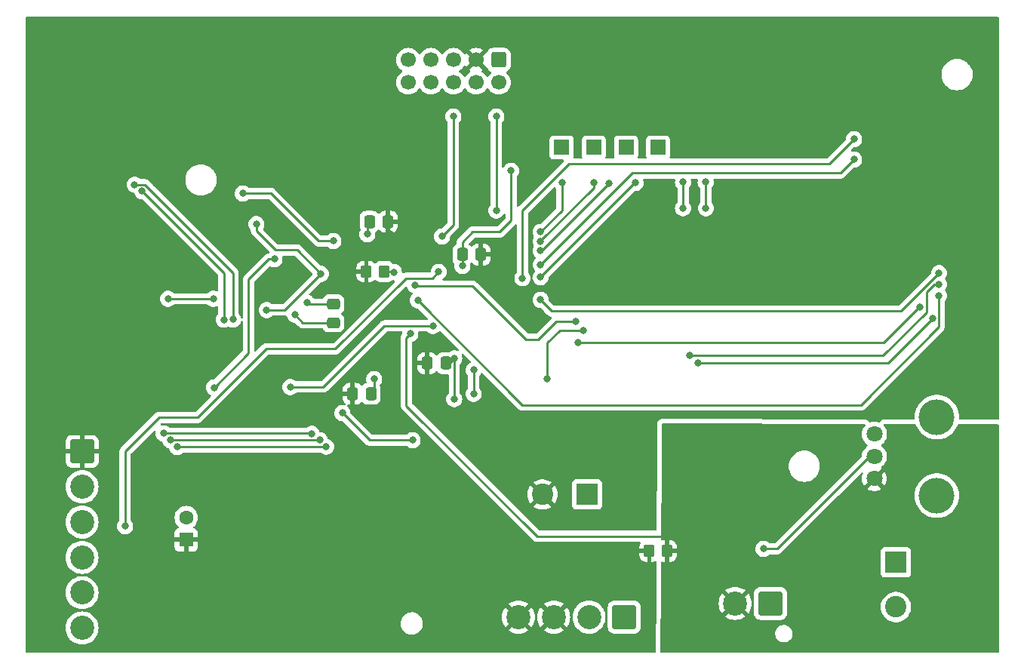
<source format=gbl>
G04 #@! TF.GenerationSoftware,KiCad,Pcbnew,7.0.10*
G04 #@! TF.CreationDate,2024-03-08T11:35:51-05:00*
G04 #@! TF.ProjectId,swipe-stack-hub,73776970-652d-4737-9461-636b2d687562,rev?*
G04 #@! TF.SameCoordinates,Original*
G04 #@! TF.FileFunction,Copper,L2,Bot*
G04 #@! TF.FilePolarity,Positive*
%FSLAX46Y46*%
G04 Gerber Fmt 4.6, Leading zero omitted, Abs format (unit mm)*
G04 Created by KiCad (PCBNEW 7.0.10) date 2024-03-08 11:35:51*
%MOMM*%
%LPD*%
G01*
G04 APERTURE LIST*
G04 Aperture macros list*
%AMRoundRect*
0 Rectangle with rounded corners*
0 $1 Rounding radius*
0 $2 $3 $4 $5 $6 $7 $8 $9 X,Y pos of 4 corners*
0 Add a 4 corners polygon primitive as box body*
4,1,4,$2,$3,$4,$5,$6,$7,$8,$9,$2,$3,0*
0 Add four circle primitives for the rounded corners*
1,1,$1+$1,$2,$3*
1,1,$1+$1,$4,$5*
1,1,$1+$1,$6,$7*
1,1,$1+$1,$8,$9*
0 Add four rect primitives between the rounded corners*
20,1,$1+$1,$2,$3,$4,$5,0*
20,1,$1+$1,$4,$5,$6,$7,0*
20,1,$1+$1,$6,$7,$8,$9,0*
20,1,$1+$1,$8,$9,$2,$3,0*%
G04 Aperture macros list end*
G04 #@! TA.AperFunction,ComponentPad*
%ADD10R,1.600000X1.600000*%
G04 #@! TD*
G04 #@! TA.AperFunction,ComponentPad*
%ADD11C,1.600000*%
G04 #@! TD*
G04 #@! TA.AperFunction,ComponentPad*
%ADD12RoundRect,0.250001X1.099999X1.099999X-1.099999X1.099999X-1.099999X-1.099999X1.099999X-1.099999X0*%
G04 #@! TD*
G04 #@! TA.AperFunction,ComponentPad*
%ADD13C,2.700000*%
G04 #@! TD*
G04 #@! TA.AperFunction,ComponentPad*
%ADD14RoundRect,0.250001X-1.099999X1.099999X-1.099999X-1.099999X1.099999X-1.099999X1.099999X1.099999X0*%
G04 #@! TD*
G04 #@! TA.AperFunction,WasherPad*
%ADD15C,4.000000*%
G04 #@! TD*
G04 #@! TA.AperFunction,ComponentPad*
%ADD16C,1.800000*%
G04 #@! TD*
G04 #@! TA.AperFunction,ComponentPad*
%ADD17RoundRect,0.250000X-0.600000X0.600000X-0.600000X-0.600000X0.600000X-0.600000X0.600000X0.600000X0*%
G04 #@! TD*
G04 #@! TA.AperFunction,ComponentPad*
%ADD18C,1.700000*%
G04 #@! TD*
G04 #@! TA.AperFunction,ComponentPad*
%ADD19R,1.700000X1.700000*%
G04 #@! TD*
G04 #@! TA.AperFunction,ComponentPad*
%ADD20R,2.400000X2.400000*%
G04 #@! TD*
G04 #@! TA.AperFunction,ComponentPad*
%ADD21C,2.400000*%
G04 #@! TD*
G04 #@! TA.AperFunction,SMDPad,CuDef*
%ADD22RoundRect,0.250000X0.350000X0.450000X-0.350000X0.450000X-0.350000X-0.450000X0.350000X-0.450000X0*%
G04 #@! TD*
G04 #@! TA.AperFunction,SMDPad,CuDef*
%ADD23RoundRect,0.250000X0.337500X0.475000X-0.337500X0.475000X-0.337500X-0.475000X0.337500X-0.475000X0*%
G04 #@! TD*
G04 #@! TA.AperFunction,SMDPad,CuDef*
%ADD24RoundRect,0.250000X-0.337500X-0.475000X0.337500X-0.475000X0.337500X0.475000X-0.337500X0.475000X0*%
G04 #@! TD*
G04 #@! TA.AperFunction,SMDPad,CuDef*
%ADD25RoundRect,0.250000X0.475000X-0.337500X0.475000X0.337500X-0.475000X0.337500X-0.475000X-0.337500X0*%
G04 #@! TD*
G04 #@! TA.AperFunction,ViaPad*
%ADD26C,0.800000*%
G04 #@! TD*
G04 #@! TA.AperFunction,ViaPad*
%ADD27C,3.000000*%
G04 #@! TD*
G04 #@! TA.AperFunction,Conductor*
%ADD28C,0.250000*%
G04 #@! TD*
G04 APERTURE END LIST*
D10*
X107188000Y-144780000D03*
D11*
X107188000Y-142280000D03*
D12*
X156339500Y-153458000D03*
D13*
X152379500Y-153458000D03*
X148419500Y-153458000D03*
X144459500Y-153458000D03*
D14*
X95504000Y-134874000D03*
D13*
X95504000Y-138834000D03*
X95504000Y-142794000D03*
X95504000Y-146754000D03*
X95504000Y-150714000D03*
X95504000Y-154674000D03*
D12*
X172744000Y-151921000D03*
D13*
X168784000Y-151921000D03*
D15*
X191404000Y-131022000D03*
X191404000Y-139822000D03*
D16*
X184404000Y-137922000D03*
X184404000Y-135422000D03*
X184404000Y-132922000D03*
D17*
X142240000Y-90932000D03*
D18*
X142240000Y-93472000D03*
X139700000Y-90932000D03*
X139700000Y-93472000D03*
X137160000Y-90932000D03*
X137160000Y-93472000D03*
X134620000Y-90932000D03*
X134620000Y-93472000D03*
X132080000Y-90932000D03*
X132080000Y-93472000D03*
D19*
X149305705Y-100763705D03*
X152915705Y-100763705D03*
D20*
X152157729Y-139700000D03*
D21*
X147157729Y-139700000D03*
D20*
X186817000Y-147320000D03*
D21*
X186817000Y-152320000D03*
D19*
X156527705Y-100763705D03*
X160133705Y-100763705D03*
D22*
X161147000Y-146050000D03*
X159147000Y-146050000D03*
D23*
X127910500Y-128397000D03*
X125835500Y-128397000D03*
D24*
X138154500Y-112776000D03*
X140229500Y-112776000D03*
D23*
X136292500Y-124968000D03*
X134217500Y-124968000D03*
D22*
X129397000Y-114681000D03*
X127397000Y-114681000D03*
D24*
X127740500Y-109093000D03*
X129815500Y-109093000D03*
D25*
X123698000Y-120417500D03*
X123698000Y-118342500D03*
D26*
X116840000Y-96266000D03*
X182118000Y-95758000D03*
X195716000Y-102108000D03*
X177292000Y-94234000D03*
X187368000Y-94064000D03*
X114808000Y-151892000D03*
X112776000Y-151892000D03*
X108966000Y-148844000D03*
X126011000Y-145669000D03*
X104775000Y-126238000D03*
X195716000Y-99822000D03*
X122301000Y-150241000D03*
X122936000Y-94742000D03*
X126873000Y-125730000D03*
X157480000Y-118110000D03*
X151511000Y-112268000D03*
X101346000Y-108204000D03*
X134112000Y-122936000D03*
X110998000Y-151892000D03*
X104775000Y-122682000D03*
X126011000Y-155167000D03*
X195716000Y-104394000D03*
X124333000Y-102870000D03*
X108966000Y-147574000D03*
X139954000Y-114935000D03*
X116840000Y-98298000D03*
X114808000Y-94234000D03*
X130106149Y-110421149D03*
D27*
X195453000Y-108077000D03*
D26*
X101346000Y-109601000D03*
X182118000Y-97790000D03*
X123698000Y-111252000D03*
X162927705Y-107569000D03*
X137257000Y-124430000D03*
X143637000Y-103378000D03*
X113538000Y-105918000D03*
X137257000Y-129002000D03*
X162927705Y-104648000D03*
X138176000Y-114046000D03*
X128270000Y-126746000D03*
X165481000Y-107569000D03*
X127508000Y-110490000D03*
X165467705Y-104648000D03*
X115062000Y-109347000D03*
X122301000Y-114935000D03*
X116205000Y-118999000D03*
X110236000Y-117734375D03*
X105156000Y-117729000D03*
X119380000Y-119522352D03*
X190918000Y-119940705D03*
X164592000Y-124968000D03*
X191643000Y-117400705D03*
X133159500Y-117919500D03*
X191643000Y-116130705D03*
X163703000Y-124131705D03*
X146943653Y-117860653D03*
X191643000Y-114860705D03*
X139446000Y-128397000D03*
X139446000Y-125730000D03*
X151765000Y-121284604D03*
X147701000Y-126746000D03*
X132842000Y-116205000D03*
X150876000Y-120321705D03*
X141986000Y-107823000D03*
X141986000Y-97282000D03*
X137160000Y-97282000D03*
X135890000Y-110744000D03*
X104648000Y-132842000D03*
X121279571Y-132879000D03*
X105410000Y-133604000D03*
X122174000Y-133604000D03*
X122881108Y-134329000D03*
X106172000Y-134366000D03*
X100330000Y-143256000D03*
X135509000Y-114718000D03*
X146939000Y-115316000D03*
X157607000Y-104731205D03*
X154580898Y-104753103D03*
X146939000Y-112352666D03*
X146939000Y-111294333D03*
X152908000Y-104731205D03*
X149352000Y-104731205D03*
X146939000Y-110236000D03*
X102235000Y-105664000D03*
X111403893Y-120075424D03*
X112432605Y-120065954D03*
X101402948Y-104939000D03*
X134874000Y-120777000D03*
X118872000Y-127635000D03*
X171958000Y-145796000D03*
X130485000Y-114737000D03*
X110299500Y-127698500D03*
X117094000Y-113284000D03*
X146939000Y-113919000D03*
X182118000Y-102108000D03*
X144899975Y-115435975D03*
X182118000Y-99822000D03*
X132588000Y-133604000D03*
X124714000Y-130556000D03*
X189484000Y-118670705D03*
X151130000Y-122682000D03*
X169418000Y-143764000D03*
X132334000Y-121666000D03*
X168783000Y-148463000D03*
X120713500Y-118173500D03*
X165100000Y-151921000D03*
X165314000Y-144682000D03*
D28*
X181172705Y-113252705D02*
X181215705Y-113209705D01*
X134112000Y-122936000D02*
X134112000Y-123930500D01*
X134112000Y-123930500D02*
X134366000Y-124184500D01*
X139954000Y-114935000D02*
X140229500Y-114659500D01*
X140229500Y-114659500D02*
X140229500Y-112776000D01*
X143637000Y-103378000D02*
X143637000Y-108966000D01*
X138154500Y-111400500D02*
X138154500Y-114024500D01*
X123698000Y-111252000D02*
X122047000Y-111252000D01*
X138154500Y-114024500D02*
X138176000Y-114046000D01*
X142367000Y-110236000D02*
X139319000Y-110236000D01*
X127740500Y-109093000D02*
X127508000Y-109325500D01*
X122047000Y-111252000D02*
X116713000Y-105918000D01*
X136292500Y-124968000D02*
X136719000Y-124968000D01*
X127508000Y-109325500D02*
X127508000Y-110490000D01*
X165467705Y-107555705D02*
X165481000Y-107569000D01*
X165467705Y-104648000D02*
X165467705Y-107555705D01*
X128270000Y-128037500D02*
X127910500Y-128397000D01*
X137257000Y-129002000D02*
X137257000Y-124430000D01*
X116713000Y-105918000D02*
X113538000Y-105918000D01*
X128270000Y-126746000D02*
X128270000Y-128037500D01*
X139319000Y-110236000D02*
X138154500Y-111400500D01*
X162927705Y-104573705D02*
X162927705Y-107569000D01*
X143637000Y-108966000D02*
X142367000Y-110236000D01*
X136719000Y-124968000D02*
X137257000Y-124430000D01*
X105156000Y-117729000D02*
X105161375Y-117734375D01*
X118227695Y-118999000D02*
X122291695Y-114935000D01*
X116205000Y-118999000D02*
X118227695Y-118999000D01*
X119634000Y-112268000D02*
X122301000Y-114935000D01*
X115062000Y-109347000D02*
X115062000Y-110109000D01*
X105161375Y-117734375D02*
X110236000Y-117734375D01*
X122291695Y-114935000D02*
X122301000Y-114935000D01*
X115062000Y-110109000D02*
X117221000Y-112268000D01*
X117221000Y-112268000D02*
X119634000Y-112268000D01*
X119380000Y-119522352D02*
X120275148Y-120417500D01*
X120275148Y-120417500D02*
X123698000Y-120417500D01*
X190918000Y-119978000D02*
X185928000Y-124968000D01*
X185928000Y-124968000D02*
X164592000Y-124968000D01*
X190918000Y-119940705D02*
X190918000Y-119978000D01*
X182880000Y-129667000D02*
X144907000Y-129667000D01*
X191643000Y-120904000D02*
X182880000Y-129667000D01*
X191643000Y-117400705D02*
X191643000Y-120904000D01*
X144907000Y-129667000D02*
X133159500Y-117919500D01*
X163703000Y-124131705D02*
X185367295Y-124131705D01*
X191082295Y-116130705D02*
X191643000Y-116130705D01*
X190246000Y-116967000D02*
X191082295Y-116130705D01*
X185367295Y-124131705D02*
X190246000Y-119253000D01*
X190246000Y-119253000D02*
X190246000Y-116967000D01*
X148209000Y-119126000D02*
X146943653Y-117860653D01*
X191643000Y-114860705D02*
X187377705Y-119126000D01*
X187377705Y-119126000D02*
X148209000Y-119126000D01*
X139446000Y-128397000D02*
X139446000Y-125730000D01*
X147701000Y-122682000D02*
X149098396Y-121284604D01*
X147701000Y-126746000D02*
X147701000Y-122682000D01*
X149098396Y-121284604D02*
X151765000Y-121284604D01*
X139319000Y-116332000D02*
X132969000Y-116332000D01*
X148664295Y-120321705D02*
X146685000Y-122301000D01*
X132969000Y-116332000D02*
X132842000Y-116205000D01*
X146685000Y-122301000D02*
X145288000Y-122301000D01*
X145288000Y-122301000D02*
X139319000Y-116332000D01*
X150876000Y-120321705D02*
X148664295Y-120321705D01*
X141986000Y-97282000D02*
X141949000Y-97319000D01*
X141986000Y-107823000D02*
X141986000Y-97282000D01*
X137160000Y-109474000D02*
X135890000Y-110744000D01*
X137160000Y-97282000D02*
X137160000Y-109474000D01*
X121242571Y-132842000D02*
X121279571Y-132879000D01*
X104648000Y-132842000D02*
X121242571Y-132842000D01*
X122174000Y-133604000D02*
X105410000Y-133604000D01*
X122844108Y-134366000D02*
X106172000Y-134366000D01*
X122881108Y-134329000D02*
X122844108Y-134366000D01*
X104140000Y-131064000D02*
X100330000Y-134874000D01*
X134784000Y-115443000D02*
X131826000Y-115443000D01*
X116158695Y-123363305D02*
X108458000Y-131064000D01*
X131826000Y-115443000D02*
X123905695Y-123363305D01*
X108458000Y-131064000D02*
X104140000Y-131064000D01*
X100330000Y-134874000D02*
X100330000Y-143256000D01*
X135509000Y-114718000D02*
X134784000Y-115443000D01*
X123905695Y-123363305D02*
X116158695Y-123363305D01*
X157607000Y-104731205D02*
X157523795Y-104731205D01*
X157523795Y-104731205D02*
X146939000Y-115316000D01*
X154580898Y-104771714D02*
X146977091Y-112375521D01*
X146977091Y-112375521D02*
X146935123Y-112375521D01*
X154580898Y-104753103D02*
X154580898Y-104771714D01*
X152908000Y-105292306D02*
X152908000Y-104521000D01*
X146943653Y-111256653D02*
X152908000Y-105292306D01*
X146934797Y-110236000D02*
X149352000Y-107818797D01*
X149352000Y-107818797D02*
X149352000Y-104648000D01*
X111403893Y-114832893D02*
X102235000Y-105664000D01*
X111403893Y-120075424D02*
X111403893Y-114832893D01*
X112432605Y-114845605D02*
X112432605Y-120065954D01*
X102535305Y-104939000D02*
X102960000Y-105363695D01*
X102960000Y-105363695D02*
X102960000Y-105373000D01*
X102960000Y-105373000D02*
X112432605Y-114845605D01*
X101402948Y-104939000D02*
X102535305Y-104939000D01*
X122555000Y-127635000D02*
X129413000Y-120777000D01*
X118872000Y-127635000D02*
X122555000Y-127635000D01*
X129413000Y-120777000D02*
X134874000Y-120777000D01*
X173482000Y-145796000D02*
X183856000Y-135422000D01*
X171958000Y-145796000D02*
X173482000Y-145796000D01*
X183856000Y-135422000D02*
X184404000Y-135422000D01*
X130429000Y-114681000D02*
X129397000Y-114681000D01*
X130485000Y-114737000D02*
X130429000Y-114681000D01*
X116459000Y-113284000D02*
X117094000Y-113284000D01*
X114173000Y-115570000D02*
X116459000Y-113284000D01*
X114173000Y-123825000D02*
X114173000Y-115570000D01*
X110299500Y-127698500D02*
X114173000Y-123825000D01*
X146939000Y-113919000D02*
X157226000Y-103632000D01*
X180594000Y-103632000D02*
X182118000Y-102108000D01*
X157226000Y-103632000D02*
X180594000Y-103632000D01*
X150114000Y-102616000D02*
X179324000Y-102616000D01*
X144899975Y-115435975D02*
X144907000Y-115428950D01*
X179324000Y-102616000D02*
X182118000Y-99822000D01*
X144907000Y-115428950D02*
X144907000Y-107823000D01*
X144907000Y-107823000D02*
X150114000Y-102616000D01*
X127762000Y-133604000D02*
X124714000Y-130556000D01*
X132588000Y-133604000D02*
X127762000Y-133604000D01*
X185420000Y-122682000D02*
X189431295Y-118670705D01*
X151130000Y-122682000D02*
X185420000Y-122682000D01*
X189431295Y-118670705D02*
X189484000Y-118670705D01*
X131884000Y-129725000D02*
X131884000Y-122116000D01*
X131884000Y-122116000D02*
X132334000Y-121666000D01*
X146558000Y-144399000D02*
X131884000Y-129725000D01*
X120713500Y-118173500D02*
X120882500Y-118342500D01*
X120882500Y-118342500D02*
X123698000Y-118342500D01*
X164211000Y-144399000D02*
X146558000Y-144399000D01*
G04 #@! TA.AperFunction,Conductor*
G36*
X183273747Y-131775328D02*
G01*
X183340717Y-131795236D01*
X183386295Y-131848193D01*
X183396006Y-131917385D01*
X183366768Y-131980843D01*
X183364559Y-131983308D01*
X183295021Y-132058847D01*
X183295019Y-132058848D01*
X183295016Y-132058853D01*
X183168075Y-132253151D01*
X183074842Y-132465699D01*
X183017866Y-132690691D01*
X183017864Y-132690702D01*
X182998700Y-132921993D01*
X182998700Y-132922006D01*
X183017864Y-133153297D01*
X183017866Y-133153308D01*
X183074842Y-133378300D01*
X183168075Y-133590848D01*
X183295016Y-133785147D01*
X183295019Y-133785151D01*
X183295021Y-133785153D01*
X183452216Y-133955913D01*
X183452219Y-133955915D01*
X183452222Y-133955918D01*
X183604122Y-134074147D01*
X183644935Y-134130857D01*
X183648610Y-134200630D01*
X183613978Y-134261313D01*
X183604122Y-134269853D01*
X183452222Y-134388081D01*
X183452219Y-134388084D01*
X183295016Y-134558852D01*
X183168075Y-134753151D01*
X183074842Y-134965699D01*
X183017866Y-135190691D01*
X183017864Y-135190703D01*
X183004918Y-135346943D01*
X182979765Y-135412128D01*
X182969023Y-135424384D01*
X173259228Y-145134181D01*
X173197905Y-145167666D01*
X173171547Y-145170500D01*
X172661748Y-145170500D01*
X172594709Y-145150815D01*
X172569600Y-145129474D01*
X172563873Y-145123114D01*
X172563869Y-145123110D01*
X172410734Y-145011851D01*
X172410729Y-145011848D01*
X172237807Y-144934857D01*
X172237802Y-144934855D01*
X172092001Y-144903865D01*
X172052646Y-144895500D01*
X171863354Y-144895500D01*
X171830897Y-144902398D01*
X171678197Y-144934855D01*
X171678192Y-144934857D01*
X171505270Y-145011848D01*
X171505265Y-145011851D01*
X171352129Y-145123111D01*
X171225466Y-145263785D01*
X171130821Y-145427715D01*
X171130818Y-145427722D01*
X171091084Y-145550013D01*
X171072326Y-145607744D01*
X171052540Y-145796000D01*
X171072326Y-145984256D01*
X171072327Y-145984259D01*
X171130818Y-146164277D01*
X171130821Y-146164284D01*
X171225467Y-146328216D01*
X171346401Y-146462526D01*
X171352129Y-146468888D01*
X171505265Y-146580148D01*
X171505270Y-146580151D01*
X171678192Y-146657142D01*
X171678197Y-146657144D01*
X171863354Y-146696500D01*
X171863355Y-146696500D01*
X172052644Y-146696500D01*
X172052646Y-146696500D01*
X172237803Y-146657144D01*
X172410730Y-146580151D01*
X172563871Y-146468888D01*
X172566788Y-146465647D01*
X172569600Y-146462526D01*
X172629087Y-146425879D01*
X172661748Y-146421500D01*
X173399257Y-146421500D01*
X173414877Y-146423224D01*
X173414904Y-146422939D01*
X173422660Y-146423671D01*
X173422667Y-146423673D01*
X173489873Y-146421561D01*
X173493768Y-146421500D01*
X173521346Y-146421500D01*
X173521350Y-146421500D01*
X173525324Y-146420997D01*
X173536963Y-146420080D01*
X173580627Y-146418709D01*
X173599869Y-146413117D01*
X173618912Y-146409174D01*
X173638792Y-146406664D01*
X173679401Y-146390585D01*
X173690444Y-146386803D01*
X173732390Y-146374618D01*
X173749629Y-146364422D01*
X173767103Y-146355862D01*
X173785727Y-146348488D01*
X173785727Y-146348487D01*
X173785732Y-146348486D01*
X173821083Y-146322800D01*
X173830814Y-146316408D01*
X173868420Y-146294170D01*
X173882589Y-146279999D01*
X173897379Y-146267368D01*
X173913587Y-146255594D01*
X173941438Y-146221926D01*
X173949279Y-146213309D01*
X180340584Y-139822005D01*
X188898556Y-139822005D01*
X188918310Y-140136004D01*
X188918311Y-140136011D01*
X188977270Y-140445083D01*
X189074497Y-140744316D01*
X189074499Y-140744321D01*
X189208461Y-141029003D01*
X189208464Y-141029009D01*
X189377051Y-141294661D01*
X189377054Y-141294665D01*
X189577606Y-141537090D01*
X189577608Y-141537092D01*
X189806968Y-141752476D01*
X189806978Y-141752484D01*
X190061504Y-141937408D01*
X190061509Y-141937410D01*
X190061516Y-141937416D01*
X190337234Y-142088994D01*
X190337239Y-142088996D01*
X190337241Y-142088997D01*
X190337242Y-142088998D01*
X190629771Y-142204818D01*
X190629774Y-142204819D01*
X190934523Y-142283065D01*
X190934527Y-142283066D01*
X191000010Y-142291338D01*
X191246670Y-142322499D01*
X191246679Y-142322499D01*
X191246682Y-142322500D01*
X191246684Y-142322500D01*
X191561316Y-142322500D01*
X191561318Y-142322500D01*
X191561321Y-142322499D01*
X191561329Y-142322499D01*
X191747593Y-142298968D01*
X191873473Y-142283066D01*
X192178225Y-142204819D01*
X192178228Y-142204818D01*
X192470757Y-142088998D01*
X192470758Y-142088997D01*
X192470756Y-142088997D01*
X192470766Y-142088994D01*
X192746484Y-141937416D01*
X193001030Y-141752478D01*
X193230390Y-141537094D01*
X193430947Y-141294663D01*
X193599537Y-141029007D01*
X193733503Y-140744315D01*
X193830731Y-140445079D01*
X193889688Y-140136015D01*
X193909444Y-139822000D01*
X193889688Y-139507985D01*
X193830731Y-139198921D01*
X193733503Y-138899685D01*
X193599537Y-138614993D01*
X193430947Y-138349337D01*
X193428974Y-138346952D01*
X193230393Y-138106909D01*
X193230391Y-138106907D01*
X193001031Y-137891523D01*
X193001021Y-137891515D01*
X192746495Y-137706591D01*
X192746488Y-137706586D01*
X192746484Y-137706584D01*
X192470766Y-137555006D01*
X192470763Y-137555004D01*
X192470758Y-137555002D01*
X192470757Y-137555001D01*
X192178228Y-137439181D01*
X192178225Y-137439180D01*
X191873476Y-137360934D01*
X191873463Y-137360932D01*
X191561329Y-137321500D01*
X191561318Y-137321500D01*
X191246682Y-137321500D01*
X191246670Y-137321500D01*
X190934536Y-137360932D01*
X190934523Y-137360934D01*
X190629774Y-137439180D01*
X190629771Y-137439181D01*
X190337242Y-137555001D01*
X190337241Y-137555002D01*
X190061516Y-137706584D01*
X190061504Y-137706591D01*
X189806978Y-137891515D01*
X189806968Y-137891523D01*
X189577608Y-138106907D01*
X189577606Y-138106909D01*
X189377054Y-138349334D01*
X189377051Y-138349338D01*
X189208464Y-138614990D01*
X189208461Y-138614996D01*
X189074499Y-138899678D01*
X189074497Y-138899683D01*
X188977270Y-139198916D01*
X188918311Y-139507988D01*
X188918310Y-139507995D01*
X188898556Y-139821994D01*
X188898556Y-139822005D01*
X180340584Y-139822005D01*
X182905231Y-137257358D01*
X182966552Y-137223875D01*
X183036244Y-137228859D01*
X183092177Y-137270731D01*
X183116594Y-137336195D01*
X183106466Y-137394850D01*
X183075319Y-137465860D01*
X183075317Y-137465864D01*
X183018361Y-137690781D01*
X182999202Y-137921994D01*
X182999202Y-137922005D01*
X183018361Y-138153218D01*
X183075317Y-138378135D01*
X183168515Y-138590606D01*
X183252812Y-138719632D01*
X183920922Y-138051522D01*
X183944507Y-138131844D01*
X184022239Y-138252798D01*
X184130900Y-138346952D01*
X184261685Y-138406680D01*
X184271466Y-138408086D01*
X183605201Y-139074351D01*
X183635649Y-139098050D01*
X183839697Y-139208476D01*
X183839706Y-139208479D01*
X184059139Y-139283811D01*
X184287993Y-139322000D01*
X184520007Y-139322000D01*
X184748860Y-139283811D01*
X184968293Y-139208479D01*
X184968301Y-139208476D01*
X185172355Y-139098047D01*
X185202797Y-139074351D01*
X185202798Y-139074350D01*
X184536534Y-138408086D01*
X184546315Y-138406680D01*
X184677100Y-138346952D01*
X184785761Y-138252798D01*
X184863493Y-138131844D01*
X184887076Y-138051523D01*
X185555186Y-138719633D01*
X185639482Y-138590611D01*
X185732682Y-138378135D01*
X185789638Y-138153218D01*
X185808798Y-137922005D01*
X185808798Y-137921994D01*
X185789638Y-137690781D01*
X185732682Y-137465864D01*
X185639484Y-137253393D01*
X185555186Y-137124365D01*
X184887076Y-137792475D01*
X184863493Y-137712156D01*
X184785761Y-137591202D01*
X184677100Y-137497048D01*
X184546315Y-137437320D01*
X184536532Y-137435913D01*
X185202797Y-136769647D01*
X185202769Y-136769197D01*
X185162656Y-136713459D01*
X185158982Y-136643686D01*
X185193614Y-136583003D01*
X185203455Y-136574474D01*
X185355784Y-136455913D01*
X185512979Y-136285153D01*
X185639924Y-136090849D01*
X185733157Y-135878300D01*
X185790134Y-135653305D01*
X185790135Y-135653297D01*
X185809300Y-135422006D01*
X185809300Y-135421993D01*
X185790135Y-135190702D01*
X185790133Y-135190691D01*
X185733157Y-134965699D01*
X185639924Y-134753151D01*
X185512983Y-134558852D01*
X185512980Y-134558849D01*
X185512979Y-134558847D01*
X185355784Y-134388087D01*
X185203876Y-134269852D01*
X185163064Y-134213143D01*
X185159389Y-134143370D01*
X185194020Y-134082687D01*
X185203876Y-134074147D01*
X185355784Y-133955913D01*
X185512979Y-133785153D01*
X185639924Y-133590849D01*
X185733157Y-133378300D01*
X185790134Y-133153305D01*
X185791451Y-133137415D01*
X185809300Y-132922006D01*
X185809300Y-132921993D01*
X185790135Y-132690702D01*
X185790133Y-132690691D01*
X185733157Y-132465699D01*
X185639924Y-132253151D01*
X185512983Y-132058852D01*
X185512980Y-132058849D01*
X185512979Y-132058847D01*
X185450446Y-131990918D01*
X185419526Y-131928266D01*
X185427386Y-131858840D01*
X185471534Y-131804685D01*
X185537951Y-131782994D01*
X185542039Y-131782939D01*
X188936090Y-131794329D01*
X189003060Y-131814237D01*
X189048638Y-131867194D01*
X189053602Y-131880008D01*
X189069282Y-131928266D01*
X189074499Y-131944320D01*
X189074499Y-131944321D01*
X189208461Y-132229003D01*
X189208464Y-132229009D01*
X189377051Y-132494661D01*
X189377054Y-132494665D01*
X189577606Y-132737090D01*
X189577608Y-132737092D01*
X189806968Y-132952476D01*
X189806978Y-132952484D01*
X190061504Y-133137408D01*
X190061509Y-133137410D01*
X190061516Y-133137416D01*
X190337234Y-133288994D01*
X190337239Y-133288996D01*
X190337241Y-133288997D01*
X190337242Y-133288998D01*
X190629771Y-133404818D01*
X190629774Y-133404819D01*
X190934523Y-133483065D01*
X190934527Y-133483066D01*
X191000010Y-133491338D01*
X191246670Y-133522499D01*
X191246679Y-133522499D01*
X191246682Y-133522500D01*
X191246684Y-133522500D01*
X191561316Y-133522500D01*
X191561318Y-133522500D01*
X191561321Y-133522499D01*
X191561329Y-133522499D01*
X191747593Y-133498968D01*
X191873473Y-133483066D01*
X192178225Y-133404819D01*
X192178228Y-133404818D01*
X192470757Y-133288998D01*
X192470758Y-133288997D01*
X192470756Y-133288997D01*
X192470766Y-133288994D01*
X192746484Y-133137416D01*
X193001030Y-132952478D01*
X193230390Y-132737094D01*
X193430947Y-132494663D01*
X193599537Y-132229007D01*
X193733503Y-131944315D01*
X193749020Y-131896557D01*
X193788456Y-131838882D01*
X193852815Y-131811683D01*
X193867348Y-131810877D01*
X198249918Y-131825583D01*
X198316889Y-131845492D01*
X198362467Y-131898449D01*
X198373500Y-131949582D01*
X198373500Y-157355500D01*
X198353815Y-157422539D01*
X198301011Y-157468294D01*
X198249500Y-157479500D01*
X160525614Y-157479500D01*
X160458575Y-157459815D01*
X160412820Y-157407011D01*
X160401616Y-157354889D01*
X160406904Y-156281459D01*
X160411391Y-155370663D01*
X173264728Y-155370663D01*
X173294768Y-155566764D01*
X173294771Y-155566777D01*
X173363673Y-155752815D01*
X173363677Y-155752824D01*
X173468616Y-155921184D01*
X173468621Y-155921191D01*
X173605306Y-156064983D01*
X173605309Y-156064986D01*
X173768146Y-156178324D01*
X173950465Y-156256563D01*
X174144801Y-156296500D01*
X174293474Y-156296500D01*
X174441380Y-156281459D01*
X174513478Y-156258838D01*
X174630678Y-156222067D01*
X174804146Y-156125784D01*
X174954682Y-155996553D01*
X175076122Y-155839666D01*
X175163495Y-155661544D01*
X175213224Y-155469480D01*
X175223272Y-155271337D01*
X175193230Y-155075227D01*
X175124325Y-154889180D01*
X175124322Y-154889175D01*
X175019383Y-154720815D01*
X175019378Y-154720808D01*
X174882693Y-154577016D01*
X174882692Y-154577015D01*
X174719853Y-154463675D01*
X174537535Y-154385437D01*
X174343199Y-154345500D01*
X174194527Y-154345500D01*
X174194526Y-154345500D01*
X174046619Y-154360540D01*
X173857329Y-154419930D01*
X173857320Y-154419934D01*
X173683852Y-154516217D01*
X173683851Y-154516217D01*
X173533319Y-154645445D01*
X173533317Y-154645446D01*
X173411879Y-154802331D01*
X173411877Y-154802335D01*
X173324503Y-154980459D01*
X173274777Y-155172511D01*
X173274776Y-155172517D01*
X173264728Y-155370662D01*
X173264728Y-155370663D01*
X160411391Y-155370663D01*
X160428384Y-151921001D01*
X166929274Y-151921001D01*
X166948152Y-152184960D01*
X167004400Y-152443528D01*
X167096884Y-152691487D01*
X167223701Y-152923735D01*
X167223706Y-152923743D01*
X167311038Y-153040406D01*
X167311039Y-153040406D01*
X168032766Y-152318679D01*
X168076316Y-152400822D01*
X168196009Y-152541735D01*
X168343195Y-152653623D01*
X168385402Y-152673150D01*
X167664592Y-153393959D01*
X167664593Y-153393960D01*
X167781256Y-153481293D01*
X167781264Y-153481298D01*
X168013513Y-153608115D01*
X168013512Y-153608115D01*
X168261471Y-153700599D01*
X168520039Y-153756847D01*
X168783999Y-153775726D01*
X168784001Y-153775726D01*
X169047960Y-153756847D01*
X169306528Y-153700599D01*
X169554487Y-153608115D01*
X169786735Y-153481298D01*
X169786736Y-153481297D01*
X169903406Y-153393959D01*
X169580462Y-153071015D01*
X170893500Y-153071015D01*
X170904000Y-153173795D01*
X170904001Y-153173796D01*
X170959186Y-153340335D01*
X170959187Y-153340337D01*
X171051286Y-153489651D01*
X171051289Y-153489655D01*
X171175344Y-153613710D01*
X171175348Y-153613713D01*
X171324662Y-153705812D01*
X171324664Y-153705813D01*
X171324666Y-153705814D01*
X171491203Y-153760999D01*
X171593992Y-153771500D01*
X171593997Y-153771500D01*
X173894003Y-153771500D01*
X173894008Y-153771500D01*
X173996797Y-153760999D01*
X174163334Y-153705814D01*
X174312655Y-153613711D01*
X174436711Y-153489655D01*
X174528814Y-153340334D01*
X174583999Y-153173797D01*
X174594500Y-153071008D01*
X174594500Y-152320004D01*
X185111732Y-152320004D01*
X185130777Y-152574154D01*
X185187490Y-152822630D01*
X185187492Y-152822637D01*
X185280608Y-153059890D01*
X185287027Y-153071008D01*
X185408041Y-153280612D01*
X185566950Y-153479877D01*
X185753783Y-153653232D01*
X185964366Y-153796805D01*
X185964371Y-153796807D01*
X185964372Y-153796808D01*
X185964373Y-153796809D01*
X186086328Y-153855538D01*
X186193992Y-153907387D01*
X186193993Y-153907387D01*
X186193996Y-153907389D01*
X186437542Y-153982513D01*
X186689565Y-154020500D01*
X186944435Y-154020500D01*
X187196458Y-153982513D01*
X187440004Y-153907389D01*
X187669634Y-153796805D01*
X187880217Y-153653232D01*
X188067050Y-153479877D01*
X188225959Y-153280612D01*
X188353393Y-153059888D01*
X188446508Y-152822637D01*
X188503222Y-152574157D01*
X188522268Y-152320000D01*
X188518862Y-152274553D01*
X188503222Y-152065845D01*
X188501734Y-152059326D01*
X188446508Y-151817363D01*
X188353393Y-151580112D01*
X188225959Y-151359388D01*
X188067050Y-151160123D01*
X187880217Y-150986768D01*
X187669634Y-150843195D01*
X187669630Y-150843193D01*
X187669627Y-150843191D01*
X187669626Y-150843190D01*
X187440006Y-150732612D01*
X187440008Y-150732612D01*
X187196466Y-150657489D01*
X187196462Y-150657488D01*
X187196458Y-150657487D01*
X187075231Y-150639214D01*
X186944440Y-150619500D01*
X186944435Y-150619500D01*
X186689565Y-150619500D01*
X186689559Y-150619500D01*
X186532609Y-150643157D01*
X186437542Y-150657487D01*
X186437539Y-150657488D01*
X186437533Y-150657489D01*
X186193992Y-150732612D01*
X185964373Y-150843190D01*
X185964372Y-150843191D01*
X185753782Y-150986768D01*
X185566952Y-151160121D01*
X185566950Y-151160123D01*
X185408041Y-151359388D01*
X185280608Y-151580109D01*
X185187492Y-151817362D01*
X185187490Y-151817369D01*
X185130777Y-152065845D01*
X185111732Y-152319995D01*
X185111732Y-152320004D01*
X174594500Y-152320004D01*
X174594500Y-150770992D01*
X174583999Y-150668203D01*
X174528814Y-150501666D01*
X174495736Y-150448039D01*
X174436713Y-150352348D01*
X174436710Y-150352344D01*
X174312655Y-150228289D01*
X174312651Y-150228286D01*
X174163337Y-150136187D01*
X174163335Y-150136186D01*
X174080065Y-150108593D01*
X173996797Y-150081001D01*
X173996795Y-150081000D01*
X173894015Y-150070500D01*
X173894008Y-150070500D01*
X171593992Y-150070500D01*
X171593984Y-150070500D01*
X171491204Y-150081000D01*
X171491203Y-150081001D01*
X171324664Y-150136186D01*
X171324662Y-150136187D01*
X171175348Y-150228286D01*
X171175344Y-150228289D01*
X171051289Y-150352344D01*
X171051286Y-150352348D01*
X170959187Y-150501662D01*
X170959186Y-150501664D01*
X170904001Y-150668203D01*
X170904000Y-150668204D01*
X170893500Y-150770984D01*
X170893500Y-153071015D01*
X169580462Y-153071015D01*
X169182609Y-152673161D01*
X169301431Y-152601669D01*
X169435658Y-152474523D01*
X169538861Y-152322308D01*
X170256959Y-153040406D01*
X170344297Y-152923736D01*
X170344298Y-152923735D01*
X170471115Y-152691487D01*
X170563599Y-152443528D01*
X170619847Y-152184960D01*
X170638726Y-151921001D01*
X170638726Y-151920998D01*
X170619847Y-151657039D01*
X170563599Y-151398471D01*
X170471115Y-151150512D01*
X170344298Y-150918264D01*
X170344293Y-150918256D01*
X170256960Y-150801593D01*
X170256959Y-150801592D01*
X169535232Y-151523319D01*
X169491684Y-151441178D01*
X169371991Y-151300265D01*
X169224805Y-151188377D01*
X169182596Y-151168849D01*
X169903406Y-150448039D01*
X169903406Y-150448038D01*
X169786743Y-150360706D01*
X169786735Y-150360701D01*
X169554486Y-150233884D01*
X169554487Y-150233884D01*
X169306528Y-150141400D01*
X169047960Y-150085152D01*
X168784001Y-150066274D01*
X168783999Y-150066274D01*
X168520039Y-150085152D01*
X168261471Y-150141400D01*
X168013512Y-150233884D01*
X167781264Y-150360701D01*
X167664593Y-150448039D01*
X168385391Y-151168837D01*
X168266569Y-151240331D01*
X168132342Y-151367477D01*
X168029138Y-151519692D01*
X167311039Y-150801593D01*
X167223701Y-150918264D01*
X167096884Y-151150512D01*
X167004400Y-151398471D01*
X166948152Y-151657039D01*
X166929274Y-151920998D01*
X166929274Y-151921001D01*
X160428384Y-151921001D01*
X160444902Y-148567870D01*
X185116500Y-148567870D01*
X185116501Y-148567876D01*
X185122908Y-148627483D01*
X185173202Y-148762328D01*
X185173206Y-148762335D01*
X185259452Y-148877544D01*
X185259455Y-148877547D01*
X185374664Y-148963793D01*
X185374671Y-148963797D01*
X185509517Y-149014091D01*
X185509516Y-149014091D01*
X185516444Y-149014835D01*
X185569127Y-149020500D01*
X188064872Y-149020499D01*
X188124483Y-149014091D01*
X188259331Y-148963796D01*
X188374546Y-148877546D01*
X188460796Y-148762331D01*
X188511091Y-148627483D01*
X188517500Y-148567873D01*
X188517499Y-146072128D01*
X188511091Y-146012517D01*
X188500551Y-145984259D01*
X188460797Y-145877671D01*
X188460793Y-145877664D01*
X188374547Y-145762455D01*
X188374544Y-145762452D01*
X188259335Y-145676206D01*
X188259328Y-145676202D01*
X188124482Y-145625908D01*
X188124483Y-145625908D01*
X188064883Y-145619501D01*
X188064881Y-145619500D01*
X188064873Y-145619500D01*
X188064864Y-145619500D01*
X185569129Y-145619500D01*
X185569123Y-145619501D01*
X185509516Y-145625908D01*
X185374671Y-145676202D01*
X185374664Y-145676206D01*
X185259455Y-145762452D01*
X185259452Y-145762455D01*
X185173206Y-145877664D01*
X185173202Y-145877671D01*
X185122908Y-146012517D01*
X185116501Y-146072116D01*
X185116501Y-146072123D01*
X185116500Y-146072135D01*
X185116500Y-148567870D01*
X160444902Y-148567870D01*
X160450918Y-147346526D01*
X160470931Y-147279591D01*
X160523960Y-147234096D01*
X160593166Y-147224494D01*
X160613919Y-147229437D01*
X160644302Y-147239505D01*
X160644309Y-147239506D01*
X160747019Y-147249999D01*
X160896999Y-147249999D01*
X160897000Y-147249998D01*
X160897000Y-146300000D01*
X161397000Y-146300000D01*
X161397000Y-147249999D01*
X161546972Y-147249999D01*
X161546986Y-147249998D01*
X161649697Y-147239505D01*
X161816119Y-147184358D01*
X161816124Y-147184356D01*
X161965345Y-147092315D01*
X162089315Y-146968345D01*
X162181356Y-146819124D01*
X162181358Y-146819119D01*
X162236505Y-146652697D01*
X162236506Y-146652690D01*
X162246999Y-146549986D01*
X162247000Y-146549973D01*
X162247000Y-146300000D01*
X161397000Y-146300000D01*
X160897000Y-146300000D01*
X160897000Y-144850000D01*
X161397000Y-144850000D01*
X161397000Y-145800000D01*
X162246999Y-145800000D01*
X162246999Y-145550028D01*
X162246998Y-145550013D01*
X162236505Y-145447302D01*
X162181358Y-145280880D01*
X162181356Y-145280875D01*
X162089315Y-145131654D01*
X161965345Y-145007684D01*
X161816124Y-144915643D01*
X161816119Y-144915641D01*
X161649697Y-144860494D01*
X161649690Y-144860493D01*
X161546986Y-144850000D01*
X161397000Y-144850000D01*
X160897000Y-144850000D01*
X160747027Y-144850000D01*
X160747012Y-144850001D01*
X160644303Y-144860494D01*
X160626718Y-144866321D01*
X160556889Y-144868721D01*
X160496848Y-144832988D01*
X160465657Y-144770467D01*
X160463719Y-144748016D01*
X160503580Y-136656187D01*
X174779500Y-136656187D01*
X174796602Y-136769647D01*
X174818604Y-136915615D01*
X174818605Y-136915617D01*
X174818606Y-136915623D01*
X174895938Y-137166326D01*
X175009767Y-137402696D01*
X175009768Y-137402697D01*
X175009770Y-137402700D01*
X175009772Y-137402704D01*
X175052834Y-137465864D01*
X175157567Y-137619479D01*
X175336014Y-137811801D01*
X175336018Y-137811804D01*
X175336019Y-137811805D01*
X175541143Y-137975386D01*
X175768357Y-138106568D01*
X176012584Y-138202420D01*
X176268370Y-138260802D01*
X176268376Y-138260802D01*
X176268379Y-138260803D01*
X176464484Y-138275499D01*
X176464503Y-138275499D01*
X176464506Y-138275500D01*
X176464508Y-138275500D01*
X176595492Y-138275500D01*
X176595494Y-138275500D01*
X176595496Y-138275499D01*
X176595515Y-138275499D01*
X176791620Y-138260803D01*
X176791622Y-138260802D01*
X176791630Y-138260802D01*
X177047416Y-138202420D01*
X177291643Y-138106568D01*
X177518857Y-137975386D01*
X177723981Y-137811805D01*
X177902433Y-137619479D01*
X178050228Y-137402704D01*
X178164063Y-137166323D01*
X178241396Y-136915615D01*
X178280500Y-136656182D01*
X178280500Y-136393818D01*
X178241396Y-136134385D01*
X178164063Y-135883677D01*
X178152121Y-135858880D01*
X178050232Y-135647303D01*
X178050231Y-135647302D01*
X178050230Y-135647301D01*
X178050228Y-135647296D01*
X177902433Y-135430521D01*
X177866916Y-135392243D01*
X177723985Y-135238198D01*
X177664413Y-135190691D01*
X177518857Y-135074614D01*
X177291643Y-134943432D01*
X177047416Y-134847580D01*
X177047411Y-134847578D01*
X177047402Y-134847576D01*
X176829818Y-134797914D01*
X176791630Y-134789198D01*
X176791629Y-134789197D01*
X176791625Y-134789197D01*
X176791620Y-134789196D01*
X176595515Y-134774500D01*
X176595494Y-134774500D01*
X176464506Y-134774500D01*
X176464484Y-134774500D01*
X176268379Y-134789196D01*
X176268374Y-134789197D01*
X176012597Y-134847576D01*
X176012578Y-134847582D01*
X175768356Y-134943432D01*
X175541143Y-135074614D01*
X175336014Y-135238198D01*
X175157567Y-135430520D01*
X175009768Y-135647302D01*
X175009767Y-135647303D01*
X174895938Y-135883673D01*
X174818606Y-136134376D01*
X174818605Y-136134381D01*
X174818604Y-136134385D01*
X174803853Y-136232247D01*
X174779500Y-136393812D01*
X174779500Y-136656187D01*
X160503580Y-136656187D01*
X160527390Y-131822802D01*
X160547404Y-131755861D01*
X160600433Y-131710367D01*
X160651801Y-131699415D01*
X183273747Y-131775328D01*
G37*
G04 #@! TD.AperFunction*
G04 #@! TA.AperFunction,Conductor*
G36*
X139240507Y-91141844D02*
G01*
X139318239Y-91262798D01*
X139426900Y-91356952D01*
X139557685Y-91416680D01*
X139567466Y-91418086D01*
X138938625Y-92046925D01*
X139014594Y-92100119D01*
X139058219Y-92154696D01*
X139065413Y-92224194D01*
X139033890Y-92286549D01*
X139014595Y-92303269D01*
X138828594Y-92433508D01*
X138661505Y-92600597D01*
X138531575Y-92786158D01*
X138476998Y-92829783D01*
X138407500Y-92836977D01*
X138345145Y-92805454D01*
X138328425Y-92786158D01*
X138198494Y-92600597D01*
X138031402Y-92433506D01*
X138031396Y-92433501D01*
X137845842Y-92303575D01*
X137802217Y-92248998D01*
X137795023Y-92179500D01*
X137826546Y-92117145D01*
X137845842Y-92100425D01*
X137988325Y-92000657D01*
X138031401Y-91970495D01*
X138198495Y-91803401D01*
X138328732Y-91617403D01*
X138383307Y-91573780D01*
X138452805Y-91566586D01*
X138515160Y-91598109D01*
X138531880Y-91617405D01*
X138585073Y-91693373D01*
X139216923Y-91061523D01*
X139240507Y-91141844D01*
G37*
G04 #@! TD.AperFunction*
G04 #@! TA.AperFunction,Conductor*
G36*
X140819341Y-91697789D02*
G01*
X140871191Y-91708209D01*
X140921375Y-91756823D01*
X140931205Y-91778966D01*
X140955186Y-91851334D01*
X141047288Y-92000656D01*
X141171344Y-92124712D01*
X141320666Y-92216814D01*
X141329264Y-92219663D01*
X141386707Y-92259433D01*
X141413531Y-92323948D01*
X141401217Y-92392724D01*
X141372234Y-92429483D01*
X141372427Y-92429676D01*
X141370798Y-92431304D01*
X141369975Y-92432349D01*
X141368599Y-92433503D01*
X141201505Y-92600597D01*
X141071575Y-92786158D01*
X141016998Y-92829783D01*
X140947500Y-92836977D01*
X140885145Y-92805454D01*
X140868425Y-92786158D01*
X140738494Y-92600597D01*
X140571402Y-92433506D01*
X140571401Y-92433505D01*
X140385405Y-92303269D01*
X140341781Y-92248692D01*
X140334588Y-92179193D01*
X140366110Y-92116839D01*
X140385405Y-92100119D01*
X140461373Y-92046925D01*
X139832533Y-91418086D01*
X139842315Y-91416680D01*
X139973100Y-91356952D01*
X140081761Y-91262798D01*
X140159493Y-91141844D01*
X140183076Y-91061524D01*
X140819341Y-91697789D01*
G37*
G04 #@! TD.AperFunction*
G04 #@! TA.AperFunction,Conductor*
G36*
X198316539Y-86126185D02*
G01*
X198362294Y-86178989D01*
X198373500Y-86230500D01*
X198373500Y-131196078D01*
X198353815Y-131263117D01*
X198301011Y-131308872D01*
X198249084Y-131320077D01*
X194023212Y-131305896D01*
X193956239Y-131285987D01*
X193910661Y-131233030D01*
X193899873Y-131174113D01*
X193909444Y-131022000D01*
X193903296Y-130924284D01*
X193889689Y-130707995D01*
X193889688Y-130707988D01*
X193889688Y-130707985D01*
X193830731Y-130398921D01*
X193733503Y-130099685D01*
X193726262Y-130084298D01*
X193608695Y-129834455D01*
X193599537Y-129814993D01*
X193523295Y-129694855D01*
X193430948Y-129549338D01*
X193430945Y-129549334D01*
X193230393Y-129306909D01*
X193230391Y-129306907D01*
X193001031Y-129091523D01*
X193001021Y-129091515D01*
X192746495Y-128906591D01*
X192746488Y-128906586D01*
X192746484Y-128906584D01*
X192470766Y-128755006D01*
X192470763Y-128755004D01*
X192470758Y-128755002D01*
X192470757Y-128755001D01*
X192178228Y-128639181D01*
X192178225Y-128639180D01*
X191873476Y-128560934D01*
X191873463Y-128560932D01*
X191561329Y-128521500D01*
X191561318Y-128521500D01*
X191246682Y-128521500D01*
X191246670Y-128521500D01*
X190934536Y-128560932D01*
X190934523Y-128560934D01*
X190629774Y-128639180D01*
X190629771Y-128639181D01*
X190337242Y-128755001D01*
X190337241Y-128755002D01*
X190061516Y-128906584D01*
X190061504Y-128906591D01*
X189806978Y-129091515D01*
X189806968Y-129091523D01*
X189577608Y-129306907D01*
X189577606Y-129306909D01*
X189377054Y-129549334D01*
X189377051Y-129549338D01*
X189208464Y-129814990D01*
X189208461Y-129814996D01*
X189074499Y-130099678D01*
X189074497Y-130099683D01*
X188977270Y-130398916D01*
X188918311Y-130707988D01*
X188918310Y-130707995D01*
X188898556Y-131021994D01*
X188898556Y-131022005D01*
X188907019Y-131156526D01*
X188891583Y-131224669D01*
X188841756Y-131273650D01*
X188782848Y-131288311D01*
X185543717Y-131277441D01*
X185535322Y-131277483D01*
X185531142Y-131277540D01*
X185525337Y-131277666D01*
X185522754Y-131277722D01*
X185522752Y-131277722D01*
X185381018Y-131302471D01*
X185314595Y-131324164D01*
X185185588Y-131387833D01*
X185079730Y-131485280D01*
X185079725Y-131485285D01*
X185036551Y-131538246D01*
X185035728Y-131539230D01*
X185035578Y-131539438D01*
X185028136Y-131551821D01*
X184976730Y-131599141D01*
X184907901Y-131611157D01*
X184881592Y-131605226D01*
X184748986Y-131559702D01*
X184558204Y-131527867D01*
X184520049Y-131521500D01*
X184287951Y-131521500D01*
X184255213Y-131526963D01*
X184059019Y-131559701D01*
X183935361Y-131602153D01*
X183865562Y-131605302D01*
X183805141Y-131570215D01*
X183790563Y-131551566D01*
X183769432Y-131518442D01*
X183723854Y-131465485D01*
X183713555Y-131456500D01*
X183615437Y-131370902D01*
X183615430Y-131370898D01*
X183484757Y-131310692D01*
X183484751Y-131310690D01*
X183435799Y-131296138D01*
X183417786Y-131290784D01*
X183417784Y-131290783D01*
X183417782Y-131290783D01*
X183275444Y-131269831D01*
X183275445Y-131269831D01*
X160653501Y-131193918D01*
X160653500Y-131193918D01*
X160653497Y-131193918D01*
X160653493Y-131193918D01*
X160653479Y-131193919D01*
X160546408Y-131205025D01*
X160546396Y-131205026D01*
X160546394Y-131205027D01*
X160546392Y-131205027D01*
X160546388Y-131205028D01*
X160495032Y-131215977D01*
X160495025Y-131215979D01*
X160392709Y-131249518D01*
X160271289Y-131326708D01*
X160221345Y-131369555D01*
X160219625Y-131370935D01*
X160218256Y-131372204D01*
X160123499Y-131480478D01*
X160063088Y-131611057D01*
X160063086Y-131611061D01*
X160043072Y-131678003D01*
X160043072Y-131678004D01*
X160021895Y-131820322D01*
X159998260Y-136618306D01*
X159998260Y-136618308D01*
X159998085Y-136653700D01*
X159971635Y-142023305D01*
X159964540Y-143463641D01*
X159963621Y-143650111D01*
X159943607Y-143717052D01*
X159890578Y-143762547D01*
X159839623Y-143773500D01*
X146868452Y-143773500D01*
X146801413Y-143753815D01*
X146780771Y-143737181D01*
X142743594Y-139700004D01*
X145452962Y-139700004D01*
X145472002Y-139954079D01*
X145528697Y-140202477D01*
X145528702Y-140202494D01*
X145621787Y-140439671D01*
X145621786Y-140439671D01*
X145749183Y-140660327D01*
X145749190Y-140660338D01*
X145791181Y-140712991D01*
X145791182Y-140712992D01*
X146594955Y-139909219D01*
X146633630Y-140002588D01*
X146729804Y-140127925D01*
X146855141Y-140224099D01*
X146948508Y-140262772D01*
X146144542Y-141066738D01*
X146305345Y-141176371D01*
X146305353Y-141176376D01*
X146534905Y-141286921D01*
X146534903Y-141286921D01*
X146778381Y-141362024D01*
X146778387Y-141362026D01*
X147030324Y-141399999D01*
X147030333Y-141400000D01*
X147285125Y-141400000D01*
X147285133Y-141399999D01*
X147537070Y-141362026D01*
X147537076Y-141362024D01*
X147780553Y-141286921D01*
X148010105Y-141176376D01*
X148010106Y-141176375D01*
X148170914Y-141066738D01*
X148052046Y-140947870D01*
X150457229Y-140947870D01*
X150457230Y-140947876D01*
X150463637Y-141007483D01*
X150513931Y-141142328D01*
X150513935Y-141142335D01*
X150600181Y-141257544D01*
X150600184Y-141257547D01*
X150715393Y-141343793D01*
X150715400Y-141343797D01*
X150850246Y-141394091D01*
X150850245Y-141394091D01*
X150857173Y-141394835D01*
X150909856Y-141400500D01*
X153405601Y-141400499D01*
X153465212Y-141394091D01*
X153600060Y-141343796D01*
X153715275Y-141257546D01*
X153801525Y-141142331D01*
X153851820Y-141007483D01*
X153858229Y-140947873D01*
X153858228Y-138452128D01*
X153851820Y-138392517D01*
X153829718Y-138333259D01*
X153801526Y-138257671D01*
X153801522Y-138257664D01*
X153715276Y-138142455D01*
X153715273Y-138142452D01*
X153600064Y-138056206D01*
X153600057Y-138056202D01*
X153465211Y-138005908D01*
X153465212Y-138005908D01*
X153405612Y-137999501D01*
X153405610Y-137999500D01*
X153405602Y-137999500D01*
X153405593Y-137999500D01*
X150909858Y-137999500D01*
X150909852Y-137999501D01*
X150850245Y-138005908D01*
X150715400Y-138056202D01*
X150715393Y-138056206D01*
X150600184Y-138142452D01*
X150600181Y-138142455D01*
X150513935Y-138257664D01*
X150513931Y-138257671D01*
X150463637Y-138392517D01*
X150457230Y-138452116D01*
X150457230Y-138452123D01*
X150457229Y-138452135D01*
X150457229Y-140947870D01*
X148052046Y-140947870D01*
X147366949Y-140262772D01*
X147460317Y-140224099D01*
X147585654Y-140127925D01*
X147681828Y-140002589D01*
X147720502Y-139909220D01*
X148524274Y-140712992D01*
X148524275Y-140712991D01*
X148566273Y-140660330D01*
X148693670Y-140439671D01*
X148786755Y-140202494D01*
X148786760Y-140202477D01*
X148843455Y-139954079D01*
X148862496Y-139700004D01*
X148862496Y-139699995D01*
X148843455Y-139445920D01*
X148786760Y-139197522D01*
X148786755Y-139197505D01*
X148693670Y-138960328D01*
X148693671Y-138960328D01*
X148566274Y-138739672D01*
X148524274Y-138687006D01*
X147720501Y-139490779D01*
X147681828Y-139397412D01*
X147585654Y-139272075D01*
X147460317Y-139175901D01*
X147366948Y-139137226D01*
X148170914Y-138333260D01*
X148010113Y-138223628D01*
X148010105Y-138223623D01*
X147780552Y-138113078D01*
X147780554Y-138113078D01*
X147537076Y-138037975D01*
X147537070Y-138037973D01*
X147285133Y-138000000D01*
X147030324Y-138000000D01*
X146778387Y-138037973D01*
X146778381Y-138037975D01*
X146534904Y-138113078D01*
X146305351Y-138223625D01*
X146305338Y-138223632D01*
X146144542Y-138333259D01*
X146948509Y-139137226D01*
X146855141Y-139175901D01*
X146729804Y-139272075D01*
X146633630Y-139397411D01*
X146594955Y-139490780D01*
X145791181Y-138687006D01*
X145749186Y-138739667D01*
X145621787Y-138960328D01*
X145528702Y-139197505D01*
X145528697Y-139197522D01*
X145472002Y-139445920D01*
X145452962Y-139699995D01*
X145452962Y-139700004D01*
X142743594Y-139700004D01*
X132545819Y-129502228D01*
X132512334Y-129440905D01*
X132509500Y-129414547D01*
X132509500Y-125218000D01*
X133130001Y-125218000D01*
X133130001Y-125492986D01*
X133140494Y-125595697D01*
X133195641Y-125762119D01*
X133195643Y-125762124D01*
X133287684Y-125911345D01*
X133411654Y-126035315D01*
X133560875Y-126127356D01*
X133560880Y-126127358D01*
X133727302Y-126182505D01*
X133727309Y-126182506D01*
X133830019Y-126192999D01*
X133967499Y-126192999D01*
X133967500Y-126192998D01*
X133967500Y-125218000D01*
X133130001Y-125218000D01*
X132509500Y-125218000D01*
X132509500Y-124718000D01*
X133130000Y-124718000D01*
X133967500Y-124718000D01*
X133967500Y-123743000D01*
X133830027Y-123743000D01*
X133830012Y-123743001D01*
X133727302Y-123753494D01*
X133560880Y-123808641D01*
X133560875Y-123808643D01*
X133411654Y-123900684D01*
X133287684Y-124024654D01*
X133195643Y-124173875D01*
X133195641Y-124173880D01*
X133140494Y-124340302D01*
X133140493Y-124340309D01*
X133130000Y-124443013D01*
X133130000Y-124718000D01*
X132509500Y-124718000D01*
X132509500Y-122649727D01*
X132529185Y-122582688D01*
X132581989Y-122536933D01*
X132607720Y-122528436D01*
X132613803Y-122527144D01*
X132786730Y-122450151D01*
X132939871Y-122338888D01*
X133066533Y-122198216D01*
X133161179Y-122034284D01*
X133219674Y-121854256D01*
X133239460Y-121666000D01*
X133226160Y-121539459D01*
X133238730Y-121470732D01*
X133286462Y-121419708D01*
X133349481Y-121402500D01*
X134170252Y-121402500D01*
X134237291Y-121422185D01*
X134262400Y-121443526D01*
X134268126Y-121449885D01*
X134268130Y-121449889D01*
X134421265Y-121561148D01*
X134421270Y-121561151D01*
X134594192Y-121638142D01*
X134594197Y-121638144D01*
X134779354Y-121677500D01*
X134779355Y-121677500D01*
X134968644Y-121677500D01*
X134968646Y-121677500D01*
X135153803Y-121638144D01*
X135326730Y-121561151D01*
X135479871Y-121449888D01*
X135546624Y-121375751D01*
X135606110Y-121339104D01*
X135675967Y-121340435D01*
X135726454Y-121371044D01*
X137762138Y-123406728D01*
X137795623Y-123468051D01*
X137790639Y-123537743D01*
X137748767Y-123593676D01*
X137683303Y-123618093D01*
X137624021Y-123607688D01*
X137536807Y-123568857D01*
X137536802Y-123568855D01*
X137390427Y-123537743D01*
X137351646Y-123529500D01*
X137162354Y-123529500D01*
X137129897Y-123536398D01*
X136977197Y-123568855D01*
X136977192Y-123568857D01*
X136804270Y-123645848D01*
X136804265Y-123645851D01*
X136703835Y-123718818D01*
X136638028Y-123742298D01*
X136630950Y-123742500D01*
X135904998Y-123742500D01*
X135904980Y-123742501D01*
X135802203Y-123753000D01*
X135802200Y-123753001D01*
X135635668Y-123808185D01*
X135635663Y-123808187D01*
X135486342Y-123900289D01*
X135362288Y-124024343D01*
X135362283Y-124024349D01*
X135360241Y-124027661D01*
X135358247Y-124029453D01*
X135357807Y-124030011D01*
X135357711Y-124029935D01*
X135308291Y-124074383D01*
X135239328Y-124085602D01*
X135175247Y-124057755D01*
X135149168Y-124027656D01*
X135147319Y-124024659D01*
X135147316Y-124024655D01*
X135023345Y-123900684D01*
X134874124Y-123808643D01*
X134874119Y-123808641D01*
X134707697Y-123753494D01*
X134707690Y-123753493D01*
X134604986Y-123743000D01*
X134467500Y-123743000D01*
X134467500Y-126192999D01*
X134604972Y-126192999D01*
X134604986Y-126192998D01*
X134707697Y-126182505D01*
X134874119Y-126127358D01*
X134874124Y-126127356D01*
X135023345Y-126035315D01*
X135147318Y-125911342D01*
X135149165Y-125908348D01*
X135150969Y-125906724D01*
X135151798Y-125905677D01*
X135151976Y-125905818D01*
X135201110Y-125861621D01*
X135270073Y-125850396D01*
X135334156Y-125878236D01*
X135360243Y-125908341D01*
X135362288Y-125911656D01*
X135486344Y-126035712D01*
X135635666Y-126127814D01*
X135802203Y-126182999D01*
X135904991Y-126193500D01*
X136507500Y-126193499D01*
X136574539Y-126213183D01*
X136620294Y-126265987D01*
X136631500Y-126317499D01*
X136631500Y-128303312D01*
X136611815Y-128370351D01*
X136599650Y-128386284D01*
X136524466Y-128469784D01*
X136429821Y-128633715D01*
X136429818Y-128633722D01*
X136371327Y-128813740D01*
X136371326Y-128813744D01*
X136351540Y-129002000D01*
X136371326Y-129190256D01*
X136371327Y-129190259D01*
X136429818Y-129370277D01*
X136429821Y-129370284D01*
X136524467Y-129534216D01*
X136621746Y-129642255D01*
X136651129Y-129674888D01*
X136804265Y-129786148D01*
X136804270Y-129786151D01*
X136977192Y-129863142D01*
X136977197Y-129863144D01*
X137162354Y-129902500D01*
X137162355Y-129902500D01*
X137351644Y-129902500D01*
X137351646Y-129902500D01*
X137536803Y-129863144D01*
X137709730Y-129786151D01*
X137862871Y-129674888D01*
X137989533Y-129534216D01*
X138084179Y-129370284D01*
X138142674Y-129190256D01*
X138162460Y-129002000D01*
X138142674Y-128813744D01*
X138084179Y-128633716D01*
X137989533Y-128469784D01*
X137943943Y-128419151D01*
X137914350Y-128386284D01*
X137884120Y-128323292D01*
X137882500Y-128303312D01*
X137882500Y-125128687D01*
X137902185Y-125061648D01*
X137914350Y-125045715D01*
X137932891Y-125025122D01*
X137989533Y-124962216D01*
X138084179Y-124798284D01*
X138142674Y-124618256D01*
X138162460Y-124430000D01*
X138142674Y-124241744D01*
X138084179Y-124061716D01*
X138083536Y-124059737D01*
X138081541Y-123989896D01*
X138117621Y-123930063D01*
X138180322Y-123899235D01*
X138249736Y-123907200D01*
X138289148Y-123933738D01*
X139078800Y-124723390D01*
X139112285Y-124784713D01*
X139107301Y-124854405D01*
X139065429Y-124910338D01*
X139041557Y-124924349D01*
X138993270Y-124945849D01*
X138993268Y-124945849D01*
X138993264Y-124945852D01*
X138840129Y-125057111D01*
X138713466Y-125197785D01*
X138618821Y-125361715D01*
X138618818Y-125361722D01*
X138576161Y-125493008D01*
X138560326Y-125541744D01*
X138540540Y-125730000D01*
X138560326Y-125918256D01*
X138560327Y-125918259D01*
X138618818Y-126098277D01*
X138618821Y-126098284D01*
X138713467Y-126262216D01*
X138756772Y-126310310D01*
X138788650Y-126345715D01*
X138818880Y-126408706D01*
X138820500Y-126428687D01*
X138820500Y-127698312D01*
X138800815Y-127765351D01*
X138788650Y-127781284D01*
X138713466Y-127864784D01*
X138618821Y-128028715D01*
X138618818Y-128028722D01*
X138562054Y-128203426D01*
X138560326Y-128208744D01*
X138540540Y-128397000D01*
X138560326Y-128585256D01*
X138560327Y-128585259D01*
X138618818Y-128765277D01*
X138618821Y-128765284D01*
X138713467Y-128929216D01*
X138796844Y-129021815D01*
X138840129Y-129069888D01*
X138993265Y-129181148D01*
X138993270Y-129181151D01*
X139166192Y-129258142D01*
X139166197Y-129258144D01*
X139351354Y-129297500D01*
X139351355Y-129297500D01*
X139540644Y-129297500D01*
X139540646Y-129297500D01*
X139725803Y-129258144D01*
X139898730Y-129181151D01*
X140051871Y-129069888D01*
X140178533Y-128929216D01*
X140273179Y-128765284D01*
X140331674Y-128585256D01*
X140351460Y-128397000D01*
X140331674Y-128208744D01*
X140273179Y-128028716D01*
X140178533Y-127864784D01*
X140141141Y-127823256D01*
X140103350Y-127781284D01*
X140073120Y-127718292D01*
X140071500Y-127698312D01*
X140071500Y-126428687D01*
X140091185Y-126361648D01*
X140103350Y-126345715D01*
X140135227Y-126310310D01*
X140178533Y-126262216D01*
X140224270Y-126182998D01*
X140258452Y-126123792D01*
X140309018Y-126075576D01*
X140377625Y-126062352D01*
X140442490Y-126088320D01*
X140453519Y-126098109D01*
X142450003Y-128094594D01*
X144406197Y-130050788D01*
X144416022Y-130063051D01*
X144416243Y-130062869D01*
X144421211Y-130068874D01*
X144421213Y-130068876D01*
X144421214Y-130068877D01*
X144470222Y-130114899D01*
X144473021Y-130117612D01*
X144492522Y-130137114D01*
X144492526Y-130137117D01*
X144492529Y-130137120D01*
X144495702Y-130139581D01*
X144504574Y-130147159D01*
X144536418Y-130177062D01*
X144553976Y-130186714D01*
X144570233Y-130197393D01*
X144586064Y-130209673D01*
X144615803Y-130222542D01*
X144626152Y-130227021D01*
X144636641Y-130232160D01*
X144660457Y-130245252D01*
X144674908Y-130253197D01*
X144687523Y-130256435D01*
X144694305Y-130258177D01*
X144712719Y-130264481D01*
X144731104Y-130272438D01*
X144774261Y-130279273D01*
X144785656Y-130281632D01*
X144827981Y-130292500D01*
X144848016Y-130292500D01*
X144867413Y-130294026D01*
X144887196Y-130297160D01*
X144930675Y-130293050D01*
X144942344Y-130292500D01*
X182797257Y-130292500D01*
X182812877Y-130294224D01*
X182812904Y-130293939D01*
X182820660Y-130294671D01*
X182820667Y-130294673D01*
X182887873Y-130292561D01*
X182891768Y-130292500D01*
X182919346Y-130292500D01*
X182919350Y-130292500D01*
X182923324Y-130291997D01*
X182934963Y-130291080D01*
X182978627Y-130289709D01*
X182997869Y-130284117D01*
X183016912Y-130280174D01*
X183036792Y-130277664D01*
X183077401Y-130261585D01*
X183088444Y-130257803D01*
X183130390Y-130245618D01*
X183147629Y-130235422D01*
X183165103Y-130226862D01*
X183183727Y-130219488D01*
X183183727Y-130219487D01*
X183183732Y-130219486D01*
X183219083Y-130193800D01*
X183228814Y-130187408D01*
X183266420Y-130165170D01*
X183280589Y-130150999D01*
X183295379Y-130138368D01*
X183311587Y-130126594D01*
X183339438Y-130092926D01*
X183347279Y-130084309D01*
X192026788Y-121404801D01*
X192039042Y-121394986D01*
X192038859Y-121394764D01*
X192044868Y-121389791D01*
X192044877Y-121389786D01*
X192090949Y-121340722D01*
X192093566Y-121338023D01*
X192113120Y-121318471D01*
X192115576Y-121315303D01*
X192123156Y-121306427D01*
X192153062Y-121274582D01*
X192162713Y-121257024D01*
X192173396Y-121240761D01*
X192185673Y-121224936D01*
X192203021Y-121184844D01*
X192208151Y-121174371D01*
X192229197Y-121136092D01*
X192234180Y-121116680D01*
X192240481Y-121098280D01*
X192248437Y-121079896D01*
X192255270Y-121036748D01*
X192257633Y-121025338D01*
X192268500Y-120983019D01*
X192268500Y-120962983D01*
X192270027Y-120943582D01*
X192270292Y-120941914D01*
X192273160Y-120923804D01*
X192272453Y-120916320D01*
X192269050Y-120880324D01*
X192268500Y-120868655D01*
X192268500Y-118099392D01*
X192288185Y-118032353D01*
X192300350Y-118016420D01*
X192318891Y-117995827D01*
X192375533Y-117932921D01*
X192470179Y-117768989D01*
X192528674Y-117588961D01*
X192548460Y-117400705D01*
X192528674Y-117212449D01*
X192470179Y-117032421D01*
X192375533Y-116868489D01*
X192357693Y-116848676D01*
X192327464Y-116785686D01*
X192336089Y-116716351D01*
X192357694Y-116682733D01*
X192375533Y-116662921D01*
X192470179Y-116498989D01*
X192528674Y-116318961D01*
X192548460Y-116130705D01*
X192528674Y-115942449D01*
X192470179Y-115762421D01*
X192375533Y-115598489D01*
X192357693Y-115578676D01*
X192327464Y-115515686D01*
X192336089Y-115446351D01*
X192357694Y-115412733D01*
X192375533Y-115392921D01*
X192470179Y-115228989D01*
X192528674Y-115048961D01*
X192548460Y-114860705D01*
X192528674Y-114672449D01*
X192470179Y-114492421D01*
X192375533Y-114328489D01*
X192248871Y-114187817D01*
X192248870Y-114187816D01*
X192095734Y-114076556D01*
X192095729Y-114076553D01*
X191922807Y-113999562D01*
X191922802Y-113999560D01*
X191777001Y-113968570D01*
X191737646Y-113960205D01*
X191548354Y-113960205D01*
X191515897Y-113967103D01*
X191363197Y-113999560D01*
X191363192Y-113999562D01*
X191190270Y-114076553D01*
X191190265Y-114076556D01*
X191037129Y-114187816D01*
X190910466Y-114328490D01*
X190815821Y-114492420D01*
X190815818Y-114492427D01*
X190757327Y-114672445D01*
X190757326Y-114672449D01*
X190750554Y-114736884D01*
X190739678Y-114840356D01*
X190713093Y-114904971D01*
X190704038Y-114915075D01*
X187154933Y-118464181D01*
X187093610Y-118497666D01*
X187067252Y-118500500D01*
X148519452Y-118500500D01*
X148452413Y-118480815D01*
X148431771Y-118464181D01*
X147882613Y-117915022D01*
X147849128Y-117853699D01*
X147846976Y-117840321D01*
X147829327Y-117672397D01*
X147770832Y-117492369D01*
X147676186Y-117328437D01*
X147549524Y-117187765D01*
X147508205Y-117157745D01*
X147396387Y-117076504D01*
X147396382Y-117076501D01*
X147223460Y-116999510D01*
X147223455Y-116999508D01*
X147077654Y-116968518D01*
X147038299Y-116960153D01*
X146849007Y-116960153D01*
X146816550Y-116967051D01*
X146663850Y-116999508D01*
X146663845Y-116999510D01*
X146490923Y-117076501D01*
X146490918Y-117076504D01*
X146337782Y-117187764D01*
X146211119Y-117328438D01*
X146116474Y-117492368D01*
X146116471Y-117492375D01*
X146068088Y-117641284D01*
X146057979Y-117672397D01*
X146038193Y-117860653D01*
X146057979Y-118048909D01*
X146057980Y-118048912D01*
X146116471Y-118228930D01*
X146116474Y-118228937D01*
X146211120Y-118392869D01*
X146290307Y-118480815D01*
X146337782Y-118533541D01*
X146490918Y-118644801D01*
X146490923Y-118644804D01*
X146663845Y-118721795D01*
X146663850Y-118721797D01*
X146849007Y-118761153D01*
X146908201Y-118761153D01*
X146975240Y-118780838D01*
X146995881Y-118797471D01*
X147352477Y-119154068D01*
X147708197Y-119509788D01*
X147718022Y-119522051D01*
X147718243Y-119521869D01*
X147723211Y-119527874D01*
X147772222Y-119573899D01*
X147775021Y-119576612D01*
X147794522Y-119596114D01*
X147794526Y-119596117D01*
X147794529Y-119596120D01*
X147797702Y-119598581D01*
X147806574Y-119606159D01*
X147838418Y-119636062D01*
X147855976Y-119645714D01*
X147872233Y-119656393D01*
X147888064Y-119668673D01*
X147917803Y-119681542D01*
X147928152Y-119686021D01*
X147938641Y-119691160D01*
X147950483Y-119697670D01*
X147976908Y-119712197D01*
X147989523Y-119715435D01*
X147996305Y-119717177D01*
X148014719Y-119723481D01*
X148033104Y-119731438D01*
X148076261Y-119738273D01*
X148087667Y-119740635D01*
X148094418Y-119742369D01*
X148154454Y-119778108D01*
X148185637Y-119840633D01*
X148178066Y-119910091D01*
X148151256Y-119950152D01*
X146462228Y-121639181D01*
X146400905Y-121672666D01*
X146374547Y-121675500D01*
X145598452Y-121675500D01*
X145531413Y-121655815D01*
X145510771Y-121639181D01*
X142669062Y-118797472D01*
X139819803Y-115948212D01*
X139809980Y-115935950D01*
X139809759Y-115936134D01*
X139804786Y-115930122D01*
X139755776Y-115884099D01*
X139752977Y-115881386D01*
X139733477Y-115861885D01*
X139733471Y-115861880D01*
X139730286Y-115859409D01*
X139721434Y-115851848D01*
X139689582Y-115821938D01*
X139689580Y-115821936D01*
X139689577Y-115821935D01*
X139672029Y-115812288D01*
X139655763Y-115801604D01*
X139639932Y-115789324D01*
X139599849Y-115771978D01*
X139589363Y-115766841D01*
X139551094Y-115745803D01*
X139551092Y-115745802D01*
X139531693Y-115740822D01*
X139513281Y-115734518D01*
X139494898Y-115726562D01*
X139494892Y-115726560D01*
X139451760Y-115719729D01*
X139440322Y-115717361D01*
X139398020Y-115706500D01*
X139398019Y-115706500D01*
X139377984Y-115706500D01*
X139358586Y-115704973D01*
X139351162Y-115703797D01*
X139338805Y-115701840D01*
X139338804Y-115701840D01*
X139295325Y-115705950D01*
X139283656Y-115706500D01*
X136062101Y-115706500D01*
X135995062Y-115686815D01*
X135949307Y-115634011D01*
X135939363Y-115564853D01*
X135968388Y-115501297D01*
X135989216Y-115482182D01*
X136052814Y-115435975D01*
X136114871Y-115390888D01*
X136241533Y-115250216D01*
X136336179Y-115086284D01*
X136394674Y-114906256D01*
X136414460Y-114718000D01*
X136394674Y-114529744D01*
X136336179Y-114349716D01*
X136241533Y-114185784D01*
X136114871Y-114045112D01*
X136073171Y-114014815D01*
X135961734Y-113933851D01*
X135961729Y-113933848D01*
X135788807Y-113856857D01*
X135788802Y-113856855D01*
X135643001Y-113825865D01*
X135603646Y-113817500D01*
X135414354Y-113817500D01*
X135381897Y-113824398D01*
X135229197Y-113856855D01*
X135229192Y-113856857D01*
X135056270Y-113933848D01*
X135056265Y-113933851D01*
X134903129Y-114045111D01*
X134776466Y-114185785D01*
X134681821Y-114349715D01*
X134681818Y-114349722D01*
X134623327Y-114529740D01*
X134623326Y-114529744D01*
X134605679Y-114697649D01*
X134579094Y-114762263D01*
X134570044Y-114772363D01*
X134561232Y-114781176D01*
X134499911Y-114814665D01*
X134473546Y-114817500D01*
X131908743Y-114817500D01*
X131893122Y-114815775D01*
X131893095Y-114816061D01*
X131885333Y-114815326D01*
X131818113Y-114817439D01*
X131814219Y-114817500D01*
X131786650Y-114817500D01*
X131782673Y-114818002D01*
X131771042Y-114818917D01*
X131727374Y-114820289D01*
X131727368Y-114820290D01*
X131708126Y-114825880D01*
X131689087Y-114829823D01*
X131669217Y-114832334D01*
X131669203Y-114832337D01*
X131628598Y-114848413D01*
X131617554Y-114852194D01*
X131575614Y-114864379D01*
X131568456Y-114867478D01*
X131567889Y-114866168D01*
X131508389Y-114881259D01*
X131442128Y-114859093D01*
X131398370Y-114804622D01*
X131389684Y-114744380D01*
X131390460Y-114737000D01*
X131370674Y-114548744D01*
X131312179Y-114368716D01*
X131217533Y-114204784D01*
X131090871Y-114064112D01*
X131065942Y-114046000D01*
X130937734Y-113952851D01*
X130937729Y-113952848D01*
X130764807Y-113875857D01*
X130764802Y-113875855D01*
X130611708Y-113843315D01*
X130579646Y-113836500D01*
X130454659Y-113836500D01*
X130387620Y-113816815D01*
X130349120Y-113777597D01*
X130339711Y-113762343D01*
X130215657Y-113638289D01*
X130215656Y-113638288D01*
X130073688Y-113550722D01*
X130066336Y-113546187D01*
X130066331Y-113546185D01*
X130064862Y-113545698D01*
X129899797Y-113491001D01*
X129899795Y-113491000D01*
X129797010Y-113480500D01*
X128996998Y-113480500D01*
X128996980Y-113480501D01*
X128894203Y-113491000D01*
X128894200Y-113491001D01*
X128727668Y-113546185D01*
X128727663Y-113546187D01*
X128578345Y-113638287D01*
X128484327Y-113732305D01*
X128423003Y-113765789D01*
X128353312Y-113760805D01*
X128308965Y-113732304D01*
X128215345Y-113638684D01*
X128066124Y-113546643D01*
X128066119Y-113546641D01*
X127899697Y-113491494D01*
X127899690Y-113491493D01*
X127796986Y-113481000D01*
X127647000Y-113481000D01*
X127647000Y-115880999D01*
X127796972Y-115880999D01*
X127796986Y-115880998D01*
X127899697Y-115870505D01*
X128066119Y-115815358D01*
X128066124Y-115815356D01*
X128215342Y-115723317D01*
X128308964Y-115629695D01*
X128370287Y-115596210D01*
X128439979Y-115601194D01*
X128484327Y-115629695D01*
X128578344Y-115723712D01*
X128727666Y-115815814D01*
X128894203Y-115870999D01*
X128996991Y-115881500D01*
X129797008Y-115881499D01*
X129797016Y-115881498D01*
X129797019Y-115881498D01*
X129853302Y-115875748D01*
X129899797Y-115870999D01*
X130066334Y-115815814D01*
X130215656Y-115723712D01*
X130269773Y-115669594D01*
X130331093Y-115636110D01*
X130383236Y-115635987D01*
X130390354Y-115637500D01*
X130390356Y-115637500D01*
X130447547Y-115637500D01*
X130514586Y-115657185D01*
X130560341Y-115709989D01*
X130570285Y-115779147D01*
X130541260Y-115842703D01*
X130535228Y-115849181D01*
X123682923Y-122701486D01*
X123621600Y-122734971D01*
X123595242Y-122737805D01*
X116241432Y-122737805D01*
X116225815Y-122736081D01*
X116225788Y-122736367D01*
X116218026Y-122735632D01*
X116150839Y-122737744D01*
X116146945Y-122737805D01*
X116119345Y-122737805D01*
X116115657Y-122738270D01*
X116115344Y-122738310D01*
X116103726Y-122739223D01*
X116060072Y-122740595D01*
X116060062Y-122740597D01*
X116040829Y-122746184D01*
X116021789Y-122750127D01*
X116001912Y-122752639D01*
X116001905Y-122752640D01*
X116001903Y-122752641D01*
X116001901Y-122752641D01*
X116001900Y-122752642D01*
X115961279Y-122768724D01*
X115950232Y-122772506D01*
X115908306Y-122784687D01*
X115908303Y-122784688D01*
X115891058Y-122794886D01*
X115873596Y-122803440D01*
X115854967Y-122810816D01*
X115854962Y-122810819D01*
X115819621Y-122836494D01*
X115809863Y-122842904D01*
X115772275Y-122865133D01*
X115758103Y-122879305D01*
X115743318Y-122891933D01*
X115727107Y-122903712D01*
X115699266Y-122937364D01*
X115691406Y-122946001D01*
X115010181Y-123627227D01*
X114948858Y-123660712D01*
X114879167Y-123655728D01*
X114823233Y-123613857D01*
X114798816Y-123548392D01*
X114798500Y-123539546D01*
X114798500Y-115880452D01*
X114818185Y-115813413D01*
X114834819Y-115792771D01*
X115661696Y-114965894D01*
X116524388Y-114103201D01*
X116585709Y-114069718D01*
X116655401Y-114074702D01*
X116662503Y-114077605D01*
X116814192Y-114145142D01*
X116814197Y-114145144D01*
X116999354Y-114184500D01*
X116999355Y-114184500D01*
X117188644Y-114184500D01*
X117188646Y-114184500D01*
X117373803Y-114145144D01*
X117546730Y-114068151D01*
X117699871Y-113956888D01*
X117826533Y-113816216D01*
X117921179Y-113652284D01*
X117979674Y-113472256D01*
X117999460Y-113284000D01*
X117979674Y-113095744D01*
X117966700Y-113055817D01*
X117964706Y-112985978D01*
X118000786Y-112926145D01*
X118063487Y-112895316D01*
X118084632Y-112893500D01*
X119323548Y-112893500D01*
X119390587Y-112913185D01*
X119411229Y-112929819D01*
X121324075Y-114842665D01*
X121357560Y-114903988D01*
X121352576Y-114973680D01*
X121324075Y-115018027D01*
X118004923Y-118337181D01*
X117943600Y-118370666D01*
X117917242Y-118373500D01*
X116908748Y-118373500D01*
X116841709Y-118353815D01*
X116816600Y-118332474D01*
X116810873Y-118326114D01*
X116810869Y-118326110D01*
X116657734Y-118214851D01*
X116657729Y-118214848D01*
X116484807Y-118137857D01*
X116484802Y-118137855D01*
X116339001Y-118106865D01*
X116299646Y-118098500D01*
X116110354Y-118098500D01*
X116077897Y-118105398D01*
X115925197Y-118137855D01*
X115925192Y-118137857D01*
X115752270Y-118214848D01*
X115752265Y-118214851D01*
X115599129Y-118326111D01*
X115472466Y-118466785D01*
X115377821Y-118630715D01*
X115377818Y-118630722D01*
X115329106Y-118780644D01*
X115319326Y-118810744D01*
X115299540Y-118999000D01*
X115319326Y-119187256D01*
X115319327Y-119187259D01*
X115377818Y-119367277D01*
X115377821Y-119367284D01*
X115472467Y-119531216D01*
X115566871Y-119636062D01*
X115599129Y-119671888D01*
X115752265Y-119783148D01*
X115752270Y-119783151D01*
X115925192Y-119860142D01*
X115925197Y-119860144D01*
X116110354Y-119899500D01*
X116110355Y-119899500D01*
X116299644Y-119899500D01*
X116299646Y-119899500D01*
X116484803Y-119860144D01*
X116657730Y-119783151D01*
X116810871Y-119671888D01*
X116813788Y-119668647D01*
X116816600Y-119665526D01*
X116876087Y-119628879D01*
X116908748Y-119624500D01*
X118144952Y-119624500D01*
X118160572Y-119626224D01*
X118160599Y-119625939D01*
X118168355Y-119626671D01*
X118168362Y-119626673D01*
X118235568Y-119624561D01*
X118239463Y-119624500D01*
X118267041Y-119624500D01*
X118267045Y-119624500D01*
X118271019Y-119623997D01*
X118282658Y-119623080D01*
X118326322Y-119621709D01*
X118338611Y-119618138D01*
X118408477Y-119618333D01*
X118467150Y-119656271D01*
X118491206Y-119704789D01*
X118492318Y-119704428D01*
X118552818Y-119890629D01*
X118552821Y-119890636D01*
X118647467Y-120054568D01*
X118764517Y-120184565D01*
X118774129Y-120195240D01*
X118927265Y-120306500D01*
X118927270Y-120306503D01*
X119100192Y-120383494D01*
X119100197Y-120383496D01*
X119285354Y-120422852D01*
X119344547Y-120422852D01*
X119411586Y-120442537D01*
X119432228Y-120459171D01*
X119774345Y-120801288D01*
X119784170Y-120813551D01*
X119784391Y-120813369D01*
X119789359Y-120819374D01*
X119789361Y-120819376D01*
X119789362Y-120819377D01*
X119822084Y-120850105D01*
X119838370Y-120865399D01*
X119841169Y-120868112D01*
X119860670Y-120887614D01*
X119860674Y-120887617D01*
X119860677Y-120887620D01*
X119863850Y-120890081D01*
X119872722Y-120897659D01*
X119904566Y-120927562D01*
X119922124Y-120937214D01*
X119938383Y-120947895D01*
X119954212Y-120960173D01*
X119994303Y-120977521D01*
X120004774Y-120982651D01*
X120027328Y-120995050D01*
X120043050Y-121003694D01*
X120043052Y-121003695D01*
X120043056Y-121003697D01*
X120062464Y-121008680D01*
X120080867Y-121014981D01*
X120099249Y-121022936D01*
X120099250Y-121022936D01*
X120099252Y-121022937D01*
X120142398Y-121029770D01*
X120153820Y-121032136D01*
X120196129Y-121043000D01*
X120216164Y-121043000D01*
X120235562Y-121044526D01*
X120255342Y-121047659D01*
X120255343Y-121047660D01*
X120255343Y-121047659D01*
X120255344Y-121047660D01*
X120298823Y-121043550D01*
X120310492Y-121043000D01*
X122449652Y-121043000D01*
X122516691Y-121062685D01*
X122555189Y-121101901D01*
X122630288Y-121223656D01*
X122754344Y-121347712D01*
X122903666Y-121439814D01*
X123070203Y-121494999D01*
X123172991Y-121505500D01*
X124223008Y-121505499D01*
X124223016Y-121505498D01*
X124223019Y-121505498D01*
X124279302Y-121499748D01*
X124325797Y-121494999D01*
X124492334Y-121439814D01*
X124641656Y-121347712D01*
X124765712Y-121223656D01*
X124857814Y-121074334D01*
X124912999Y-120907797D01*
X124923500Y-120805009D01*
X124923499Y-120029992D01*
X124916012Y-119956703D01*
X124912999Y-119927203D01*
X124912998Y-119927200D01*
X124900882Y-119890636D01*
X124857814Y-119760666D01*
X124765712Y-119611344D01*
X124641656Y-119487288D01*
X124638819Y-119485538D01*
X124637283Y-119483830D01*
X124635989Y-119482807D01*
X124636163Y-119482585D01*
X124592096Y-119433594D01*
X124580872Y-119364632D01*
X124608713Y-119300549D01*
X124638817Y-119274462D01*
X124641656Y-119272712D01*
X124765712Y-119148656D01*
X124857814Y-118999334D01*
X124912999Y-118832797D01*
X124923500Y-118730009D01*
X124923499Y-117954992D01*
X124921802Y-117938384D01*
X124912999Y-117852203D01*
X124912998Y-117852200D01*
X124888775Y-117779101D01*
X124857814Y-117685666D01*
X124765712Y-117536344D01*
X124641656Y-117412288D01*
X124492334Y-117320186D01*
X124325797Y-117265001D01*
X124325795Y-117265000D01*
X124223010Y-117254500D01*
X123172998Y-117254500D01*
X123172980Y-117254501D01*
X123070203Y-117265000D01*
X123070200Y-117265001D01*
X122903668Y-117320185D01*
X122903663Y-117320187D01*
X122754342Y-117412289D01*
X122630289Y-117536342D01*
X122621115Y-117551216D01*
X122557102Y-117654999D01*
X122555191Y-117658097D01*
X122503243Y-117704821D01*
X122449652Y-117717000D01*
X121561339Y-117717000D01*
X121494300Y-117697315D01*
X121453951Y-117654999D01*
X121446032Y-117641283D01*
X121364941Y-117551222D01*
X121319371Y-117500612D01*
X121308034Y-117492375D01*
X121166234Y-117389351D01*
X121166232Y-117389350D01*
X121023630Y-117325858D01*
X120970394Y-117280607D01*
X120950073Y-117213758D01*
X120969119Y-117146534D01*
X120986381Y-117124903D01*
X122239467Y-115871819D01*
X122300790Y-115838334D01*
X122327148Y-115835500D01*
X122395644Y-115835500D01*
X122395646Y-115835500D01*
X122580803Y-115796144D01*
X122753730Y-115719151D01*
X122906871Y-115607888D01*
X123033533Y-115467216D01*
X123128179Y-115303284D01*
X123186674Y-115123256D01*
X123206460Y-114935000D01*
X123206040Y-114931000D01*
X126297001Y-114931000D01*
X126297001Y-115180986D01*
X126307494Y-115283697D01*
X126362641Y-115450119D01*
X126362643Y-115450124D01*
X126454684Y-115599345D01*
X126578654Y-115723315D01*
X126727875Y-115815356D01*
X126727880Y-115815358D01*
X126894302Y-115870505D01*
X126894309Y-115870506D01*
X126997019Y-115880999D01*
X127146999Y-115880999D01*
X127147000Y-115880998D01*
X127147000Y-114931000D01*
X126297001Y-114931000D01*
X123206040Y-114931000D01*
X123186674Y-114746744D01*
X123128179Y-114566716D01*
X123049823Y-114431000D01*
X126297000Y-114431000D01*
X127147000Y-114431000D01*
X127147000Y-113481000D01*
X126997027Y-113481000D01*
X126997012Y-113481001D01*
X126894302Y-113491494D01*
X126727880Y-113546641D01*
X126727875Y-113546643D01*
X126578654Y-113638684D01*
X126454684Y-113762654D01*
X126362643Y-113911875D01*
X126362641Y-113911880D01*
X126307494Y-114078302D01*
X126307493Y-114078309D01*
X126297000Y-114181013D01*
X126297000Y-114431000D01*
X123049823Y-114431000D01*
X123033533Y-114402784D01*
X122906871Y-114262112D01*
X122906870Y-114262111D01*
X122753734Y-114150851D01*
X122753729Y-114150848D01*
X122580807Y-114073857D01*
X122580802Y-114073855D01*
X122435001Y-114042865D01*
X122395646Y-114034500D01*
X122395645Y-114034500D01*
X122336452Y-114034500D01*
X122269413Y-114014815D01*
X122248771Y-113998181D01*
X121551591Y-113301001D01*
X137066500Y-113301001D01*
X137066501Y-113301019D01*
X137077000Y-113403796D01*
X137077001Y-113403799D01*
X137125685Y-113550715D01*
X137132186Y-113570334D01*
X137224096Y-113719345D01*
X137224289Y-113719657D01*
X137255356Y-113750724D01*
X137288841Y-113812047D01*
X137290996Y-113851366D01*
X137271831Y-114033716D01*
X137270540Y-114046000D01*
X137290326Y-114234256D01*
X137290327Y-114234259D01*
X137348818Y-114414277D01*
X137348821Y-114414284D01*
X137443467Y-114578216D01*
X137543049Y-114688813D01*
X137570129Y-114718888D01*
X137723265Y-114830148D01*
X137723270Y-114830151D01*
X137896192Y-114907142D01*
X137896197Y-114907144D01*
X138081354Y-114946500D01*
X138081355Y-114946500D01*
X138270644Y-114946500D01*
X138270646Y-114946500D01*
X138455803Y-114907144D01*
X138628730Y-114830151D01*
X138781871Y-114718888D01*
X138908533Y-114578216D01*
X139003179Y-114414284D01*
X139061674Y-114234256D01*
X139081460Y-114046000D01*
X139061674Y-113857744D01*
X139056940Y-113843177D01*
X139054944Y-113773341D01*
X139081804Y-113726567D01*
X139080231Y-113725324D01*
X139084704Y-113719665D01*
X139084705Y-113719662D01*
X139084712Y-113719656D01*
X139086752Y-113716347D01*
X139088745Y-113714554D01*
X139089190Y-113713993D01*
X139089285Y-113714068D01*
X139138694Y-113669623D01*
X139207656Y-113658395D01*
X139271740Y-113686234D01*
X139297829Y-113716339D01*
X139299681Y-113719341D01*
X139299683Y-113719344D01*
X139423654Y-113843315D01*
X139572875Y-113935356D01*
X139572880Y-113935358D01*
X139739302Y-113990505D01*
X139739309Y-113990506D01*
X139842019Y-114000999D01*
X139979499Y-114000999D01*
X139979500Y-114000998D01*
X139979500Y-113026000D01*
X140479500Y-113026000D01*
X140479500Y-114000999D01*
X140616972Y-114000999D01*
X140616986Y-114000998D01*
X140719697Y-113990505D01*
X140886119Y-113935358D01*
X140886124Y-113935356D01*
X141035345Y-113843315D01*
X141159315Y-113719345D01*
X141251356Y-113570124D01*
X141251358Y-113570119D01*
X141306505Y-113403697D01*
X141306506Y-113403690D01*
X141316999Y-113300986D01*
X141317000Y-113300973D01*
X141317000Y-113026000D01*
X140479500Y-113026000D01*
X139979500Y-113026000D01*
X139979500Y-111551000D01*
X140479500Y-111551000D01*
X140479500Y-112526000D01*
X141316999Y-112526000D01*
X141316999Y-112251028D01*
X141316998Y-112251013D01*
X141306505Y-112148302D01*
X141251358Y-111981880D01*
X141251356Y-111981875D01*
X141159315Y-111832654D01*
X141035345Y-111708684D01*
X140886124Y-111616643D01*
X140886119Y-111616641D01*
X140719697Y-111561494D01*
X140719690Y-111561493D01*
X140616986Y-111551000D01*
X140479500Y-111551000D01*
X139979500Y-111551000D01*
X139842027Y-111551000D01*
X139842012Y-111551001D01*
X139739302Y-111561494D01*
X139572880Y-111616641D01*
X139572875Y-111616643D01*
X139423654Y-111708684D01*
X139299683Y-111832655D01*
X139299679Y-111832660D01*
X139297826Y-111835665D01*
X139296018Y-111837290D01*
X139295202Y-111838323D01*
X139295025Y-111838183D01*
X139245874Y-111882385D01*
X139176911Y-111893601D01*
X139112831Y-111865752D01*
X139086753Y-111835653D01*
X139086737Y-111835628D01*
X139084712Y-111832344D01*
X138960656Y-111708288D01*
X138960652Y-111708285D01*
X138952272Y-111703116D01*
X138905548Y-111651167D01*
X138894328Y-111582205D01*
X138922173Y-111518123D01*
X138929677Y-111509911D01*
X139541771Y-110897819D01*
X139603094Y-110864334D01*
X139629452Y-110861500D01*
X142284257Y-110861500D01*
X142299877Y-110863224D01*
X142299904Y-110862939D01*
X142307660Y-110863671D01*
X142307667Y-110863673D01*
X142374873Y-110861561D01*
X142378768Y-110861500D01*
X142406346Y-110861500D01*
X142406350Y-110861500D01*
X142410324Y-110860997D01*
X142421963Y-110860080D01*
X142465627Y-110858709D01*
X142484869Y-110853117D01*
X142503912Y-110849174D01*
X142523792Y-110846664D01*
X142564401Y-110830585D01*
X142575444Y-110826803D01*
X142617390Y-110814618D01*
X142634629Y-110804422D01*
X142652103Y-110795862D01*
X142670727Y-110788488D01*
X142670727Y-110788487D01*
X142670732Y-110788486D01*
X142706083Y-110762800D01*
X142715814Y-110756408D01*
X142753420Y-110734170D01*
X142767589Y-110719999D01*
X142782379Y-110707368D01*
X142798587Y-110695594D01*
X142826438Y-110661926D01*
X142834279Y-110653309D01*
X144020787Y-109466802D01*
X144033042Y-109456986D01*
X144032859Y-109456764D01*
X144038868Y-109451791D01*
X144038877Y-109451786D01*
X144067109Y-109421720D01*
X144127347Y-109386327D01*
X144197161Y-109389119D01*
X144254382Y-109429211D01*
X144280845Y-109493876D01*
X144281500Y-109506605D01*
X144281500Y-114729485D01*
X144261815Y-114796524D01*
X144249650Y-114812457D01*
X144167441Y-114903759D01*
X144072796Y-115067690D01*
X144072793Y-115067697D01*
X144019010Y-115233226D01*
X144014301Y-115247719D01*
X143994515Y-115435975D01*
X144014301Y-115624231D01*
X144014302Y-115624234D01*
X144072793Y-115804252D01*
X144072796Y-115804259D01*
X144167442Y-115968191D01*
X144186078Y-115988888D01*
X144294104Y-116108863D01*
X144447240Y-116220123D01*
X144447245Y-116220126D01*
X144620167Y-116297117D01*
X144620172Y-116297119D01*
X144805329Y-116336475D01*
X144805330Y-116336475D01*
X144994619Y-116336475D01*
X144994621Y-116336475D01*
X145179778Y-116297119D01*
X145352705Y-116220126D01*
X145505846Y-116108863D01*
X145632508Y-115968191D01*
X145727154Y-115804259D01*
X145785649Y-115624231D01*
X145802472Y-115464165D01*
X145829055Y-115399553D01*
X145857164Y-115379936D01*
X145822628Y-115359556D01*
X145791205Y-115297152D01*
X145789865Y-115287833D01*
X145785649Y-115247719D01*
X145727154Y-115067691D01*
X145632508Y-114903759D01*
X145610746Y-114879590D01*
X145564350Y-114828061D01*
X145534120Y-114765069D01*
X145532500Y-114745089D01*
X145532500Y-108133452D01*
X145552185Y-108066413D01*
X145568819Y-108045771D01*
X146912442Y-106702148D01*
X148406996Y-105207593D01*
X148468317Y-105174110D01*
X148538009Y-105179094D01*
X148593942Y-105220966D01*
X148602062Y-105233275D01*
X148619467Y-105263421D01*
X148694650Y-105346920D01*
X148724880Y-105409911D01*
X148726500Y-105429892D01*
X148726500Y-107508344D01*
X148706815Y-107575383D01*
X148690181Y-107596025D01*
X146987025Y-109299181D01*
X146925702Y-109332666D01*
X146899344Y-109335500D01*
X146844354Y-109335500D01*
X146839264Y-109336582D01*
X146659197Y-109374855D01*
X146659192Y-109374857D01*
X146486270Y-109451848D01*
X146486265Y-109451851D01*
X146333129Y-109563111D01*
X146206466Y-109703785D01*
X146111821Y-109867715D01*
X146111818Y-109867722D01*
X146053327Y-110047740D01*
X146053326Y-110047744D01*
X146033540Y-110236000D01*
X146053326Y-110424256D01*
X146053327Y-110424259D01*
X146111818Y-110604277D01*
X146111821Y-110604284D01*
X146154530Y-110678259D01*
X146168910Y-110703165D01*
X146185383Y-110771065D01*
X146168911Y-110827164D01*
X146111820Y-110926049D01*
X146061939Y-111079568D01*
X146053326Y-111106077D01*
X146033540Y-111294333D01*
X146053326Y-111482589D01*
X146053327Y-111482592D01*
X146111818Y-111662610D01*
X146111821Y-111662617D01*
X146166854Y-111757938D01*
X146168910Y-111761498D01*
X146185383Y-111829398D01*
X146168911Y-111885497D01*
X146111820Y-111984382D01*
X146053327Y-112164406D01*
X146053326Y-112164410D01*
X146033540Y-112352666D01*
X146053326Y-112540922D01*
X146053327Y-112540925D01*
X146111818Y-112720943D01*
X146111821Y-112720950D01*
X146206467Y-112884882D01*
X146246929Y-112929819D01*
X146333129Y-113025554D01*
X146346841Y-113035517D01*
X146389505Y-113090848D01*
X146395483Y-113160461D01*
X146362875Y-113222255D01*
X146346841Y-113236149D01*
X146333129Y-113246111D01*
X146206466Y-113386785D01*
X146111821Y-113550715D01*
X146111818Y-113550722D01*
X146055087Y-113725324D01*
X146053326Y-113730744D01*
X146033540Y-113919000D01*
X146053326Y-114107256D01*
X146053327Y-114107259D01*
X146111818Y-114287277D01*
X146111821Y-114287284D01*
X146206467Y-114451216D01*
X146243567Y-114492420D01*
X146281481Y-114534528D01*
X146311711Y-114597520D01*
X146303085Y-114666855D01*
X146281481Y-114700472D01*
X146206466Y-114783785D01*
X146111821Y-114947715D01*
X146111818Y-114947722D01*
X146056821Y-115116987D01*
X146053326Y-115127744D01*
X146047728Y-115181008D01*
X146036503Y-115287807D01*
X146009918Y-115352421D01*
X145981809Y-115372036D01*
X146016345Y-115392417D01*
X146047769Y-115454822D01*
X146049111Y-115464156D01*
X146053326Y-115504256D01*
X146053327Y-115504259D01*
X146111818Y-115684277D01*
X146111821Y-115684284D01*
X146206467Y-115848216D01*
X146314493Y-115968191D01*
X146333129Y-115988888D01*
X146486265Y-116100148D01*
X146486270Y-116100151D01*
X146659192Y-116177142D01*
X146659197Y-116177144D01*
X146844354Y-116216500D01*
X146844355Y-116216500D01*
X147033644Y-116216500D01*
X147033646Y-116216500D01*
X147218803Y-116177144D01*
X147391730Y-116100151D01*
X147544871Y-115988888D01*
X147671533Y-115848216D01*
X147766179Y-115684284D01*
X147824674Y-115504256D01*
X147842321Y-115336345D01*
X147868905Y-115271732D01*
X147877952Y-115261636D01*
X157471565Y-105668024D01*
X157532888Y-105634539D01*
X157559246Y-105631705D01*
X157701644Y-105631705D01*
X157701646Y-105631705D01*
X157886803Y-105592349D01*
X158059730Y-105515356D01*
X158212871Y-105404093D01*
X158339533Y-105263421D01*
X158434179Y-105099489D01*
X158492674Y-104919461D01*
X158512460Y-104731205D01*
X158492674Y-104542949D01*
X158452665Y-104419817D01*
X158450671Y-104349977D01*
X158486751Y-104290144D01*
X158549452Y-104259316D01*
X158570597Y-104257500D01*
X161937073Y-104257500D01*
X162004112Y-104277185D01*
X162049867Y-104329989D01*
X162059811Y-104399147D01*
X162055005Y-104419813D01*
X162052042Y-104428935D01*
X162042031Y-104459742D01*
X162033015Y-104545530D01*
X162022245Y-104648000D01*
X162042031Y-104836256D01*
X162042032Y-104836259D01*
X162100523Y-105016277D01*
X162100526Y-105016284D01*
X162195172Y-105180216D01*
X162231864Y-105220966D01*
X162270355Y-105263715D01*
X162300585Y-105326706D01*
X162302205Y-105346687D01*
X162302205Y-106870312D01*
X162282520Y-106937351D01*
X162270355Y-106953284D01*
X162195171Y-107036784D01*
X162100526Y-107200715D01*
X162100523Y-107200722D01*
X162048842Y-107359782D01*
X162042031Y-107380744D01*
X162022245Y-107569000D01*
X162042031Y-107757256D01*
X162042032Y-107757259D01*
X162100523Y-107937277D01*
X162100526Y-107937284D01*
X162195172Y-108101216D01*
X162268588Y-108182752D01*
X162321834Y-108241888D01*
X162474970Y-108353148D01*
X162474975Y-108353151D01*
X162647897Y-108430142D01*
X162647902Y-108430144D01*
X162833059Y-108469500D01*
X162833060Y-108469500D01*
X163022349Y-108469500D01*
X163022351Y-108469500D01*
X163207508Y-108430144D01*
X163380435Y-108353151D01*
X163533576Y-108241888D01*
X163660238Y-108101216D01*
X163754884Y-107937284D01*
X163813379Y-107757256D01*
X163833165Y-107569000D01*
X163813379Y-107380744D01*
X163754884Y-107200716D01*
X163660238Y-107036784D01*
X163598350Y-106968050D01*
X163585055Y-106953284D01*
X163554825Y-106890292D01*
X163553205Y-106870312D01*
X163553205Y-105346687D01*
X163572890Y-105279648D01*
X163585055Y-105263715D01*
X163623546Y-105220966D01*
X163660238Y-105180216D01*
X163754884Y-105016284D01*
X163813379Y-104836256D01*
X163833165Y-104648000D01*
X163813379Y-104459744D01*
X163800405Y-104419817D01*
X163798411Y-104349978D01*
X163834491Y-104290145D01*
X163897192Y-104259316D01*
X163918337Y-104257500D01*
X164477073Y-104257500D01*
X164544112Y-104277185D01*
X164589867Y-104329989D01*
X164599811Y-104399147D01*
X164595005Y-104419813D01*
X164592042Y-104428935D01*
X164582031Y-104459742D01*
X164573015Y-104545530D01*
X164562245Y-104648000D01*
X164582031Y-104836256D01*
X164582032Y-104836259D01*
X164640523Y-105016277D01*
X164640526Y-105016284D01*
X164735172Y-105180216D01*
X164771864Y-105220966D01*
X164810355Y-105263715D01*
X164840585Y-105326706D01*
X164842205Y-105346687D01*
X164842205Y-106885078D01*
X164822520Y-106952117D01*
X164810355Y-106968050D01*
X164748466Y-107036785D01*
X164653821Y-107200715D01*
X164653818Y-107200722D01*
X164602137Y-107359782D01*
X164595326Y-107380744D01*
X164575540Y-107569000D01*
X164595326Y-107757256D01*
X164595327Y-107757259D01*
X164653818Y-107937277D01*
X164653821Y-107937284D01*
X164748467Y-108101216D01*
X164821883Y-108182752D01*
X164875129Y-108241888D01*
X165028265Y-108353148D01*
X165028270Y-108353151D01*
X165201192Y-108430142D01*
X165201197Y-108430144D01*
X165386354Y-108469500D01*
X165386355Y-108469500D01*
X165575644Y-108469500D01*
X165575646Y-108469500D01*
X165760803Y-108430144D01*
X165933730Y-108353151D01*
X166086871Y-108241888D01*
X166213533Y-108101216D01*
X166308179Y-107937284D01*
X166366674Y-107757256D01*
X166386460Y-107569000D01*
X166366674Y-107380744D01*
X166308179Y-107200716D01*
X166213533Y-107036784D01*
X166125055Y-106938519D01*
X166094825Y-106875527D01*
X166093205Y-106855547D01*
X166093205Y-105346687D01*
X166112890Y-105279648D01*
X166125055Y-105263715D01*
X166163546Y-105220966D01*
X166200238Y-105180216D01*
X166294884Y-105016284D01*
X166353379Y-104836256D01*
X166373165Y-104648000D01*
X166353379Y-104459744D01*
X166340405Y-104419817D01*
X166338411Y-104349978D01*
X166374491Y-104290145D01*
X166437192Y-104259316D01*
X166458337Y-104257500D01*
X180511257Y-104257500D01*
X180526877Y-104259224D01*
X180526904Y-104258939D01*
X180534660Y-104259671D01*
X180534667Y-104259673D01*
X180601873Y-104257561D01*
X180605768Y-104257500D01*
X180633346Y-104257500D01*
X180633350Y-104257500D01*
X180637324Y-104256997D01*
X180648963Y-104256080D01*
X180692627Y-104254709D01*
X180711869Y-104249117D01*
X180730912Y-104245174D01*
X180750792Y-104242664D01*
X180791401Y-104226585D01*
X180802444Y-104222803D01*
X180844390Y-104210618D01*
X180861629Y-104200422D01*
X180879103Y-104191862D01*
X180897727Y-104184488D01*
X180897727Y-104184487D01*
X180897732Y-104184486D01*
X180933083Y-104158800D01*
X180942814Y-104152408D01*
X180980420Y-104130170D01*
X180994589Y-104115999D01*
X181009379Y-104103368D01*
X181025587Y-104091594D01*
X181053438Y-104057926D01*
X181061279Y-104049309D01*
X182065772Y-103044819D01*
X182127095Y-103011334D01*
X182153453Y-103008500D01*
X182212644Y-103008500D01*
X182212646Y-103008500D01*
X182397803Y-102969144D01*
X182570730Y-102892151D01*
X182723871Y-102780888D01*
X182850533Y-102640216D01*
X182945179Y-102476284D01*
X183003674Y-102296256D01*
X183023460Y-102108000D01*
X183003674Y-101919744D01*
X182945179Y-101739716D01*
X182850533Y-101575784D01*
X182723871Y-101435112D01*
X182723870Y-101435111D01*
X182570734Y-101323851D01*
X182570729Y-101323848D01*
X182397807Y-101246857D01*
X182397802Y-101246855D01*
X182252001Y-101215865D01*
X182212646Y-101207500D01*
X182023354Y-101207500D01*
X181916892Y-101230128D01*
X181847226Y-101224812D01*
X181791493Y-101182674D01*
X181767388Y-101117094D01*
X181782565Y-101048893D01*
X181803428Y-101021161D01*
X182065771Y-100758819D01*
X182127094Y-100725334D01*
X182153452Y-100722500D01*
X182212644Y-100722500D01*
X182212646Y-100722500D01*
X182397803Y-100683144D01*
X182570730Y-100606151D01*
X182723871Y-100494888D01*
X182850533Y-100354216D01*
X182945179Y-100190284D01*
X183003674Y-100010256D01*
X183023460Y-99822000D01*
X183003674Y-99633744D01*
X182945179Y-99453716D01*
X182850533Y-99289784D01*
X182723871Y-99149112D01*
X182723870Y-99149111D01*
X182570734Y-99037851D01*
X182570729Y-99037848D01*
X182397807Y-98960857D01*
X182397802Y-98960855D01*
X182252001Y-98929865D01*
X182212646Y-98921500D01*
X182023354Y-98921500D01*
X181990897Y-98928398D01*
X181838197Y-98960855D01*
X181838192Y-98960857D01*
X181665270Y-99037848D01*
X181665265Y-99037851D01*
X181512129Y-99149111D01*
X181385466Y-99289785D01*
X181290821Y-99453715D01*
X181290818Y-99453722D01*
X181232327Y-99633740D01*
X181232326Y-99633744D01*
X181228372Y-99671369D01*
X181214679Y-99801649D01*
X181188094Y-99866263D01*
X181179039Y-99876368D01*
X179101228Y-101954181D01*
X179039905Y-101987666D01*
X179013547Y-101990500D01*
X161555943Y-101990500D01*
X161488904Y-101970815D01*
X161443149Y-101918011D01*
X161433205Y-101848853D01*
X161439761Y-101823167D01*
X161470883Y-101739722D01*
X161477796Y-101721188D01*
X161484205Y-101661578D01*
X161484204Y-99865833D01*
X161477796Y-99806222D01*
X161476090Y-99801649D01*
X161427502Y-99671376D01*
X161427498Y-99671369D01*
X161341252Y-99556160D01*
X161341249Y-99556157D01*
X161226040Y-99469911D01*
X161226033Y-99469907D01*
X161091187Y-99419613D01*
X161091188Y-99419613D01*
X161031588Y-99413206D01*
X161031586Y-99413205D01*
X161031578Y-99413205D01*
X161031569Y-99413205D01*
X159235834Y-99413205D01*
X159235828Y-99413206D01*
X159176221Y-99419613D01*
X159041376Y-99469907D01*
X159041369Y-99469911D01*
X158926160Y-99556157D01*
X158926157Y-99556160D01*
X158839911Y-99671369D01*
X158839907Y-99671376D01*
X158789613Y-99806222D01*
X158785887Y-99840884D01*
X158783206Y-99865828D01*
X158783205Y-99865840D01*
X158783205Y-101661575D01*
X158783206Y-101661581D01*
X158789613Y-101721188D01*
X158827649Y-101823167D01*
X158832633Y-101892859D01*
X158799148Y-101954182D01*
X158737824Y-101987666D01*
X158711467Y-101990500D01*
X157949943Y-101990500D01*
X157882904Y-101970815D01*
X157837149Y-101918011D01*
X157827205Y-101848853D01*
X157833761Y-101823167D01*
X157864883Y-101739722D01*
X157871796Y-101721188D01*
X157878205Y-101661578D01*
X157878204Y-99865833D01*
X157871796Y-99806222D01*
X157870090Y-99801649D01*
X157821502Y-99671376D01*
X157821498Y-99671369D01*
X157735252Y-99556160D01*
X157735249Y-99556157D01*
X157620040Y-99469911D01*
X157620033Y-99469907D01*
X157485187Y-99419613D01*
X157485188Y-99419613D01*
X157425588Y-99413206D01*
X157425586Y-99413205D01*
X157425578Y-99413205D01*
X157425569Y-99413205D01*
X155629834Y-99413205D01*
X155629828Y-99413206D01*
X155570221Y-99419613D01*
X155435376Y-99469907D01*
X155435369Y-99469911D01*
X155320160Y-99556157D01*
X155320157Y-99556160D01*
X155233911Y-99671369D01*
X155233907Y-99671376D01*
X155183613Y-99806222D01*
X155179887Y-99840884D01*
X155177206Y-99865828D01*
X155177205Y-99865840D01*
X155177205Y-101661575D01*
X155177206Y-101661581D01*
X155183613Y-101721188D01*
X155221649Y-101823167D01*
X155226633Y-101892859D01*
X155193148Y-101954182D01*
X155131824Y-101987666D01*
X155105467Y-101990500D01*
X154337943Y-101990500D01*
X154270904Y-101970815D01*
X154225149Y-101918011D01*
X154215205Y-101848853D01*
X154221761Y-101823167D01*
X154252883Y-101739722D01*
X154259796Y-101721188D01*
X154266205Y-101661578D01*
X154266204Y-99865833D01*
X154259796Y-99806222D01*
X154258090Y-99801649D01*
X154209502Y-99671376D01*
X154209498Y-99671369D01*
X154123252Y-99556160D01*
X154123249Y-99556157D01*
X154008040Y-99469911D01*
X154008033Y-99469907D01*
X153873187Y-99419613D01*
X153873188Y-99419613D01*
X153813588Y-99413206D01*
X153813586Y-99413205D01*
X153813578Y-99413205D01*
X153813569Y-99413205D01*
X152017834Y-99413205D01*
X152017828Y-99413206D01*
X151958221Y-99419613D01*
X151823376Y-99469907D01*
X151823369Y-99469911D01*
X151708160Y-99556157D01*
X151708157Y-99556160D01*
X151621911Y-99671369D01*
X151621907Y-99671376D01*
X151571613Y-99806222D01*
X151567887Y-99840884D01*
X151565206Y-99865828D01*
X151565205Y-99865840D01*
X151565205Y-101661575D01*
X151565206Y-101661581D01*
X151571613Y-101721188D01*
X151609649Y-101823167D01*
X151614633Y-101892859D01*
X151581148Y-101954182D01*
X151519824Y-101987666D01*
X151493467Y-101990500D01*
X150727943Y-101990500D01*
X150660904Y-101970815D01*
X150615149Y-101918011D01*
X150605205Y-101848853D01*
X150611761Y-101823167D01*
X150642883Y-101739722D01*
X150649796Y-101721188D01*
X150656205Y-101661578D01*
X150656204Y-99865833D01*
X150649796Y-99806222D01*
X150648090Y-99801649D01*
X150599502Y-99671376D01*
X150599498Y-99671369D01*
X150513252Y-99556160D01*
X150513249Y-99556157D01*
X150398040Y-99469911D01*
X150398033Y-99469907D01*
X150263187Y-99419613D01*
X150263188Y-99419613D01*
X150203588Y-99413206D01*
X150203586Y-99413205D01*
X150203578Y-99413205D01*
X150203569Y-99413205D01*
X148407834Y-99413205D01*
X148407828Y-99413206D01*
X148348221Y-99419613D01*
X148213376Y-99469907D01*
X148213369Y-99469911D01*
X148098160Y-99556157D01*
X148098157Y-99556160D01*
X148011911Y-99671369D01*
X148011907Y-99671376D01*
X147961613Y-99806222D01*
X147957887Y-99840884D01*
X147955206Y-99865828D01*
X147955205Y-99865840D01*
X147955205Y-101661575D01*
X147955206Y-101661581D01*
X147961613Y-101721188D01*
X148011907Y-101856033D01*
X148011911Y-101856040D01*
X148098157Y-101971249D01*
X148098160Y-101971252D01*
X148213369Y-102057498D01*
X148213376Y-102057502D01*
X148348222Y-102107796D01*
X148348221Y-102107796D01*
X148350119Y-102108000D01*
X148407832Y-102114205D01*
X149431842Y-102114204D01*
X149498881Y-102133888D01*
X149544636Y-102186692D01*
X149554580Y-102255851D01*
X149525555Y-102319407D01*
X149519523Y-102325885D01*
X144523208Y-107322199D01*
X144510951Y-107332020D01*
X144511134Y-107332241D01*
X144505123Y-107337214D01*
X144476890Y-107367278D01*
X144416649Y-107402671D01*
X144346835Y-107399877D01*
X144289614Y-107359782D01*
X144263155Y-107295116D01*
X144262500Y-107282392D01*
X144262500Y-104076687D01*
X144282185Y-104009648D01*
X144294350Y-103993715D01*
X144312891Y-103973122D01*
X144369533Y-103910216D01*
X144464179Y-103746284D01*
X144522674Y-103566256D01*
X144542460Y-103378000D01*
X144522674Y-103189744D01*
X144464179Y-103009716D01*
X144369533Y-102845784D01*
X144242871Y-102705112D01*
X144242870Y-102705111D01*
X144089734Y-102593851D01*
X144089729Y-102593848D01*
X143916807Y-102516857D01*
X143916802Y-102516855D01*
X143771001Y-102485865D01*
X143731646Y-102477500D01*
X143542354Y-102477500D01*
X143509897Y-102484398D01*
X143357197Y-102516855D01*
X143357192Y-102516857D01*
X143184270Y-102593848D01*
X143184265Y-102593851D01*
X143031129Y-102705111D01*
X142904466Y-102845785D01*
X142842887Y-102952444D01*
X142792320Y-103000659D01*
X142723713Y-103013883D01*
X142658849Y-102987915D01*
X142618320Y-102931001D01*
X142611500Y-102890444D01*
X142611500Y-97980687D01*
X142631185Y-97913648D01*
X142643350Y-97897715D01*
X142661891Y-97877122D01*
X142718533Y-97814216D01*
X142813179Y-97650284D01*
X142871674Y-97470256D01*
X142891460Y-97282000D01*
X142871674Y-97093744D01*
X142813179Y-96913716D01*
X142718533Y-96749784D01*
X142591871Y-96609112D01*
X142591870Y-96609111D01*
X142438734Y-96497851D01*
X142438729Y-96497848D01*
X142265807Y-96420857D01*
X142265802Y-96420855D01*
X142120001Y-96389865D01*
X142080646Y-96381500D01*
X141891354Y-96381500D01*
X141858897Y-96388398D01*
X141706197Y-96420855D01*
X141706192Y-96420857D01*
X141533270Y-96497848D01*
X141533265Y-96497851D01*
X141380129Y-96609111D01*
X141253466Y-96749785D01*
X141158821Y-96913715D01*
X141158818Y-96913722D01*
X141100327Y-97093740D01*
X141100326Y-97093744D01*
X141080540Y-97282000D01*
X141100326Y-97470256D01*
X141100327Y-97470259D01*
X141158818Y-97650277D01*
X141158821Y-97650284D01*
X141253467Y-97814216D01*
X141296772Y-97862310D01*
X141328650Y-97897715D01*
X141358880Y-97960706D01*
X141360500Y-97980687D01*
X141360500Y-107124312D01*
X141340815Y-107191351D01*
X141328650Y-107207284D01*
X141253466Y-107290784D01*
X141158821Y-107454715D01*
X141158818Y-107454722D01*
X141105195Y-107619759D01*
X141100326Y-107634744D01*
X141080540Y-107823000D01*
X141100326Y-108011256D01*
X141100327Y-108011259D01*
X141158818Y-108191277D01*
X141158821Y-108191284D01*
X141253467Y-108355216D01*
X141320931Y-108430142D01*
X141380129Y-108495888D01*
X141533265Y-108607148D01*
X141533270Y-108607151D01*
X141706192Y-108684142D01*
X141706197Y-108684144D01*
X141891354Y-108723500D01*
X141891355Y-108723500D01*
X142080644Y-108723500D01*
X142080646Y-108723500D01*
X142265803Y-108684144D01*
X142438730Y-108607151D01*
X142591871Y-108495888D01*
X142718533Y-108355216D01*
X142780114Y-108248553D01*
X142830679Y-108200340D01*
X142899286Y-108187116D01*
X142964151Y-108213084D01*
X143004680Y-108269998D01*
X143011500Y-108310555D01*
X143011500Y-108655547D01*
X142991815Y-108722586D01*
X142975181Y-108743228D01*
X142144228Y-109574181D01*
X142082905Y-109607666D01*
X142056547Y-109610500D01*
X139401743Y-109610500D01*
X139386122Y-109608775D01*
X139386095Y-109609061D01*
X139378333Y-109608326D01*
X139311113Y-109610439D01*
X139307219Y-109610500D01*
X139279650Y-109610500D01*
X139275673Y-109611002D01*
X139264042Y-109611917D01*
X139220374Y-109613289D01*
X139220368Y-109613290D01*
X139201126Y-109618880D01*
X139182087Y-109622823D01*
X139162217Y-109625334D01*
X139162203Y-109625337D01*
X139121598Y-109641413D01*
X139110554Y-109645194D01*
X139068614Y-109657379D01*
X139068610Y-109657381D01*
X139051366Y-109667579D01*
X139033905Y-109676133D01*
X139015274Y-109683510D01*
X139015262Y-109683517D01*
X138979933Y-109709185D01*
X138970173Y-109715596D01*
X138932580Y-109737829D01*
X138918414Y-109751995D01*
X138903624Y-109764627D01*
X138887414Y-109776404D01*
X138887411Y-109776407D01*
X138859573Y-109810058D01*
X138851711Y-109818697D01*
X137770708Y-110899699D01*
X137758451Y-110909520D01*
X137758634Y-110909741D01*
X137752622Y-110914714D01*
X137706598Y-110963723D01*
X137703891Y-110966516D01*
X137684389Y-110986017D01*
X137684375Y-110986034D01*
X137681907Y-110989215D01*
X137674343Y-110998070D01*
X137644437Y-111029918D01*
X137644436Y-111029920D01*
X137634784Y-111047476D01*
X137624110Y-111063726D01*
X137611829Y-111079561D01*
X137611824Y-111079568D01*
X137594475Y-111119658D01*
X137589338Y-111130144D01*
X137568303Y-111168406D01*
X137563322Y-111187807D01*
X137557021Y-111206210D01*
X137549062Y-111224602D01*
X137549061Y-111224605D01*
X137542228Y-111267743D01*
X137539860Y-111279174D01*
X137529001Y-111321471D01*
X137529000Y-111321482D01*
X137529000Y-111341516D01*
X137527473Y-111360915D01*
X137524340Y-111380694D01*
X137524340Y-111380695D01*
X137528450Y-111424174D01*
X137529000Y-111435843D01*
X137529000Y-111527652D01*
X137509315Y-111594691D01*
X137470098Y-111633189D01*
X137422389Y-111662617D01*
X137348342Y-111708289D01*
X137224289Y-111832342D01*
X137132187Y-111981663D01*
X137132185Y-111981668D01*
X137132115Y-111981880D01*
X137077001Y-112148203D01*
X137077001Y-112148204D01*
X137077000Y-112148204D01*
X137066500Y-112250983D01*
X137066500Y-113301001D01*
X121551591Y-113301001D01*
X120134803Y-111884212D01*
X120124980Y-111871950D01*
X120124759Y-111872134D01*
X120119786Y-111866122D01*
X120070776Y-111820099D01*
X120067977Y-111817386D01*
X120048477Y-111797885D01*
X120048471Y-111797880D01*
X120045286Y-111795409D01*
X120036434Y-111787848D01*
X120004582Y-111757938D01*
X120004580Y-111757936D01*
X120004577Y-111757935D01*
X119987029Y-111748288D01*
X119970763Y-111737604D01*
X119954932Y-111725324D01*
X119914849Y-111707978D01*
X119904363Y-111702841D01*
X119866094Y-111681803D01*
X119866092Y-111681802D01*
X119846693Y-111676822D01*
X119828281Y-111670518D01*
X119809898Y-111662562D01*
X119809892Y-111662560D01*
X119766760Y-111655729D01*
X119755322Y-111653361D01*
X119713020Y-111642500D01*
X119713019Y-111642500D01*
X119692984Y-111642500D01*
X119673586Y-111640973D01*
X119666162Y-111639797D01*
X119653805Y-111637840D01*
X119653804Y-111637840D01*
X119610325Y-111641950D01*
X119598656Y-111642500D01*
X117531452Y-111642500D01*
X117464413Y-111622815D01*
X117443771Y-111606181D01*
X115833363Y-109995772D01*
X115799878Y-109934449D01*
X115804862Y-109864757D01*
X115813653Y-109846097D01*
X115889179Y-109715284D01*
X115947674Y-109535256D01*
X115967460Y-109347000D01*
X115947674Y-109158744D01*
X115889179Y-108978716D01*
X115794533Y-108814784D01*
X115667871Y-108674112D01*
X115667870Y-108674111D01*
X115514734Y-108562851D01*
X115514729Y-108562848D01*
X115341807Y-108485857D01*
X115341802Y-108485855D01*
X115196001Y-108454865D01*
X115156646Y-108446500D01*
X114967354Y-108446500D01*
X114934897Y-108453398D01*
X114782197Y-108485855D01*
X114782192Y-108485857D01*
X114609270Y-108562848D01*
X114609265Y-108562851D01*
X114456129Y-108674111D01*
X114329466Y-108814785D01*
X114234821Y-108978715D01*
X114234818Y-108978722D01*
X114181800Y-109141896D01*
X114176326Y-109158744D01*
X114156540Y-109347000D01*
X114176326Y-109535256D01*
X114176327Y-109535259D01*
X114234818Y-109715277D01*
X114234821Y-109715284D01*
X114329467Y-109879216D01*
X114353914Y-109906367D01*
X114402523Y-109960353D01*
X114432753Y-110023344D01*
X114433382Y-110041891D01*
X114434082Y-110041870D01*
X114436439Y-110116872D01*
X114436500Y-110120767D01*
X114436500Y-110148357D01*
X114437003Y-110152335D01*
X114437918Y-110163967D01*
X114439290Y-110207624D01*
X114439291Y-110207627D01*
X114444880Y-110226867D01*
X114448824Y-110245911D01*
X114449639Y-110252356D01*
X114451336Y-110265792D01*
X114467414Y-110306403D01*
X114471197Y-110317452D01*
X114481089Y-110351500D01*
X114483382Y-110359390D01*
X114493040Y-110375722D01*
X114493580Y-110376634D01*
X114502138Y-110394103D01*
X114509514Y-110412732D01*
X114535181Y-110448060D01*
X114541593Y-110457821D01*
X114563828Y-110495417D01*
X114563833Y-110495424D01*
X114577990Y-110509580D01*
X114590628Y-110524376D01*
X114602405Y-110540586D01*
X114602406Y-110540587D01*
X114636057Y-110568425D01*
X114644698Y-110576288D01*
X116496443Y-112428034D01*
X116529928Y-112489357D01*
X116524944Y-112559049D01*
X116491741Y-112607859D01*
X116488126Y-112611113D01*
X116480740Y-112619317D01*
X116421252Y-112655964D01*
X116392490Y-112660281D01*
X116360373Y-112661290D01*
X116360372Y-112661290D01*
X116341129Y-112666881D01*
X116322079Y-112670825D01*
X116302211Y-112673334D01*
X116302210Y-112673335D01*
X116261600Y-112689413D01*
X116250553Y-112693195D01*
X116208610Y-112705381D01*
X116208609Y-112705382D01*
X116191367Y-112715579D01*
X116173899Y-112724137D01*
X116155269Y-112731513D01*
X116155266Y-112731515D01*
X116119939Y-112757181D01*
X116110180Y-112763592D01*
X116072579Y-112785830D01*
X116058408Y-112800000D01*
X116043623Y-112812628D01*
X116027412Y-112824407D01*
X115999571Y-112858059D01*
X115991711Y-112866696D01*
X113789208Y-115069199D01*
X113776951Y-115079020D01*
X113777134Y-115079241D01*
X113771122Y-115084214D01*
X113725098Y-115133223D01*
X113722391Y-115136016D01*
X113702889Y-115155517D01*
X113702875Y-115155534D01*
X113700407Y-115158715D01*
X113692843Y-115167570D01*
X113662937Y-115199418D01*
X113662936Y-115199420D01*
X113653284Y-115216976D01*
X113642610Y-115233226D01*
X113630329Y-115249061D01*
X113630324Y-115249068D01*
X113612975Y-115289158D01*
X113607838Y-115299644D01*
X113586803Y-115337906D01*
X113581822Y-115357307D01*
X113575521Y-115375710D01*
X113567562Y-115394102D01*
X113567561Y-115394105D01*
X113560728Y-115437243D01*
X113558360Y-115448674D01*
X113547501Y-115490971D01*
X113547500Y-115490982D01*
X113547500Y-115511016D01*
X113545973Y-115530413D01*
X113542840Y-115550196D01*
X113545744Y-115580918D01*
X113546950Y-115593674D01*
X113547500Y-115605343D01*
X113547500Y-119800262D01*
X113527815Y-119867301D01*
X113475011Y-119913056D01*
X113405853Y-119923000D01*
X113342297Y-119893975D01*
X113305569Y-119838580D01*
X113259786Y-119697676D01*
X113259785Y-119697675D01*
X113259784Y-119697670D01*
X113165138Y-119533738D01*
X113148625Y-119515398D01*
X113089955Y-119450238D01*
X113059725Y-119387246D01*
X113058105Y-119367266D01*
X113058105Y-114928342D01*
X113059829Y-114912728D01*
X113059543Y-114912701D01*
X113060277Y-114904938D01*
X113058166Y-114837748D01*
X113058105Y-114833854D01*
X113058105Y-114806256D01*
X113058105Y-114806255D01*
X113057602Y-114802275D01*
X113056685Y-114790626D01*
X113056111Y-114772363D01*
X113055314Y-114746977D01*
X113049725Y-114727742D01*
X113045779Y-114708689D01*
X113043269Y-114688813D01*
X113027183Y-114648186D01*
X113023408Y-114637159D01*
X113011222Y-114595215D01*
X113011221Y-114595213D01*
X113001026Y-114577974D01*
X112992465Y-114560498D01*
X112985091Y-114541874D01*
X112985090Y-114541872D01*
X112959414Y-114506531D01*
X112953017Y-114496795D01*
X112930775Y-114459184D01*
X112930772Y-114459181D01*
X112930770Y-114459178D01*
X112916610Y-114445018D01*
X112903975Y-114430225D01*
X112892198Y-114414017D01*
X112858550Y-114386181D01*
X112849909Y-114378318D01*
X103482714Y-105011123D01*
X103463663Y-104986562D01*
X103458172Y-104977278D01*
X103458170Y-104977274D01*
X103458166Y-104977270D01*
X103458163Y-104977266D01*
X103444005Y-104963108D01*
X103431370Y-104948315D01*
X103419593Y-104932107D01*
X103385945Y-104904271D01*
X103377304Y-104896408D01*
X103036108Y-104555212D01*
X103026285Y-104542950D01*
X103026064Y-104543134D01*
X103021091Y-104537122D01*
X103008381Y-104525187D01*
X107088500Y-104525187D01*
X107093026Y-104555212D01*
X107127604Y-104784615D01*
X107127605Y-104784617D01*
X107127606Y-104784623D01*
X107204938Y-105035326D01*
X107318767Y-105271696D01*
X107318768Y-105271697D01*
X107318770Y-105271700D01*
X107318772Y-105271704D01*
X107452186Y-105467386D01*
X107466567Y-105488479D01*
X107645014Y-105680801D01*
X107645018Y-105680804D01*
X107645019Y-105680805D01*
X107850143Y-105844386D01*
X108077357Y-105975568D01*
X108321584Y-106071420D01*
X108577370Y-106129802D01*
X108577376Y-106129802D01*
X108577379Y-106129803D01*
X108773484Y-106144499D01*
X108773503Y-106144499D01*
X108773506Y-106144500D01*
X108773508Y-106144500D01*
X108904492Y-106144500D01*
X108904494Y-106144500D01*
X108904496Y-106144499D01*
X108904515Y-106144499D01*
X109100620Y-106129803D01*
X109100622Y-106129802D01*
X109100630Y-106129802D01*
X109356416Y-106071420D01*
X109600643Y-105975568D01*
X109700354Y-105918000D01*
X112632540Y-105918000D01*
X112652326Y-106106256D01*
X112652327Y-106106259D01*
X112710818Y-106286277D01*
X112710821Y-106286284D01*
X112805467Y-106450216D01*
X112907185Y-106563185D01*
X112932129Y-106590888D01*
X113085265Y-106702148D01*
X113085270Y-106702151D01*
X113258192Y-106779142D01*
X113258197Y-106779144D01*
X113443354Y-106818500D01*
X113443355Y-106818500D01*
X113632644Y-106818500D01*
X113632646Y-106818500D01*
X113817803Y-106779144D01*
X113990730Y-106702151D01*
X114143871Y-106590888D01*
X114146788Y-106587647D01*
X114149600Y-106584526D01*
X114209087Y-106547879D01*
X114241748Y-106543500D01*
X116402548Y-106543500D01*
X116469587Y-106563185D01*
X116490229Y-106579819D01*
X121546197Y-111635788D01*
X121556022Y-111648051D01*
X121556243Y-111647869D01*
X121561211Y-111653874D01*
X121561213Y-111653876D01*
X121561214Y-111653877D01*
X121570514Y-111662610D01*
X121610222Y-111699899D01*
X121613021Y-111702612D01*
X121632522Y-111722114D01*
X121632526Y-111722117D01*
X121632529Y-111722120D01*
X121635702Y-111724581D01*
X121644574Y-111732159D01*
X121676418Y-111762062D01*
X121693976Y-111771714D01*
X121710235Y-111782395D01*
X121726064Y-111794673D01*
X121766155Y-111812021D01*
X121776626Y-111817151D01*
X121788173Y-111823499D01*
X121814902Y-111838194D01*
X121814904Y-111838195D01*
X121814908Y-111838197D01*
X121834316Y-111843180D01*
X121852719Y-111849481D01*
X121871101Y-111857436D01*
X121871102Y-111857436D01*
X121871104Y-111857437D01*
X121914250Y-111864270D01*
X121925672Y-111866636D01*
X121967981Y-111877500D01*
X121988016Y-111877500D01*
X122007414Y-111879026D01*
X122027194Y-111882159D01*
X122027195Y-111882160D01*
X122027195Y-111882159D01*
X122027196Y-111882160D01*
X122070675Y-111878050D01*
X122082344Y-111877500D01*
X122994252Y-111877500D01*
X123061291Y-111897185D01*
X123086400Y-111918526D01*
X123092126Y-111924885D01*
X123092130Y-111924889D01*
X123245265Y-112036148D01*
X123245270Y-112036151D01*
X123418192Y-112113142D01*
X123418197Y-112113144D01*
X123603354Y-112152500D01*
X123603355Y-112152500D01*
X123792644Y-112152500D01*
X123792646Y-112152500D01*
X123977803Y-112113144D01*
X124150730Y-112036151D01*
X124303871Y-111924888D01*
X124430533Y-111784216D01*
X124525179Y-111620284D01*
X124583674Y-111440256D01*
X124603460Y-111252000D01*
X124583674Y-111063744D01*
X124525179Y-110883716D01*
X124430533Y-110719784D01*
X124303871Y-110579112D01*
X124303870Y-110579111D01*
X124181219Y-110490000D01*
X126602540Y-110490000D01*
X126622326Y-110678256D01*
X126622327Y-110678259D01*
X126680818Y-110858277D01*
X126680821Y-110858284D01*
X126775467Y-111022216D01*
X126868027Y-111125014D01*
X126902129Y-111162888D01*
X127055265Y-111274148D01*
X127055270Y-111274151D01*
X127228192Y-111351142D01*
X127228197Y-111351144D01*
X127413354Y-111390500D01*
X127413355Y-111390500D01*
X127602644Y-111390500D01*
X127602646Y-111390500D01*
X127787803Y-111351144D01*
X127960730Y-111274151D01*
X128113871Y-111162888D01*
X128240533Y-111022216D01*
X128335179Y-110858284D01*
X128372312Y-110744000D01*
X134984540Y-110744000D01*
X135004326Y-110932256D01*
X135004327Y-110932259D01*
X135062818Y-111112277D01*
X135062821Y-111112284D01*
X135157467Y-111276216D01*
X135260369Y-111390500D01*
X135284129Y-111416888D01*
X135437265Y-111528148D01*
X135437270Y-111528151D01*
X135610192Y-111605142D01*
X135610197Y-111605144D01*
X135795354Y-111644500D01*
X135795355Y-111644500D01*
X135984644Y-111644500D01*
X135984646Y-111644500D01*
X136169803Y-111605144D01*
X136342730Y-111528151D01*
X136495871Y-111416888D01*
X136622533Y-111276216D01*
X136717179Y-111112284D01*
X136775674Y-110932256D01*
X136793321Y-110764344D01*
X136819904Y-110699734D01*
X136828951Y-110689638D01*
X137543788Y-109974801D01*
X137556042Y-109964986D01*
X137555859Y-109964764D01*
X137561868Y-109959791D01*
X137561877Y-109959786D01*
X137607949Y-109910722D01*
X137610566Y-109908023D01*
X137630120Y-109888471D01*
X137632576Y-109885303D01*
X137640156Y-109876427D01*
X137670062Y-109844582D01*
X137679713Y-109827024D01*
X137690396Y-109810761D01*
X137702673Y-109794936D01*
X137720021Y-109754844D01*
X137725151Y-109744371D01*
X137746197Y-109706092D01*
X137751180Y-109686680D01*
X137757481Y-109668280D01*
X137765437Y-109649896D01*
X137772270Y-109606748D01*
X137774633Y-109595338D01*
X137785500Y-109553019D01*
X137785500Y-109532983D01*
X137787027Y-109513582D01*
X137788132Y-109506605D01*
X137790160Y-109493804D01*
X137786050Y-109450324D01*
X137785500Y-109438655D01*
X137785500Y-97980687D01*
X137805185Y-97913648D01*
X137817350Y-97897715D01*
X137835891Y-97877122D01*
X137892533Y-97814216D01*
X137987179Y-97650284D01*
X138045674Y-97470256D01*
X138065460Y-97282000D01*
X138045674Y-97093744D01*
X137987179Y-96913716D01*
X137892533Y-96749784D01*
X137765871Y-96609112D01*
X137765870Y-96609111D01*
X137612734Y-96497851D01*
X137612729Y-96497848D01*
X137439807Y-96420857D01*
X137439802Y-96420855D01*
X137294001Y-96389865D01*
X137254646Y-96381500D01*
X137065354Y-96381500D01*
X137032897Y-96388398D01*
X136880197Y-96420855D01*
X136880192Y-96420857D01*
X136707270Y-96497848D01*
X136707265Y-96497851D01*
X136554129Y-96609111D01*
X136427466Y-96749785D01*
X136332821Y-96913715D01*
X136332818Y-96913722D01*
X136274327Y-97093740D01*
X136274326Y-97093744D01*
X136254540Y-97282000D01*
X136274326Y-97470256D01*
X136274327Y-97470259D01*
X136332818Y-97650277D01*
X136332821Y-97650284D01*
X136427467Y-97814216D01*
X136470772Y-97862310D01*
X136502650Y-97897715D01*
X136532880Y-97960706D01*
X136534500Y-97980687D01*
X136534500Y-109163547D01*
X136514815Y-109230586D01*
X136498181Y-109251228D01*
X135942228Y-109807181D01*
X135880905Y-109840666D01*
X135854547Y-109843500D01*
X135795354Y-109843500D01*
X135762897Y-109850398D01*
X135610197Y-109882855D01*
X135610192Y-109882857D01*
X135437270Y-109959848D01*
X135437265Y-109959851D01*
X135284129Y-110071111D01*
X135157466Y-110211785D01*
X135062821Y-110375715D01*
X135062818Y-110375722D01*
X135004327Y-110555740D01*
X135004326Y-110555744D01*
X134984540Y-110744000D01*
X128372312Y-110744000D01*
X128393674Y-110678256D01*
X128413460Y-110490000D01*
X128397218Y-110335468D01*
X128409787Y-110266742D01*
X128455440Y-110216973D01*
X128546656Y-110160712D01*
X128670712Y-110036656D01*
X128672752Y-110033347D01*
X128674745Y-110031555D01*
X128675193Y-110030989D01*
X128675289Y-110031065D01*
X128724694Y-109986623D01*
X128793656Y-109975395D01*
X128857740Y-110003234D01*
X128883829Y-110033339D01*
X128885681Y-110036341D01*
X128885683Y-110036344D01*
X129009654Y-110160315D01*
X129158875Y-110252356D01*
X129158880Y-110252358D01*
X129325302Y-110307505D01*
X129325309Y-110307506D01*
X129428019Y-110317999D01*
X129565499Y-110317999D01*
X129565500Y-110317998D01*
X129565500Y-109343000D01*
X130065500Y-109343000D01*
X130065500Y-110317999D01*
X130202972Y-110317999D01*
X130202986Y-110317998D01*
X130305697Y-110307505D01*
X130472119Y-110252358D01*
X130472124Y-110252356D01*
X130621345Y-110160315D01*
X130745315Y-110036345D01*
X130837356Y-109887124D01*
X130837358Y-109887119D01*
X130892505Y-109720697D01*
X130892506Y-109720690D01*
X130902999Y-109617986D01*
X130903000Y-109617973D01*
X130903000Y-109343000D01*
X130065500Y-109343000D01*
X129565500Y-109343000D01*
X129565500Y-107868000D01*
X130065500Y-107868000D01*
X130065500Y-108843000D01*
X130902999Y-108843000D01*
X130902999Y-108568028D01*
X130902998Y-108568013D01*
X130892505Y-108465302D01*
X130837358Y-108298880D01*
X130837356Y-108298875D01*
X130745315Y-108149654D01*
X130621345Y-108025684D01*
X130472124Y-107933643D01*
X130472119Y-107933641D01*
X130305697Y-107878494D01*
X130305690Y-107878493D01*
X130202986Y-107868000D01*
X130065500Y-107868000D01*
X129565500Y-107868000D01*
X129428027Y-107868000D01*
X129428012Y-107868001D01*
X129325302Y-107878494D01*
X129158880Y-107933641D01*
X129158875Y-107933643D01*
X129009654Y-108025684D01*
X128885683Y-108149655D01*
X128885679Y-108149660D01*
X128883826Y-108152665D01*
X128882018Y-108154290D01*
X128881202Y-108155323D01*
X128881025Y-108155183D01*
X128831874Y-108199385D01*
X128762911Y-108210601D01*
X128698831Y-108182752D01*
X128672753Y-108152653D01*
X128672737Y-108152628D01*
X128670712Y-108149344D01*
X128546656Y-108025288D01*
X128397334Y-107933186D01*
X128230797Y-107878001D01*
X128230795Y-107878000D01*
X128128010Y-107867500D01*
X127352998Y-107867500D01*
X127352980Y-107867501D01*
X127250203Y-107878000D01*
X127250200Y-107878001D01*
X127083668Y-107933185D01*
X127083663Y-107933187D01*
X126934342Y-108025289D01*
X126810289Y-108149342D01*
X126718187Y-108298663D01*
X126718185Y-108298668D01*
X126718115Y-108298880D01*
X126663001Y-108465203D01*
X126663001Y-108465204D01*
X126663000Y-108465204D01*
X126652500Y-108567983D01*
X126652500Y-109618001D01*
X126652501Y-109618019D01*
X126663000Y-109720796D01*
X126663001Y-109720799D01*
X126668645Y-109737830D01*
X126718186Y-109887334D01*
X126729926Y-109906368D01*
X126748365Y-109973760D01*
X126731774Y-110033461D01*
X126680820Y-110121716D01*
X126622327Y-110301740D01*
X126622326Y-110301744D01*
X126602540Y-110490000D01*
X124181219Y-110490000D01*
X124150734Y-110467851D01*
X124150729Y-110467848D01*
X123977807Y-110390857D01*
X123977802Y-110390855D01*
X123829756Y-110359388D01*
X123792646Y-110351500D01*
X123603354Y-110351500D01*
X123570897Y-110358398D01*
X123418197Y-110390855D01*
X123418192Y-110390857D01*
X123245270Y-110467848D01*
X123245265Y-110467851D01*
X123092130Y-110579110D01*
X123092126Y-110579114D01*
X123086400Y-110585474D01*
X123026913Y-110622121D01*
X122994252Y-110626500D01*
X122357453Y-110626500D01*
X122290414Y-110606815D01*
X122269772Y-110590181D01*
X117213803Y-105534212D01*
X117203980Y-105521950D01*
X117203759Y-105522134D01*
X117198786Y-105516122D01*
X117149776Y-105470099D01*
X117146977Y-105467386D01*
X117127477Y-105447885D01*
X117127471Y-105447880D01*
X117124286Y-105445409D01*
X117115434Y-105437848D01*
X117083582Y-105407938D01*
X117083580Y-105407936D01*
X117083577Y-105407935D01*
X117066029Y-105398288D01*
X117049763Y-105387604D01*
X117033932Y-105375324D01*
X116993849Y-105357978D01*
X116983363Y-105352841D01*
X116945094Y-105331803D01*
X116945092Y-105331802D01*
X116925693Y-105326822D01*
X116907281Y-105320518D01*
X116888898Y-105312562D01*
X116888892Y-105312560D01*
X116845760Y-105305729D01*
X116834322Y-105303361D01*
X116792020Y-105292500D01*
X116792019Y-105292500D01*
X116771984Y-105292500D01*
X116752586Y-105290973D01*
X116745162Y-105289797D01*
X116732805Y-105287840D01*
X116732804Y-105287840D01*
X116689325Y-105291950D01*
X116677656Y-105292500D01*
X114241748Y-105292500D01*
X114174709Y-105272815D01*
X114149600Y-105251474D01*
X114143873Y-105245114D01*
X114143869Y-105245110D01*
X113990734Y-105133851D01*
X113990729Y-105133848D01*
X113817807Y-105056857D01*
X113817802Y-105056855D01*
X113672001Y-105025865D01*
X113632646Y-105017500D01*
X113443354Y-105017500D01*
X113410897Y-105024398D01*
X113258197Y-105056855D01*
X113258192Y-105056857D01*
X113085270Y-105133848D01*
X113085265Y-105133851D01*
X112932129Y-105245111D01*
X112805466Y-105385785D01*
X112710821Y-105549715D01*
X112710818Y-105549722D01*
X112668227Y-105680805D01*
X112652326Y-105729744D01*
X112632540Y-105918000D01*
X109700354Y-105918000D01*
X109827857Y-105844386D01*
X110032981Y-105680805D01*
X110211433Y-105488479D01*
X110359228Y-105271704D01*
X110473063Y-105035323D01*
X110550396Y-104784615D01*
X110589500Y-104525182D01*
X110589500Y-104262818D01*
X110550396Y-104003385D01*
X110473063Y-103752677D01*
X110383289Y-103566259D01*
X110359232Y-103516303D01*
X110359231Y-103516302D01*
X110359230Y-103516301D01*
X110359228Y-103516296D01*
X110211433Y-103299521D01*
X110191297Y-103277819D01*
X110032985Y-103107198D01*
X109954764Y-103044819D01*
X109827857Y-102943614D01*
X109600643Y-102812432D01*
X109356416Y-102716580D01*
X109356411Y-102716578D01*
X109356402Y-102716576D01*
X109138818Y-102666914D01*
X109100630Y-102658198D01*
X109100629Y-102658197D01*
X109100625Y-102658197D01*
X109100620Y-102658196D01*
X108904515Y-102643500D01*
X108904494Y-102643500D01*
X108773506Y-102643500D01*
X108773484Y-102643500D01*
X108577379Y-102658196D01*
X108577374Y-102658197D01*
X108321597Y-102716576D01*
X108321578Y-102716582D01*
X108077356Y-102812432D01*
X107850143Y-102943614D01*
X107645014Y-103107198D01*
X107466567Y-103299520D01*
X107318768Y-103516302D01*
X107318767Y-103516303D01*
X107204938Y-103752673D01*
X107127606Y-104003376D01*
X107127605Y-104003381D01*
X107127604Y-104003385D01*
X107119324Y-104058317D01*
X107088500Y-104262812D01*
X107088500Y-104525187D01*
X103008381Y-104525187D01*
X102972081Y-104491099D01*
X102969282Y-104488386D01*
X102949782Y-104468885D01*
X102949776Y-104468880D01*
X102946591Y-104466409D01*
X102937739Y-104458848D01*
X102905887Y-104428938D01*
X102905885Y-104428936D01*
X102905882Y-104428935D01*
X102888334Y-104419288D01*
X102872068Y-104408604D01*
X102859876Y-104399147D01*
X102856241Y-104396327D01*
X102856240Y-104396326D01*
X102856237Y-104396324D01*
X102816154Y-104378978D01*
X102805668Y-104373841D01*
X102767399Y-104352803D01*
X102767397Y-104352802D01*
X102747998Y-104347822D01*
X102729586Y-104341518D01*
X102711203Y-104333562D01*
X102711197Y-104333560D01*
X102668065Y-104326729D01*
X102656627Y-104324361D01*
X102614325Y-104313500D01*
X102614324Y-104313500D01*
X102594289Y-104313500D01*
X102574891Y-104311973D01*
X102567467Y-104310797D01*
X102555110Y-104308840D01*
X102555109Y-104308840D01*
X102511630Y-104312950D01*
X102499961Y-104313500D01*
X102106696Y-104313500D01*
X102039657Y-104293815D01*
X102014548Y-104272474D01*
X102008821Y-104266114D01*
X102008817Y-104266110D01*
X101855682Y-104154851D01*
X101855677Y-104154848D01*
X101682755Y-104077857D01*
X101682750Y-104077855D01*
X101536949Y-104046865D01*
X101497594Y-104038500D01*
X101308302Y-104038500D01*
X101275845Y-104045398D01*
X101123145Y-104077855D01*
X101123140Y-104077857D01*
X100950218Y-104154848D01*
X100950213Y-104154851D01*
X100797077Y-104266111D01*
X100670414Y-104406785D01*
X100575769Y-104570715D01*
X100575766Y-104570722D01*
X100517275Y-104750740D01*
X100517274Y-104750744D01*
X100497488Y-104939000D01*
X100517274Y-105127256D01*
X100517275Y-105127259D01*
X100575766Y-105307277D01*
X100575769Y-105307284D01*
X100670415Y-105471216D01*
X100779482Y-105592347D01*
X100797077Y-105611888D01*
X100950213Y-105723148D01*
X100950218Y-105723151D01*
X101123140Y-105800142D01*
X101123141Y-105800142D01*
X101123145Y-105800144D01*
X101277890Y-105833035D01*
X101339371Y-105866227D01*
X101370040Y-105916007D01*
X101407818Y-106032278D01*
X101407821Y-106032284D01*
X101502467Y-106196216D01*
X101583559Y-106286277D01*
X101629129Y-106336888D01*
X101782265Y-106448148D01*
X101782270Y-106448151D01*
X101955192Y-106525142D01*
X101955197Y-106525144D01*
X102140354Y-106564500D01*
X102199548Y-106564500D01*
X102266587Y-106584185D01*
X102287229Y-106600819D01*
X110742074Y-115055664D01*
X110775559Y-115116987D01*
X110778393Y-115143345D01*
X110778393Y-116799200D01*
X110758708Y-116866239D01*
X110705904Y-116911994D01*
X110636746Y-116921938D01*
X110603958Y-116912480D01*
X110515802Y-116873230D01*
X110370001Y-116842240D01*
X110330646Y-116833875D01*
X110141354Y-116833875D01*
X110108897Y-116840773D01*
X109956197Y-116873230D01*
X109956192Y-116873232D01*
X109783270Y-116950223D01*
X109783265Y-116950226D01*
X109630130Y-117061485D01*
X109630126Y-117061489D01*
X109624400Y-117067849D01*
X109564913Y-117104496D01*
X109532252Y-117108875D01*
X105864588Y-117108875D01*
X105797549Y-117089190D01*
X105772438Y-117067847D01*
X105761875Y-117056116D01*
X105761869Y-117056110D01*
X105608734Y-116944851D01*
X105608729Y-116944848D01*
X105435807Y-116867857D01*
X105435802Y-116867855D01*
X105290001Y-116836865D01*
X105250646Y-116828500D01*
X105061354Y-116828500D01*
X105028897Y-116835398D01*
X104876197Y-116867855D01*
X104876192Y-116867857D01*
X104703270Y-116944848D01*
X104703265Y-116944851D01*
X104550129Y-117056111D01*
X104423466Y-117196785D01*
X104328821Y-117360715D01*
X104328818Y-117360722D01*
X104270327Y-117540740D01*
X104270326Y-117540744D01*
X104250540Y-117729000D01*
X104270326Y-117917256D01*
X104270327Y-117917259D01*
X104328818Y-118097277D01*
X104328821Y-118097284D01*
X104423467Y-118261216D01*
X104506844Y-118353815D01*
X104550129Y-118401888D01*
X104703265Y-118513148D01*
X104703270Y-118513151D01*
X104876192Y-118590142D01*
X104876197Y-118590144D01*
X105061354Y-118629500D01*
X105061355Y-118629500D01*
X105250644Y-118629500D01*
X105250646Y-118629500D01*
X105435803Y-118590144D01*
X105608730Y-118513151D01*
X105761871Y-118401888D01*
X105762760Y-118400900D01*
X105763417Y-118400495D01*
X105766695Y-118397544D01*
X105767234Y-118398143D01*
X105822246Y-118364254D01*
X105854908Y-118359875D01*
X109532252Y-118359875D01*
X109599291Y-118379560D01*
X109624400Y-118400901D01*
X109630126Y-118407260D01*
X109630130Y-118407264D01*
X109783265Y-118518523D01*
X109783270Y-118518526D01*
X109956192Y-118595517D01*
X109956197Y-118595519D01*
X110141354Y-118634875D01*
X110141355Y-118634875D01*
X110330644Y-118634875D01*
X110330646Y-118634875D01*
X110515803Y-118595519D01*
X110603957Y-118556270D01*
X110673207Y-118546985D01*
X110736483Y-118576613D01*
X110773697Y-118635747D01*
X110778393Y-118669549D01*
X110778393Y-119376736D01*
X110758708Y-119443775D01*
X110746543Y-119459708D01*
X110671359Y-119543208D01*
X110576714Y-119707139D01*
X110576711Y-119707146D01*
X110524674Y-119867301D01*
X110518219Y-119887168D01*
X110498433Y-120075424D01*
X110518219Y-120263680D01*
X110518220Y-120263683D01*
X110576711Y-120443701D01*
X110576714Y-120443708D01*
X110671360Y-120607640D01*
X110789495Y-120738842D01*
X110798022Y-120748312D01*
X110951158Y-120859572D01*
X110951163Y-120859575D01*
X111124085Y-120936566D01*
X111124090Y-120936568D01*
X111309247Y-120975924D01*
X111309248Y-120975924D01*
X111498537Y-120975924D01*
X111498539Y-120975924D01*
X111683696Y-120936568D01*
X111856623Y-120859575D01*
X111856626Y-120859573D01*
X111862252Y-120856326D01*
X111863380Y-120858280D01*
X111919394Y-120838280D01*
X111976940Y-120848797D01*
X111979870Y-120850101D01*
X111979875Y-120850105D01*
X112152802Y-120927098D01*
X112337959Y-120966454D01*
X112337960Y-120966454D01*
X112527249Y-120966454D01*
X112527251Y-120966454D01*
X112712408Y-120927098D01*
X112885335Y-120850105D01*
X113038476Y-120738842D01*
X113165138Y-120598170D01*
X113259784Y-120434238D01*
X113305569Y-120293326D01*
X113345006Y-120235651D01*
X113409365Y-120208453D01*
X113478211Y-120220368D01*
X113529687Y-120267612D01*
X113547500Y-120331645D01*
X113547500Y-123514547D01*
X113527815Y-123581586D01*
X113511181Y-123602228D01*
X110351728Y-126761681D01*
X110290405Y-126795166D01*
X110264047Y-126798000D01*
X110204854Y-126798000D01*
X110172397Y-126804898D01*
X110019697Y-126837355D01*
X110019692Y-126837357D01*
X109846770Y-126914348D01*
X109846765Y-126914351D01*
X109693629Y-127025611D01*
X109566966Y-127166285D01*
X109472321Y-127330215D01*
X109472318Y-127330222D01*
X109413827Y-127510240D01*
X109413826Y-127510244D01*
X109394040Y-127698500D01*
X109413826Y-127886756D01*
X109413827Y-127886759D01*
X109472318Y-128066777D01*
X109472321Y-128066784D01*
X109566967Y-128230716D01*
X109636454Y-128307889D01*
X109693629Y-128371388D01*
X109846765Y-128482648D01*
X109846767Y-128482649D01*
X109846770Y-128482651D01*
X109895056Y-128504149D01*
X109948290Y-128549397D01*
X109968612Y-128616246D01*
X109949567Y-128683470D01*
X109932299Y-128705108D01*
X108235228Y-130402181D01*
X108173905Y-130435666D01*
X108147547Y-130438500D01*
X104222743Y-130438500D01*
X104207122Y-130436775D01*
X104207095Y-130437061D01*
X104199333Y-130436326D01*
X104132113Y-130438439D01*
X104128219Y-130438500D01*
X104100650Y-130438500D01*
X104096673Y-130439002D01*
X104085042Y-130439917D01*
X104041374Y-130441289D01*
X104041368Y-130441290D01*
X104022126Y-130446880D01*
X104003087Y-130450823D01*
X103983217Y-130453334D01*
X103983203Y-130453337D01*
X103942598Y-130469413D01*
X103931554Y-130473194D01*
X103889614Y-130485379D01*
X103889610Y-130485381D01*
X103872366Y-130495579D01*
X103854905Y-130504133D01*
X103836274Y-130511510D01*
X103836262Y-130511517D01*
X103800933Y-130537185D01*
X103791173Y-130543596D01*
X103753580Y-130565829D01*
X103739414Y-130579995D01*
X103724624Y-130592627D01*
X103708414Y-130604404D01*
X103708411Y-130604407D01*
X103680573Y-130638058D01*
X103672711Y-130646697D01*
X99946208Y-134373199D01*
X99933951Y-134383020D01*
X99934134Y-134383241D01*
X99928122Y-134388214D01*
X99882098Y-134437223D01*
X99879391Y-134440016D01*
X99859889Y-134459517D01*
X99859875Y-134459534D01*
X99857407Y-134462715D01*
X99849843Y-134471570D01*
X99819937Y-134503418D01*
X99819936Y-134503420D01*
X99810284Y-134520976D01*
X99799610Y-134537226D01*
X99787329Y-134553061D01*
X99787324Y-134553068D01*
X99769975Y-134593158D01*
X99764838Y-134603644D01*
X99743803Y-134641906D01*
X99738822Y-134661307D01*
X99732521Y-134679710D01*
X99724562Y-134698102D01*
X99724561Y-134698105D01*
X99717728Y-134741243D01*
X99715360Y-134752674D01*
X99704501Y-134794971D01*
X99704500Y-134794982D01*
X99704500Y-134815016D01*
X99702973Y-134834415D01*
X99699840Y-134854194D01*
X99699840Y-134854195D01*
X99703950Y-134897674D01*
X99704500Y-134909343D01*
X99704500Y-142557312D01*
X99684815Y-142624351D01*
X99672650Y-142640284D01*
X99597466Y-142723784D01*
X99502821Y-142887715D01*
X99502818Y-142887722D01*
X99447483Y-143058027D01*
X99444326Y-143067744D01*
X99424540Y-143256000D01*
X99444326Y-143444256D01*
X99444327Y-143444259D01*
X99502818Y-143624277D01*
X99502821Y-143624284D01*
X99597467Y-143788216D01*
X99724129Y-143928888D01*
X99877265Y-144040148D01*
X99877270Y-144040151D01*
X100050192Y-144117142D01*
X100050197Y-144117144D01*
X100235354Y-144156500D01*
X100235355Y-144156500D01*
X100424644Y-144156500D01*
X100424646Y-144156500D01*
X100609803Y-144117144D01*
X100782730Y-144040151D01*
X100935871Y-143928888D01*
X101062533Y-143788216D01*
X101157179Y-143624284D01*
X101215674Y-143444256D01*
X101235460Y-143256000D01*
X101215674Y-143067744D01*
X101157179Y-142887716D01*
X101062533Y-142723784D01*
X100987350Y-142640284D01*
X100957120Y-142577292D01*
X100955500Y-142557312D01*
X100955500Y-142280001D01*
X105882532Y-142280001D01*
X105902364Y-142506686D01*
X105902366Y-142506697D01*
X105961258Y-142726488D01*
X105961261Y-142726497D01*
X106057431Y-142932732D01*
X106057432Y-142932734D01*
X106187954Y-143119141D01*
X106345506Y-143276693D01*
X106378991Y-143338016D01*
X106374007Y-143407708D01*
X106332135Y-143463641D01*
X106286343Y-143485050D01*
X106280626Y-143486401D01*
X106145913Y-143536645D01*
X106145906Y-143536649D01*
X106030812Y-143622809D01*
X106030809Y-143622812D01*
X105944649Y-143737906D01*
X105944645Y-143737913D01*
X105894403Y-143872620D01*
X105894401Y-143872627D01*
X105888000Y-143932155D01*
X105888000Y-144530000D01*
X106872314Y-144530000D01*
X106860359Y-144541955D01*
X106802835Y-144654852D01*
X106783014Y-144780000D01*
X106802835Y-144905148D01*
X106860359Y-145018045D01*
X106872314Y-145030000D01*
X105888000Y-145030000D01*
X105888000Y-145627844D01*
X105894401Y-145687372D01*
X105894403Y-145687379D01*
X105944645Y-145822086D01*
X105944649Y-145822093D01*
X106030809Y-145937187D01*
X106030812Y-145937190D01*
X106145906Y-146023350D01*
X106145913Y-146023354D01*
X106280620Y-146073596D01*
X106280627Y-146073598D01*
X106340155Y-146079999D01*
X106340172Y-146080000D01*
X106938000Y-146080000D01*
X106938000Y-145095686D01*
X106949955Y-145107641D01*
X107062852Y-145165165D01*
X107156519Y-145180000D01*
X107219481Y-145180000D01*
X107313148Y-145165165D01*
X107426045Y-145107641D01*
X107438000Y-145095686D01*
X107438000Y-146080000D01*
X108035828Y-146080000D01*
X108035844Y-146079999D01*
X108095372Y-146073598D01*
X108095379Y-146073596D01*
X108230086Y-146023354D01*
X108230093Y-146023350D01*
X108345187Y-145937190D01*
X108345190Y-145937187D01*
X108431350Y-145822093D01*
X108431354Y-145822086D01*
X108481596Y-145687379D01*
X108481598Y-145687372D01*
X108487999Y-145627844D01*
X108488000Y-145627827D01*
X108488000Y-145030000D01*
X107503686Y-145030000D01*
X107515641Y-145018045D01*
X107573165Y-144905148D01*
X107592986Y-144780000D01*
X107573165Y-144654852D01*
X107515641Y-144541955D01*
X107503686Y-144530000D01*
X108488000Y-144530000D01*
X108488000Y-143932172D01*
X108487999Y-143932155D01*
X108481598Y-143872627D01*
X108481596Y-143872620D01*
X108431354Y-143737913D01*
X108431350Y-143737906D01*
X108345190Y-143622812D01*
X108345187Y-143622809D01*
X108230093Y-143536649D01*
X108230086Y-143536645D01*
X108095378Y-143486402D01*
X108089658Y-143485051D01*
X108028942Y-143450477D01*
X107996557Y-143388566D01*
X108002784Y-143318974D01*
X108030491Y-143276694D01*
X108188047Y-143119139D01*
X108318568Y-142932734D01*
X108414739Y-142726496D01*
X108473635Y-142506692D01*
X108493468Y-142280000D01*
X108473635Y-142053308D01*
X108414739Y-141833504D01*
X108318568Y-141627266D01*
X108188047Y-141440861D01*
X108188045Y-141440858D01*
X108027141Y-141279954D01*
X107840734Y-141149432D01*
X107840732Y-141149431D01*
X107634497Y-141053261D01*
X107634488Y-141053258D01*
X107414697Y-140994366D01*
X107414693Y-140994365D01*
X107414692Y-140994365D01*
X107414691Y-140994364D01*
X107414686Y-140994364D01*
X107188002Y-140974532D01*
X107187998Y-140974532D01*
X106961313Y-140994364D01*
X106961302Y-140994366D01*
X106741511Y-141053258D01*
X106741502Y-141053261D01*
X106535267Y-141149431D01*
X106535265Y-141149432D01*
X106348858Y-141279954D01*
X106187954Y-141440858D01*
X106057432Y-141627265D01*
X106057431Y-141627267D01*
X105961261Y-141833502D01*
X105961258Y-141833511D01*
X105902366Y-142053302D01*
X105902364Y-142053313D01*
X105882532Y-142279998D01*
X105882532Y-142280001D01*
X100955500Y-142280001D01*
X100955500Y-135184452D01*
X100975185Y-135117413D01*
X100991819Y-135096771D01*
X102127875Y-133960715D01*
X103554727Y-132533862D01*
X103616048Y-132500379D01*
X103685740Y-132505363D01*
X103741673Y-132547235D01*
X103766090Y-132612699D01*
X103762112Y-132647050D01*
X103763678Y-132647383D01*
X103762327Y-132653738D01*
X103762326Y-132653742D01*
X103762326Y-132653744D01*
X103742540Y-132842000D01*
X103762326Y-133030256D01*
X103762327Y-133030259D01*
X103820818Y-133210277D01*
X103820821Y-133210284D01*
X103915467Y-133374216D01*
X103995851Y-133463491D01*
X104042129Y-133514888D01*
X104195265Y-133626148D01*
X104195270Y-133626151D01*
X104368191Y-133703142D01*
X104368193Y-133703142D01*
X104368197Y-133703144D01*
X104434781Y-133717296D01*
X104496260Y-133750488D01*
X104526929Y-133800268D01*
X104582818Y-133972277D01*
X104582821Y-133972284D01*
X104677467Y-134136216D01*
X104779185Y-134249185D01*
X104804129Y-134276888D01*
X104957265Y-134388148D01*
X104957270Y-134388151D01*
X105130191Y-134465142D01*
X105130193Y-134465142D01*
X105130197Y-134465144D01*
X105196781Y-134479296D01*
X105258260Y-134512488D01*
X105288929Y-134562268D01*
X105344818Y-134734277D01*
X105344821Y-134734284D01*
X105439467Y-134898216D01*
X105544784Y-135015182D01*
X105566129Y-135038888D01*
X105719265Y-135150148D01*
X105719270Y-135150151D01*
X105892192Y-135227142D01*
X105892197Y-135227144D01*
X106077354Y-135266500D01*
X106077355Y-135266500D01*
X106266644Y-135266500D01*
X106266646Y-135266500D01*
X106451803Y-135227144D01*
X106624730Y-135150151D01*
X106777871Y-135038888D01*
X106780788Y-135035647D01*
X106783600Y-135032526D01*
X106843087Y-134995879D01*
X106875748Y-134991500D01*
X122220649Y-134991500D01*
X122287688Y-135011185D01*
X122293534Y-135015182D01*
X122428373Y-135113148D01*
X122428378Y-135113151D01*
X122601300Y-135190142D01*
X122601305Y-135190144D01*
X122786462Y-135229500D01*
X122786463Y-135229500D01*
X122975752Y-135229500D01*
X122975754Y-135229500D01*
X123160911Y-135190144D01*
X123333838Y-135113151D01*
X123486979Y-135001888D01*
X123613641Y-134861216D01*
X123708287Y-134697284D01*
X123766782Y-134517256D01*
X123786568Y-134329000D01*
X123766782Y-134140744D01*
X123708287Y-133960716D01*
X123613641Y-133796784D01*
X123486979Y-133656112D01*
X123486978Y-133656111D01*
X123333842Y-133544851D01*
X123333837Y-133544848D01*
X123160915Y-133467857D01*
X123160913Y-133467856D01*
X123140376Y-133463491D01*
X123078895Y-133430298D01*
X123048229Y-133380521D01*
X123001179Y-133235716D01*
X122906533Y-133071784D01*
X122779871Y-132931112D01*
X122779870Y-132931111D01*
X122626734Y-132819851D01*
X122626729Y-132819848D01*
X122453807Y-132742857D01*
X122453802Y-132742855D01*
X122308001Y-132711865D01*
X122268646Y-132703500D01*
X122268645Y-132703500D01*
X122259481Y-132703500D01*
X122192442Y-132683815D01*
X122146687Y-132631011D01*
X122141550Y-132617818D01*
X122106752Y-132510722D01*
X122106751Y-132510721D01*
X122106750Y-132510716D01*
X122012104Y-132346784D01*
X121885442Y-132206112D01*
X121872646Y-132196815D01*
X121732305Y-132094851D01*
X121732300Y-132094848D01*
X121559378Y-132017857D01*
X121559373Y-132017855D01*
X121413572Y-131986865D01*
X121374217Y-131978500D01*
X121184925Y-131978500D01*
X121152468Y-131985398D01*
X120999768Y-132017855D01*
X120999763Y-132017857D01*
X120826841Y-132094848D01*
X120826836Y-132094851D01*
X120691997Y-132192818D01*
X120626191Y-132216298D01*
X120619112Y-132216500D01*
X105351748Y-132216500D01*
X105284709Y-132196815D01*
X105259600Y-132175474D01*
X105253873Y-132169114D01*
X105253869Y-132169110D01*
X105100734Y-132057851D01*
X105100729Y-132057848D01*
X104927807Y-131980857D01*
X104927802Y-131980855D01*
X104780669Y-131949582D01*
X104742646Y-131941500D01*
X104553354Y-131941500D01*
X104446892Y-131964128D01*
X104377226Y-131958812D01*
X104321493Y-131916674D01*
X104297388Y-131851094D01*
X104312565Y-131782893D01*
X104333426Y-131755163D01*
X104362774Y-131725815D01*
X104424096Y-131692333D01*
X104450452Y-131689500D01*
X108375257Y-131689500D01*
X108390877Y-131691224D01*
X108390904Y-131690939D01*
X108398660Y-131691671D01*
X108398667Y-131691673D01*
X108465873Y-131689561D01*
X108469768Y-131689500D01*
X108497346Y-131689500D01*
X108497350Y-131689500D01*
X108501324Y-131688997D01*
X108512963Y-131688080D01*
X108556627Y-131686709D01*
X108575869Y-131681117D01*
X108594912Y-131677174D01*
X108614792Y-131674664D01*
X108655401Y-131658585D01*
X108666444Y-131654803D01*
X108708390Y-131642618D01*
X108725629Y-131632422D01*
X108743103Y-131623862D01*
X108761727Y-131616488D01*
X108761727Y-131616487D01*
X108761732Y-131616486D01*
X108797083Y-131590800D01*
X108806814Y-131584408D01*
X108844420Y-131562170D01*
X108858589Y-131547999D01*
X108873379Y-131535368D01*
X108889587Y-131523594D01*
X108917438Y-131489926D01*
X108925279Y-131481309D01*
X109850588Y-130556000D01*
X123808540Y-130556000D01*
X123828326Y-130744256D01*
X123828327Y-130744259D01*
X123886818Y-130924277D01*
X123886821Y-130924284D01*
X123981467Y-131088216D01*
X124086645Y-131205028D01*
X124108129Y-131228888D01*
X124261265Y-131340148D01*
X124261270Y-131340151D01*
X124434192Y-131417142D01*
X124434197Y-131417144D01*
X124619354Y-131456500D01*
X124678548Y-131456500D01*
X124745587Y-131476185D01*
X124766229Y-131492819D01*
X127261197Y-133987788D01*
X127271022Y-134000051D01*
X127271243Y-133999869D01*
X127276211Y-134005874D01*
X127325222Y-134051899D01*
X127328021Y-134054612D01*
X127347522Y-134074114D01*
X127347526Y-134074117D01*
X127347529Y-134074120D01*
X127350702Y-134076581D01*
X127359574Y-134084159D01*
X127391418Y-134114062D01*
X127408976Y-134123714D01*
X127425233Y-134134393D01*
X127441064Y-134146673D01*
X127470803Y-134159542D01*
X127481152Y-134164021D01*
X127491641Y-134169160D01*
X127515457Y-134182252D01*
X127529908Y-134190197D01*
X127542115Y-134193331D01*
X127549305Y-134195177D01*
X127567719Y-134201481D01*
X127586104Y-134209438D01*
X127629261Y-134216273D01*
X127640656Y-134218632D01*
X127682981Y-134229500D01*
X127703016Y-134229500D01*
X127722413Y-134231026D01*
X127742196Y-134234160D01*
X127785675Y-134230050D01*
X127797344Y-134229500D01*
X131884252Y-134229500D01*
X131951291Y-134249185D01*
X131976400Y-134270526D01*
X131982126Y-134276885D01*
X131982130Y-134276889D01*
X132135265Y-134388148D01*
X132135270Y-134388151D01*
X132308192Y-134465142D01*
X132308197Y-134465144D01*
X132493354Y-134504500D01*
X132493355Y-134504500D01*
X132682644Y-134504500D01*
X132682646Y-134504500D01*
X132867803Y-134465144D01*
X133040730Y-134388151D01*
X133193871Y-134276888D01*
X133320533Y-134136216D01*
X133415179Y-133972284D01*
X133473674Y-133792256D01*
X133493460Y-133604000D01*
X133473674Y-133415744D01*
X133415179Y-133235716D01*
X133320533Y-133071784D01*
X133193871Y-132931112D01*
X133193870Y-132931111D01*
X133040734Y-132819851D01*
X133040729Y-132819848D01*
X132867807Y-132742857D01*
X132867802Y-132742855D01*
X132722001Y-132711865D01*
X132682646Y-132703500D01*
X132493354Y-132703500D01*
X132460897Y-132710398D01*
X132308197Y-132742855D01*
X132308192Y-132742857D01*
X132135270Y-132819848D01*
X132135265Y-132819851D01*
X131982130Y-132931110D01*
X131982126Y-132931114D01*
X131976400Y-132937474D01*
X131916913Y-132974121D01*
X131884252Y-132978500D01*
X128072452Y-132978500D01*
X128005413Y-132958815D01*
X127984771Y-132942181D01*
X125652960Y-130610369D01*
X125619475Y-130549046D01*
X125617323Y-130535668D01*
X125599674Y-130367744D01*
X125541179Y-130187716D01*
X125446533Y-130023784D01*
X125319871Y-129883112D01*
X125252899Y-129834454D01*
X125210235Y-129779125D01*
X125204256Y-129709511D01*
X125236862Y-129647717D01*
X125297701Y-129613359D01*
X125338340Y-129613052D01*
X125338569Y-129610818D01*
X125448019Y-129621999D01*
X125585499Y-129621999D01*
X126085500Y-129621999D01*
X126222972Y-129621999D01*
X126222986Y-129621998D01*
X126325697Y-129611505D01*
X126492119Y-129556358D01*
X126492124Y-129556356D01*
X126641345Y-129464315D01*
X126765318Y-129340342D01*
X126767165Y-129337348D01*
X126768969Y-129335724D01*
X126769798Y-129334677D01*
X126769976Y-129334818D01*
X126819110Y-129290621D01*
X126888073Y-129279396D01*
X126952156Y-129307236D01*
X126978243Y-129337341D01*
X126980288Y-129340656D01*
X127104344Y-129464712D01*
X127253666Y-129556814D01*
X127420203Y-129611999D01*
X127522991Y-129622500D01*
X128298008Y-129622499D01*
X128298016Y-129622498D01*
X128298019Y-129622498D01*
X128387483Y-129613359D01*
X128400797Y-129611999D01*
X128567334Y-129556814D01*
X128716656Y-129464712D01*
X128840712Y-129340656D01*
X128932814Y-129191334D01*
X128987999Y-129024797D01*
X128998500Y-128922009D01*
X128998499Y-127871992D01*
X128987999Y-127769203D01*
X128932814Y-127602666D01*
X128913961Y-127572100D01*
X128895500Y-127507004D01*
X128895500Y-127444687D01*
X128915185Y-127377648D01*
X128927350Y-127361715D01*
X128955706Y-127330222D01*
X129002533Y-127278216D01*
X129097179Y-127114284D01*
X129155674Y-126934256D01*
X129175460Y-126746000D01*
X129155674Y-126557744D01*
X129097179Y-126377716D01*
X129002533Y-126213784D01*
X128875871Y-126073112D01*
X128875870Y-126073111D01*
X128722734Y-125961851D01*
X128722729Y-125961848D01*
X128549807Y-125884857D01*
X128549802Y-125884855D01*
X128387680Y-125850396D01*
X128364646Y-125845500D01*
X128175354Y-125845500D01*
X128152320Y-125850396D01*
X127990197Y-125884855D01*
X127990192Y-125884857D01*
X127817270Y-125961848D01*
X127817265Y-125961851D01*
X127664129Y-126073111D01*
X127537466Y-126213785D01*
X127442821Y-126377715D01*
X127442818Y-126377722D01*
X127426259Y-126428687D01*
X127384326Y-126557744D01*
X127364540Y-126746000D01*
X127384326Y-126934256D01*
X127384327Y-126934259D01*
X127422390Y-127051406D01*
X127424385Y-127121247D01*
X127388304Y-127181080D01*
X127343464Y-127207429D01*
X127253666Y-127237186D01*
X127253663Y-127237187D01*
X127104342Y-127329289D01*
X126980288Y-127453343D01*
X126980283Y-127453349D01*
X126978241Y-127456661D01*
X126976247Y-127458453D01*
X126975807Y-127459011D01*
X126975711Y-127458935D01*
X126926291Y-127503383D01*
X126857328Y-127514602D01*
X126793247Y-127486755D01*
X126767168Y-127456656D01*
X126765319Y-127453659D01*
X126765316Y-127453655D01*
X126641345Y-127329684D01*
X126492124Y-127237643D01*
X126492119Y-127237641D01*
X126325697Y-127182494D01*
X126325690Y-127182493D01*
X126222986Y-127172000D01*
X126085500Y-127172000D01*
X126085500Y-129621999D01*
X125585499Y-129621999D01*
X125585500Y-129621998D01*
X125585500Y-128647000D01*
X124748001Y-128647000D01*
X124748001Y-128921986D01*
X124758494Y-129024697D01*
X124813641Y-129191119D01*
X124813643Y-129191124D01*
X124905684Y-129340345D01*
X125034763Y-129469424D01*
X125032899Y-129471287D01*
X125066186Y-129518298D01*
X125069324Y-129588097D01*
X125034227Y-129648513D01*
X124972039Y-129680363D01*
X124923118Y-129679831D01*
X124808647Y-129655500D01*
X124808646Y-129655500D01*
X124619354Y-129655500D01*
X124586897Y-129662398D01*
X124434197Y-129694855D01*
X124434192Y-129694857D01*
X124261270Y-129771848D01*
X124261265Y-129771851D01*
X124108129Y-129883111D01*
X123981466Y-130023785D01*
X123886821Y-130187715D01*
X123886818Y-130187722D01*
X123851260Y-130297160D01*
X123828326Y-130367744D01*
X123808540Y-130556000D01*
X109850588Y-130556000D01*
X116381467Y-124025124D01*
X116442790Y-123991639D01*
X116469148Y-123988805D01*
X123822952Y-123988805D01*
X123838572Y-123990529D01*
X123838599Y-123990244D01*
X123846355Y-123990976D01*
X123846362Y-123990978D01*
X123913568Y-123988866D01*
X123917463Y-123988805D01*
X123945041Y-123988805D01*
X123945045Y-123988805D01*
X123949019Y-123988302D01*
X123960658Y-123987385D01*
X124004322Y-123986014D01*
X124023564Y-123980422D01*
X124042607Y-123976479D01*
X124062487Y-123973969D01*
X124103096Y-123957890D01*
X124114139Y-123954108D01*
X124156085Y-123941923D01*
X124173324Y-123931727D01*
X124190798Y-123923167D01*
X124209422Y-123915793D01*
X124209422Y-123915792D01*
X124209427Y-123915791D01*
X124244778Y-123890105D01*
X124254509Y-123883713D01*
X124292115Y-123861475D01*
X124306284Y-123847304D01*
X124321074Y-123834673D01*
X124337282Y-123822899D01*
X124365133Y-123789231D01*
X124372974Y-123780614D01*
X131765180Y-116388408D01*
X131826501Y-116354925D01*
X131896193Y-116359909D01*
X131952126Y-116401781D01*
X131970790Y-116437773D01*
X132014818Y-116573277D01*
X132014821Y-116573284D01*
X132109467Y-116737216D01*
X132209827Y-116848677D01*
X132236129Y-116877888D01*
X132389265Y-116989148D01*
X132389266Y-116989148D01*
X132389270Y-116989151D01*
X132516159Y-117045646D01*
X132569396Y-117090896D01*
X132589717Y-117157745D01*
X132570672Y-117224969D01*
X132557873Y-117241897D01*
X132426966Y-117387284D01*
X132332321Y-117551215D01*
X132332318Y-117551222D01*
X132284850Y-117697315D01*
X132273826Y-117731244D01*
X132254040Y-117919500D01*
X132273826Y-118107756D01*
X132273827Y-118107759D01*
X132332318Y-118287777D01*
X132332321Y-118287784D01*
X132426967Y-118451716D01*
X132553629Y-118592388D01*
X132706765Y-118703648D01*
X132706770Y-118703651D01*
X132879692Y-118780642D01*
X132879697Y-118780644D01*
X133064854Y-118820000D01*
X133124048Y-118820000D01*
X133191087Y-118839685D01*
X133211729Y-118856319D01*
X134276444Y-119921034D01*
X134309929Y-119982357D01*
X134304945Y-120052049D01*
X134271736Y-120100864D01*
X134268127Y-120104113D01*
X134262400Y-120110474D01*
X134202913Y-120147121D01*
X134170252Y-120151500D01*
X129495743Y-120151500D01*
X129480122Y-120149775D01*
X129480095Y-120150061D01*
X129472333Y-120149326D01*
X129405113Y-120151439D01*
X129401219Y-120151500D01*
X129373650Y-120151500D01*
X129369673Y-120152002D01*
X129358042Y-120152917D01*
X129314374Y-120154289D01*
X129314368Y-120154290D01*
X129295126Y-120159880D01*
X129276087Y-120163823D01*
X129256217Y-120166334D01*
X129256203Y-120166337D01*
X129215598Y-120182413D01*
X129204554Y-120186194D01*
X129162614Y-120198379D01*
X129162610Y-120198381D01*
X129145366Y-120208579D01*
X129127905Y-120217133D01*
X129109274Y-120224510D01*
X129109262Y-120224517D01*
X129073933Y-120250185D01*
X129064173Y-120256596D01*
X129026580Y-120278829D01*
X129012414Y-120292995D01*
X128997624Y-120305627D01*
X128981414Y-120317404D01*
X128981411Y-120317407D01*
X128953573Y-120351058D01*
X128945711Y-120359697D01*
X122332228Y-126973181D01*
X122270905Y-127006666D01*
X122244547Y-127009500D01*
X119575748Y-127009500D01*
X119508709Y-126989815D01*
X119483600Y-126968474D01*
X119477873Y-126962114D01*
X119477869Y-126962110D01*
X119324734Y-126850851D01*
X119324729Y-126850848D01*
X119151807Y-126773857D01*
X119151802Y-126773855D01*
X119006001Y-126742865D01*
X118966646Y-126734500D01*
X118777354Y-126734500D01*
X118744897Y-126741398D01*
X118592197Y-126773855D01*
X118592192Y-126773857D01*
X118419270Y-126850848D01*
X118419265Y-126850851D01*
X118266129Y-126962111D01*
X118139466Y-127102785D01*
X118044821Y-127266715D01*
X118044818Y-127266722D01*
X117995377Y-127418888D01*
X117986326Y-127446744D01*
X117966540Y-127635000D01*
X117986326Y-127823256D01*
X117986327Y-127823259D01*
X118044818Y-128003277D01*
X118044821Y-128003284D01*
X118139467Y-128167216D01*
X118260401Y-128301526D01*
X118266129Y-128307888D01*
X118419265Y-128419148D01*
X118419270Y-128419151D01*
X118592192Y-128496142D01*
X118592197Y-128496144D01*
X118777354Y-128535500D01*
X118777355Y-128535500D01*
X118966644Y-128535500D01*
X118966646Y-128535500D01*
X119151803Y-128496144D01*
X119324730Y-128419151D01*
X119477871Y-128307888D01*
X119480788Y-128304647D01*
X119483600Y-128301526D01*
X119543087Y-128264879D01*
X119575748Y-128260500D01*
X122472257Y-128260500D01*
X122487877Y-128262224D01*
X122487904Y-128261939D01*
X122495660Y-128262671D01*
X122495667Y-128262673D01*
X122562873Y-128260561D01*
X122566768Y-128260500D01*
X122594346Y-128260500D01*
X122594350Y-128260500D01*
X122598324Y-128259997D01*
X122609963Y-128259080D01*
X122653627Y-128257709D01*
X122672869Y-128252117D01*
X122691912Y-128248174D01*
X122711792Y-128245664D01*
X122752401Y-128229585D01*
X122763444Y-128225803D01*
X122805390Y-128213618D01*
X122822629Y-128203422D01*
X122840103Y-128194862D01*
X122858727Y-128187488D01*
X122858727Y-128187487D01*
X122858732Y-128187486D01*
X122894083Y-128161800D01*
X122903814Y-128155408D01*
X122918033Y-128147000D01*
X124748000Y-128147000D01*
X125585500Y-128147000D01*
X125585500Y-127172000D01*
X125448027Y-127172000D01*
X125448012Y-127172001D01*
X125345302Y-127182494D01*
X125178880Y-127237641D01*
X125178875Y-127237643D01*
X125029654Y-127329684D01*
X124905684Y-127453654D01*
X124813643Y-127602875D01*
X124813641Y-127602880D01*
X124758494Y-127769302D01*
X124758493Y-127769309D01*
X124748000Y-127872013D01*
X124748000Y-128147000D01*
X122918033Y-128147000D01*
X122941420Y-128133170D01*
X122955589Y-128118999D01*
X122970379Y-128106368D01*
X122986587Y-128094594D01*
X123014438Y-128060926D01*
X123022279Y-128052309D01*
X129635771Y-121438819D01*
X129697094Y-121405334D01*
X129723452Y-121402500D01*
X131318519Y-121402500D01*
X131385558Y-121422185D01*
X131431313Y-121474989D01*
X131441839Y-121539459D01*
X131439560Y-121561151D01*
X131430384Y-121648451D01*
X131403799Y-121713066D01*
X131397458Y-121720369D01*
X131373941Y-121745413D01*
X131373936Y-121745420D01*
X131364284Y-121762976D01*
X131353610Y-121779226D01*
X131341329Y-121795061D01*
X131341324Y-121795068D01*
X131323975Y-121835158D01*
X131318838Y-121845644D01*
X131297803Y-121883906D01*
X131292822Y-121903307D01*
X131286521Y-121921710D01*
X131278562Y-121940102D01*
X131278561Y-121940105D01*
X131271728Y-121983243D01*
X131269360Y-121994674D01*
X131258501Y-122036971D01*
X131258500Y-122036982D01*
X131258500Y-122057016D01*
X131256973Y-122076415D01*
X131253840Y-122096194D01*
X131253840Y-122096195D01*
X131257950Y-122139674D01*
X131258500Y-122151343D01*
X131258500Y-129642255D01*
X131256775Y-129657872D01*
X131257061Y-129657899D01*
X131256326Y-129665665D01*
X131258439Y-129732872D01*
X131258500Y-129736767D01*
X131258500Y-129764357D01*
X131259003Y-129768335D01*
X131259918Y-129779967D01*
X131261290Y-129823624D01*
X131261291Y-129823627D01*
X131266880Y-129842867D01*
X131270824Y-129861911D01*
X131273336Y-129881792D01*
X131289414Y-129922403D01*
X131293197Y-129933452D01*
X131305381Y-129975388D01*
X131315580Y-129992634D01*
X131324138Y-130010103D01*
X131331514Y-130028732D01*
X131357181Y-130064060D01*
X131363593Y-130073821D01*
X131385828Y-130111417D01*
X131385833Y-130111424D01*
X131399990Y-130125580D01*
X131412628Y-130140376D01*
X131424405Y-130156586D01*
X131424406Y-130156587D01*
X131458057Y-130184425D01*
X131466698Y-130192288D01*
X146057197Y-144782788D01*
X146067022Y-144795051D01*
X146067243Y-144794869D01*
X146072211Y-144800874D01*
X146121222Y-144846899D01*
X146124021Y-144849612D01*
X146143522Y-144869114D01*
X146143526Y-144869117D01*
X146143529Y-144869120D01*
X146146702Y-144871581D01*
X146155574Y-144879159D01*
X146187418Y-144909062D01*
X146204976Y-144918714D01*
X146221233Y-144929393D01*
X146237064Y-144941673D01*
X146266803Y-144954542D01*
X146277152Y-144959021D01*
X146287641Y-144964160D01*
X146311457Y-144977252D01*
X146325908Y-144985197D01*
X146338523Y-144988435D01*
X146345305Y-144990177D01*
X146363719Y-144996481D01*
X146382104Y-145004438D01*
X146425261Y-145011273D01*
X146436656Y-145013632D01*
X146478981Y-145024500D01*
X146499016Y-145024500D01*
X146518413Y-145026026D01*
X146538196Y-145029160D01*
X146581675Y-145025050D01*
X146593344Y-145024500D01*
X158048603Y-145024500D01*
X158115642Y-145044185D01*
X158161397Y-145096989D01*
X158171341Y-145166147D01*
X158154142Y-145213597D01*
X158112643Y-145280875D01*
X158112641Y-145280880D01*
X158057494Y-145447302D01*
X158057493Y-145447309D01*
X158047000Y-145550013D01*
X158047000Y-145800000D01*
X159273000Y-145800000D01*
X159340039Y-145819685D01*
X159385794Y-145872489D01*
X159397000Y-145924000D01*
X159397000Y-147249999D01*
X159546972Y-147249999D01*
X159546986Y-147249998D01*
X159649695Y-147239506D01*
X159785804Y-147194403D01*
X159855633Y-147192001D01*
X159915675Y-147227732D01*
X159946868Y-147290252D01*
X159947459Y-147330354D01*
X159945423Y-147344036D01*
X159945423Y-147344042D01*
X159939408Y-148565380D01*
X159929385Y-150599995D01*
X159922889Y-151918502D01*
X159922890Y-151918503D01*
X159922878Y-151920997D01*
X159922877Y-151921011D01*
X159916371Y-153242003D01*
X159906012Y-155344923D01*
X159906012Y-155344925D01*
X159905897Y-155368174D01*
X159896105Y-157355758D01*
X159894475Y-157355749D01*
X159879543Y-157417444D01*
X159829002Y-157465686D01*
X159772124Y-157479500D01*
X89278500Y-157479500D01*
X89211461Y-157459815D01*
X89165706Y-157407011D01*
X89154500Y-157355500D01*
X89154500Y-154674001D01*
X93648773Y-154674001D01*
X93667657Y-154938027D01*
X93667658Y-154938034D01*
X93723921Y-155196673D01*
X93816426Y-155444690D01*
X93816428Y-155444694D01*
X93943280Y-155677005D01*
X93943285Y-155677013D01*
X94101906Y-155888907D01*
X94101922Y-155888925D01*
X94289074Y-156076077D01*
X94289092Y-156076093D01*
X94500986Y-156234714D01*
X94500994Y-156234719D01*
X94733305Y-156361571D01*
X94733309Y-156361573D01*
X94733311Y-156361574D01*
X94981322Y-156454077D01*
X94981325Y-156454077D01*
X94981326Y-156454078D01*
X95176552Y-156496546D01*
X95239974Y-156510343D01*
X95483660Y-156527772D01*
X95503999Y-156529227D01*
X95504000Y-156529227D01*
X95504001Y-156529227D01*
X95522885Y-156527876D01*
X95768026Y-156510343D01*
X96026678Y-156454077D01*
X96274689Y-156361574D01*
X96507011Y-156234716D01*
X96718915Y-156076087D01*
X96906087Y-155888915D01*
X97064716Y-155677011D01*
X97191574Y-155444689D01*
X97284077Y-155196678D01*
X97340343Y-154938026D01*
X97359227Y-154674000D01*
X97359149Y-154672915D01*
X97356525Y-154636230D01*
X97340343Y-154409974D01*
X97299959Y-154224330D01*
X131233710Y-154224330D01*
X131263925Y-154447387D01*
X131263926Y-154447390D01*
X131333483Y-154661465D01*
X131440146Y-154859678D01*
X131440148Y-154859681D01*
X131580489Y-155035663D01*
X131580491Y-155035664D01*
X131580492Y-155035666D01*
X131750004Y-155183765D01*
X131943236Y-155299215D01*
X132126974Y-155368173D01*
X132153976Y-155378307D01*
X132375450Y-155418500D01*
X132375453Y-155418500D01*
X132544148Y-155418500D01*
X132544155Y-155418500D01*
X132712188Y-155403377D01*
X132712192Y-155403376D01*
X132929160Y-155343496D01*
X132929162Y-155343495D01*
X132929170Y-155343493D01*
X133131973Y-155245829D01*
X133314078Y-155113522D01*
X133469632Y-154950825D01*
X133593635Y-154762968D01*
X133632122Y-154672925D01*
X133682100Y-154555995D01*
X133682099Y-154555995D01*
X133682103Y-154555988D01*
X133732191Y-154336537D01*
X133742290Y-154111670D01*
X133712075Y-153888613D01*
X133642517Y-153674536D01*
X133535852Y-153476319D01*
X133521244Y-153458001D01*
X142604774Y-153458001D01*
X142623652Y-153721960D01*
X142679900Y-153980528D01*
X142772384Y-154228487D01*
X142899201Y-154460735D01*
X142899206Y-154460743D01*
X142986538Y-154577406D01*
X143708266Y-153855677D01*
X143751816Y-153937822D01*
X143871509Y-154078735D01*
X144018695Y-154190623D01*
X144060902Y-154210150D01*
X143340092Y-154930959D01*
X143340093Y-154930960D01*
X143456756Y-155018293D01*
X143456764Y-155018298D01*
X143689013Y-155145115D01*
X143689012Y-155145115D01*
X143936971Y-155237599D01*
X144195539Y-155293847D01*
X144459499Y-155312726D01*
X144459501Y-155312726D01*
X144723460Y-155293847D01*
X144982028Y-155237599D01*
X145229987Y-155145115D01*
X145462235Y-155018298D01*
X145462236Y-155018297D01*
X145578906Y-154930959D01*
X144858109Y-154210161D01*
X144976931Y-154138669D01*
X145111158Y-154011523D01*
X145214361Y-153859308D01*
X145932459Y-154577406D01*
X146019797Y-154460736D01*
X146019798Y-154460735D01*
X146146615Y-154228487D01*
X146239099Y-153980528D01*
X146295347Y-153721960D01*
X146314226Y-153458001D01*
X146564774Y-153458001D01*
X146583652Y-153721960D01*
X146639900Y-153980528D01*
X146732384Y-154228487D01*
X146859201Y-154460735D01*
X146859206Y-154460743D01*
X146946538Y-154577406D01*
X146946539Y-154577406D01*
X147668266Y-153855679D01*
X147711816Y-153937822D01*
X147831509Y-154078735D01*
X147978695Y-154190623D01*
X148020902Y-154210150D01*
X147300092Y-154930959D01*
X147300093Y-154930960D01*
X147416756Y-155018293D01*
X147416764Y-155018298D01*
X147649013Y-155145115D01*
X147649012Y-155145115D01*
X147896971Y-155237599D01*
X148155539Y-155293847D01*
X148419499Y-155312726D01*
X148419501Y-155312726D01*
X148683460Y-155293847D01*
X148942028Y-155237599D01*
X149189987Y-155145115D01*
X149422235Y-155018298D01*
X149422236Y-155018297D01*
X149538906Y-154930959D01*
X148818109Y-154210161D01*
X148936931Y-154138669D01*
X149071158Y-154011523D01*
X149174361Y-153859308D01*
X149892459Y-154577406D01*
X149979797Y-154460736D01*
X149979798Y-154460735D01*
X150106615Y-154228487D01*
X150199099Y-153980528D01*
X150255347Y-153721960D01*
X150274226Y-153458001D01*
X150524273Y-153458001D01*
X150543157Y-153722027D01*
X150543158Y-153722034D01*
X150599421Y-153980673D01*
X150691926Y-154228690D01*
X150691928Y-154228694D01*
X150818780Y-154461005D01*
X150818785Y-154461013D01*
X150977406Y-154672907D01*
X150977422Y-154672925D01*
X151164574Y-154860077D01*
X151164592Y-154860093D01*
X151376486Y-155018714D01*
X151376494Y-155018719D01*
X151608805Y-155145571D01*
X151608809Y-155145573D01*
X151608811Y-155145574D01*
X151856822Y-155238077D01*
X151856825Y-155238077D01*
X151856826Y-155238078D01*
X151892471Y-155245832D01*
X152115474Y-155294343D01*
X152359160Y-155311772D01*
X152379499Y-155313227D01*
X152379500Y-155313227D01*
X152379501Y-155313227D01*
X152398385Y-155311876D01*
X152643526Y-155294343D01*
X152902178Y-155238077D01*
X153150189Y-155145574D01*
X153382511Y-155018716D01*
X153594415Y-154860087D01*
X153781587Y-154672915D01*
X153830170Y-154608015D01*
X154489000Y-154608015D01*
X154499500Y-154710795D01*
X154499501Y-154710796D01*
X154554686Y-154877335D01*
X154554687Y-154877337D01*
X154646786Y-155026651D01*
X154646789Y-155026655D01*
X154770844Y-155150710D01*
X154770848Y-155150713D01*
X154920162Y-155242812D01*
X154920164Y-155242813D01*
X154920166Y-155242814D01*
X155086703Y-155297999D01*
X155189492Y-155308500D01*
X155189497Y-155308500D01*
X157489503Y-155308500D01*
X157489508Y-155308500D01*
X157592297Y-155297999D01*
X157758834Y-155242814D01*
X157908155Y-155150711D01*
X158032211Y-155026655D01*
X158124314Y-154877334D01*
X158179499Y-154710797D01*
X158190000Y-154608008D01*
X158190000Y-152307992D01*
X158179499Y-152205203D01*
X158124314Y-152038666D01*
X158091236Y-151985039D01*
X158032213Y-151889348D01*
X158032210Y-151889344D01*
X157908155Y-151765289D01*
X157908151Y-151765286D01*
X157758837Y-151673187D01*
X157758835Y-151673186D01*
X157675565Y-151645593D01*
X157592297Y-151618001D01*
X157592295Y-151618000D01*
X157489515Y-151607500D01*
X157489508Y-151607500D01*
X155189492Y-151607500D01*
X155189484Y-151607500D01*
X155086704Y-151618000D01*
X155086703Y-151618001D01*
X154920164Y-151673186D01*
X154920162Y-151673187D01*
X154770848Y-151765286D01*
X154770844Y-151765289D01*
X154646789Y-151889344D01*
X154646786Y-151889348D01*
X154554687Y-152038662D01*
X154554686Y-152038664D01*
X154499501Y-152205203D01*
X154499500Y-152205204D01*
X154489000Y-152307984D01*
X154489000Y-154608015D01*
X153830170Y-154608015D01*
X153940216Y-154461011D01*
X154067074Y-154228689D01*
X154159577Y-153980678D01*
X154215843Y-153722026D01*
X154234727Y-153458000D01*
X154215843Y-153193974D01*
X154168900Y-152978178D01*
X154159578Y-152935326D01*
X154158569Y-152932622D01*
X154067074Y-152687311D01*
X154045469Y-152647745D01*
X153940219Y-152454994D01*
X153940214Y-152454986D01*
X153781593Y-152243092D01*
X153781577Y-152243074D01*
X153594425Y-152055922D01*
X153594407Y-152055906D01*
X153382513Y-151897285D01*
X153382505Y-151897280D01*
X153150194Y-151770428D01*
X153150190Y-151770426D01*
X152902173Y-151677921D01*
X152643534Y-151621658D01*
X152643527Y-151621657D01*
X152379501Y-151602773D01*
X152379499Y-151602773D01*
X152115472Y-151621657D01*
X152115465Y-151621658D01*
X151856826Y-151677921D01*
X151608809Y-151770426D01*
X151608805Y-151770428D01*
X151376494Y-151897280D01*
X151376486Y-151897285D01*
X151164592Y-152055906D01*
X151164574Y-152055922D01*
X150977422Y-152243074D01*
X150977406Y-152243092D01*
X150818785Y-152454986D01*
X150818780Y-152454994D01*
X150691928Y-152687305D01*
X150691926Y-152687309D01*
X150599421Y-152935326D01*
X150543158Y-153193965D01*
X150543157Y-153193972D01*
X150524273Y-153457998D01*
X150524273Y-153458001D01*
X150274226Y-153458001D01*
X150274226Y-153457998D01*
X150255347Y-153194039D01*
X150199099Y-152935471D01*
X150106615Y-152687512D01*
X149979798Y-152455264D01*
X149979793Y-152455256D01*
X149892460Y-152338593D01*
X149892459Y-152338592D01*
X149170732Y-153060319D01*
X149127184Y-152978178D01*
X149007491Y-152837265D01*
X148860305Y-152725377D01*
X148818096Y-152705849D01*
X149538906Y-151985039D01*
X149538906Y-151985038D01*
X149422243Y-151897706D01*
X149422235Y-151897701D01*
X149189986Y-151770884D01*
X149189987Y-151770884D01*
X148942028Y-151678400D01*
X148683460Y-151622152D01*
X148419501Y-151603274D01*
X148419499Y-151603274D01*
X148155539Y-151622152D01*
X147896971Y-151678400D01*
X147649012Y-151770884D01*
X147416764Y-151897701D01*
X147300093Y-151985039D01*
X148020891Y-152705837D01*
X147902069Y-152777331D01*
X147767842Y-152904477D01*
X147664638Y-153056692D01*
X146946539Y-152338593D01*
X146859201Y-152455264D01*
X146732384Y-152687512D01*
X146639900Y-152935471D01*
X146583652Y-153194039D01*
X146564774Y-153457998D01*
X146564774Y-153458001D01*
X146314226Y-153458001D01*
X146314226Y-153457998D01*
X146295347Y-153194039D01*
X146239099Y-152935471D01*
X146146615Y-152687512D01*
X146019798Y-152455264D01*
X146019793Y-152455256D01*
X145932460Y-152338593D01*
X145932459Y-152338592D01*
X145210732Y-153060319D01*
X145167184Y-152978178D01*
X145047491Y-152837265D01*
X144900305Y-152725377D01*
X144858096Y-152705849D01*
X145578906Y-151985039D01*
X145578906Y-151985038D01*
X145462243Y-151897706D01*
X145462235Y-151897701D01*
X145229986Y-151770884D01*
X145229987Y-151770884D01*
X144982028Y-151678400D01*
X144723460Y-151622152D01*
X144459501Y-151603274D01*
X144459499Y-151603274D01*
X144195539Y-151622152D01*
X143936971Y-151678400D01*
X143689012Y-151770884D01*
X143456764Y-151897701D01*
X143340093Y-151985039D01*
X144060891Y-152705837D01*
X143942069Y-152777331D01*
X143807842Y-152904477D01*
X143704638Y-153056692D01*
X142986539Y-152338593D01*
X142899201Y-152455264D01*
X142772384Y-152687512D01*
X142679900Y-152935471D01*
X142623652Y-153194039D01*
X142604774Y-153457998D01*
X142604774Y-153458001D01*
X133521244Y-153458001D01*
X133463167Y-153385175D01*
X133395510Y-153300336D01*
X133362988Y-153271922D01*
X133225996Y-153152235D01*
X133032764Y-153036785D01*
X132914775Y-152992503D01*
X132822023Y-152957692D01*
X132600550Y-152917500D01*
X132600547Y-152917500D01*
X132431845Y-152917500D01*
X132393399Y-152920960D01*
X132263813Y-152932622D01*
X132263807Y-152932623D01*
X132046839Y-152992503D01*
X132046826Y-152992508D01*
X131844033Y-153090167D01*
X131844025Y-153090171D01*
X131661927Y-153222473D01*
X131661925Y-153222474D01*
X131506366Y-153385176D01*
X131382363Y-153573033D01*
X131293899Y-153780004D01*
X131293895Y-153780017D01*
X131243810Y-153999457D01*
X131243808Y-153999468D01*
X131235224Y-154190623D01*
X131233710Y-154224330D01*
X97299959Y-154224330D01*
X97284077Y-154151322D01*
X97191574Y-153903311D01*
X97183548Y-153888613D01*
X97064719Y-153670994D01*
X97064714Y-153670986D01*
X96906093Y-153459092D01*
X96906077Y-153459074D01*
X96718925Y-153271922D01*
X96718907Y-153271906D01*
X96507013Y-153113285D01*
X96507005Y-153113280D01*
X96274694Y-152986428D01*
X96274690Y-152986426D01*
X96026673Y-152893921D01*
X95768034Y-152837658D01*
X95768027Y-152837657D01*
X95504001Y-152818773D01*
X95503999Y-152818773D01*
X95239972Y-152837657D01*
X95239965Y-152837658D01*
X94981326Y-152893921D01*
X94733309Y-152986426D01*
X94733305Y-152986428D01*
X94500994Y-153113280D01*
X94500986Y-153113285D01*
X94289092Y-153271906D01*
X94289074Y-153271922D01*
X94101922Y-153459074D01*
X94101906Y-153459092D01*
X93943285Y-153670986D01*
X93943280Y-153670994D01*
X93816428Y-153903305D01*
X93816426Y-153903309D01*
X93723921Y-154151326D01*
X93667658Y-154409965D01*
X93667657Y-154409972D01*
X93648773Y-154673998D01*
X93648773Y-154674001D01*
X89154500Y-154674001D01*
X89154500Y-150714001D01*
X93648773Y-150714001D01*
X93667657Y-150978027D01*
X93667658Y-150978034D01*
X93723921Y-151236673D01*
X93816426Y-151484690D01*
X93816428Y-151484694D01*
X93943280Y-151717005D01*
X93943285Y-151717013D01*
X94101906Y-151928907D01*
X94101922Y-151928925D01*
X94289074Y-152116077D01*
X94289092Y-152116093D01*
X94500986Y-152274714D01*
X94500994Y-152274719D01*
X94733305Y-152401571D01*
X94733309Y-152401573D01*
X94733311Y-152401574D01*
X94981322Y-152494077D01*
X94981325Y-152494077D01*
X94981326Y-152494078D01*
X95176552Y-152536546D01*
X95239974Y-152550343D01*
X95483660Y-152567772D01*
X95503999Y-152569227D01*
X95504000Y-152569227D01*
X95504001Y-152569227D01*
X95522885Y-152567876D01*
X95768026Y-152550343D01*
X96026678Y-152494077D01*
X96274689Y-152401574D01*
X96507011Y-152274716D01*
X96718915Y-152116087D01*
X96906087Y-151928915D01*
X97064716Y-151717011D01*
X97191574Y-151484689D01*
X97284077Y-151236678D01*
X97340343Y-150978026D01*
X97359227Y-150714000D01*
X97340343Y-150449974D01*
X97284077Y-150191322D01*
X97191574Y-149943311D01*
X97064716Y-149710989D01*
X97064714Y-149710986D01*
X96906093Y-149499092D01*
X96906077Y-149499074D01*
X96718925Y-149311922D01*
X96718907Y-149311906D01*
X96507013Y-149153285D01*
X96507005Y-149153280D01*
X96274694Y-149026428D01*
X96274690Y-149026426D01*
X96026673Y-148933921D01*
X95768034Y-148877658D01*
X95768027Y-148877657D01*
X95504001Y-148858773D01*
X95503999Y-148858773D01*
X95239972Y-148877657D01*
X95239965Y-148877658D01*
X94981326Y-148933921D01*
X94733309Y-149026426D01*
X94733305Y-149026428D01*
X94500994Y-149153280D01*
X94500986Y-149153285D01*
X94289092Y-149311906D01*
X94289074Y-149311922D01*
X94101922Y-149499074D01*
X94101906Y-149499092D01*
X93943285Y-149710986D01*
X93943280Y-149710994D01*
X93816428Y-149943305D01*
X93816426Y-149943309D01*
X93723921Y-150191326D01*
X93667658Y-150449965D01*
X93667657Y-150449972D01*
X93648773Y-150713998D01*
X93648773Y-150714001D01*
X89154500Y-150714001D01*
X89154500Y-146754001D01*
X93648773Y-146754001D01*
X93667657Y-147018027D01*
X93667658Y-147018034D01*
X93723921Y-147276673D01*
X93816426Y-147524690D01*
X93816428Y-147524694D01*
X93943280Y-147757005D01*
X93943285Y-147757013D01*
X94101906Y-147968907D01*
X94101922Y-147968925D01*
X94289074Y-148156077D01*
X94289092Y-148156093D01*
X94500986Y-148314714D01*
X94500994Y-148314719D01*
X94733305Y-148441571D01*
X94733309Y-148441573D01*
X94733311Y-148441574D01*
X94981322Y-148534077D01*
X94981325Y-148534077D01*
X94981326Y-148534078D01*
X95125220Y-148565380D01*
X95239974Y-148590343D01*
X95483660Y-148607772D01*
X95503999Y-148609227D01*
X95504000Y-148609227D01*
X95504001Y-148609227D01*
X95522885Y-148607876D01*
X95768026Y-148590343D01*
X96026678Y-148534077D01*
X96274689Y-148441574D01*
X96507011Y-148314716D01*
X96718915Y-148156087D01*
X96906087Y-147968915D01*
X97064716Y-147757011D01*
X97191574Y-147524689D01*
X97284077Y-147276678D01*
X97340343Y-147018026D01*
X97359227Y-146754000D01*
X97340343Y-146489974D01*
X97299017Y-146300000D01*
X158047001Y-146300000D01*
X158047001Y-146549986D01*
X158057494Y-146652697D01*
X158112641Y-146819119D01*
X158112643Y-146819124D01*
X158204684Y-146968345D01*
X158328654Y-147092315D01*
X158477875Y-147184356D01*
X158477880Y-147184358D01*
X158644302Y-147239505D01*
X158644309Y-147239506D01*
X158747019Y-147249999D01*
X158896999Y-147249999D01*
X158897000Y-147249998D01*
X158897000Y-146300000D01*
X158047001Y-146300000D01*
X97299017Y-146300000D01*
X97284077Y-146231322D01*
X97191574Y-145983311D01*
X97166388Y-145937187D01*
X97064719Y-145750994D01*
X97064714Y-145750986D01*
X96906093Y-145539092D01*
X96906077Y-145539074D01*
X96718925Y-145351922D01*
X96718907Y-145351906D01*
X96507013Y-145193285D01*
X96507005Y-145193280D01*
X96274694Y-145066428D01*
X96274690Y-145066426D01*
X96026673Y-144973921D01*
X95768034Y-144917658D01*
X95768027Y-144917657D01*
X95504001Y-144898773D01*
X95503999Y-144898773D01*
X95239972Y-144917657D01*
X95239965Y-144917658D01*
X94981326Y-144973921D01*
X94733309Y-145066426D01*
X94733305Y-145066428D01*
X94500994Y-145193280D01*
X94500986Y-145193285D01*
X94289092Y-145351906D01*
X94289074Y-145351922D01*
X94101922Y-145539074D01*
X94101906Y-145539092D01*
X93943285Y-145750986D01*
X93943280Y-145750994D01*
X93816428Y-145983305D01*
X93816426Y-145983309D01*
X93723921Y-146231326D01*
X93667658Y-146489965D01*
X93667657Y-146489972D01*
X93648773Y-146753998D01*
X93648773Y-146754001D01*
X89154500Y-146754001D01*
X89154500Y-142794001D01*
X93648773Y-142794001D01*
X93667657Y-143058027D01*
X93667658Y-143058034D01*
X93723921Y-143316673D01*
X93816426Y-143564690D01*
X93816428Y-143564694D01*
X93943280Y-143797005D01*
X93943285Y-143797013D01*
X94101906Y-144008907D01*
X94101922Y-144008925D01*
X94289074Y-144196077D01*
X94289092Y-144196093D01*
X94500986Y-144354714D01*
X94500994Y-144354719D01*
X94733305Y-144481571D01*
X94733309Y-144481573D01*
X94733311Y-144481574D01*
X94981322Y-144574077D01*
X94981325Y-144574077D01*
X94981326Y-144574078D01*
X95176552Y-144616546D01*
X95239974Y-144630343D01*
X95483660Y-144647772D01*
X95503999Y-144649227D01*
X95504000Y-144649227D01*
X95504001Y-144649227D01*
X95522885Y-144647876D01*
X95768026Y-144630343D01*
X96026678Y-144574077D01*
X96274689Y-144481574D01*
X96507011Y-144354716D01*
X96718915Y-144196087D01*
X96906087Y-144008915D01*
X97064716Y-143797011D01*
X97191574Y-143564689D01*
X97284077Y-143316678D01*
X97340343Y-143058026D01*
X97359227Y-142794000D01*
X97340343Y-142529974D01*
X97284077Y-142271322D01*
X97191574Y-142023311D01*
X97064716Y-141790989D01*
X96942155Y-141627266D01*
X96906093Y-141579092D01*
X96906077Y-141579074D01*
X96718925Y-141391922D01*
X96718907Y-141391906D01*
X96507013Y-141233285D01*
X96507005Y-141233280D01*
X96274694Y-141106428D01*
X96274690Y-141106426D01*
X96026673Y-141013921D01*
X95768034Y-140957658D01*
X95768027Y-140957657D01*
X95504001Y-140938773D01*
X95503999Y-140938773D01*
X95239972Y-140957657D01*
X95239965Y-140957658D01*
X94981326Y-141013921D01*
X94733309Y-141106426D01*
X94733305Y-141106428D01*
X94500994Y-141233280D01*
X94500986Y-141233285D01*
X94289092Y-141391906D01*
X94289074Y-141391922D01*
X94101922Y-141579074D01*
X94101906Y-141579092D01*
X93943285Y-141790986D01*
X93943280Y-141790994D01*
X93816428Y-142023305D01*
X93816426Y-142023309D01*
X93723921Y-142271326D01*
X93667658Y-142529965D01*
X93667657Y-142529972D01*
X93648773Y-142793998D01*
X93648773Y-142794001D01*
X89154500Y-142794001D01*
X89154500Y-138834001D01*
X93648773Y-138834001D01*
X93667657Y-139098027D01*
X93667658Y-139098034D01*
X93723921Y-139356673D01*
X93816426Y-139604690D01*
X93816428Y-139604694D01*
X93943280Y-139837005D01*
X93943285Y-139837013D01*
X94101906Y-140048907D01*
X94101922Y-140048925D01*
X94289074Y-140236077D01*
X94289092Y-140236093D01*
X94500986Y-140394714D01*
X94500994Y-140394719D01*
X94733305Y-140521571D01*
X94733309Y-140521573D01*
X94733311Y-140521574D01*
X94981322Y-140614077D01*
X94981325Y-140614077D01*
X94981326Y-140614078D01*
X95176552Y-140656546D01*
X95239974Y-140670343D01*
X95483660Y-140687772D01*
X95503999Y-140689227D01*
X95504000Y-140689227D01*
X95504001Y-140689227D01*
X95522885Y-140687876D01*
X95768026Y-140670343D01*
X96026678Y-140614077D01*
X96274689Y-140521574D01*
X96507011Y-140394716D01*
X96718915Y-140236087D01*
X96906087Y-140048915D01*
X97064716Y-139837011D01*
X97191574Y-139604689D01*
X97284077Y-139356678D01*
X97340343Y-139098026D01*
X97359227Y-138834000D01*
X97340343Y-138569974D01*
X97284077Y-138311322D01*
X97191574Y-138063311D01*
X97187694Y-138056206D01*
X97064719Y-137830994D01*
X97064714Y-137830986D01*
X96906093Y-137619092D01*
X96906077Y-137619074D01*
X96718925Y-137431922D01*
X96718907Y-137431906D01*
X96507013Y-137273285D01*
X96507005Y-137273280D01*
X96274694Y-137146428D01*
X96274690Y-137146426D01*
X96026673Y-137053921D01*
X95768034Y-136997658D01*
X95768027Y-136997657D01*
X95504001Y-136978773D01*
X95503999Y-136978773D01*
X95239972Y-136997657D01*
X95239965Y-136997658D01*
X94981326Y-137053921D01*
X94733309Y-137146426D01*
X94733305Y-137146428D01*
X94500994Y-137273280D01*
X94500986Y-137273285D01*
X94289092Y-137431906D01*
X94289074Y-137431922D01*
X94101922Y-137619074D01*
X94101906Y-137619092D01*
X93943285Y-137830986D01*
X93943280Y-137830994D01*
X93816428Y-138063305D01*
X93816426Y-138063309D01*
X93723921Y-138311326D01*
X93667658Y-138569965D01*
X93667657Y-138569972D01*
X93648773Y-138833998D01*
X93648773Y-138834001D01*
X89154500Y-138834001D01*
X89154500Y-136023985D01*
X93654000Y-136023985D01*
X93664493Y-136126689D01*
X93664494Y-136126696D01*
X93719641Y-136293118D01*
X93719643Y-136293123D01*
X93811684Y-136442344D01*
X93935655Y-136566315D01*
X94084876Y-136658356D01*
X94084881Y-136658358D01*
X94251303Y-136713505D01*
X94251310Y-136713506D01*
X94354014Y-136723999D01*
X94354027Y-136724000D01*
X95254000Y-136724000D01*
X95254000Y-135689319D01*
X95411557Y-135724000D01*
X95550084Y-135724000D01*
X95687802Y-135709022D01*
X95754000Y-135686717D01*
X95754000Y-136724000D01*
X96653973Y-136724000D01*
X96653985Y-136723999D01*
X96756689Y-136713506D01*
X96756696Y-136713505D01*
X96923118Y-136658358D01*
X96923123Y-136658356D01*
X97072344Y-136566315D01*
X97196315Y-136442344D01*
X97288356Y-136293123D01*
X97288358Y-136293118D01*
X97343505Y-136126696D01*
X97343506Y-136126689D01*
X97353999Y-136023985D01*
X97354000Y-136023972D01*
X97354000Y-135124000D01*
X96319376Y-135124000D01*
X96327847Y-135102740D01*
X96357758Y-134920289D01*
X96347749Y-134735674D01*
X96316742Y-134624000D01*
X97354000Y-134624000D01*
X97354000Y-133724027D01*
X97353999Y-133724014D01*
X97343506Y-133621310D01*
X97343505Y-133621303D01*
X97288358Y-133454881D01*
X97288356Y-133454876D01*
X97196315Y-133305655D01*
X97072344Y-133181684D01*
X96923123Y-133089643D01*
X96923118Y-133089641D01*
X96756696Y-133034494D01*
X96756689Y-133034493D01*
X96653985Y-133024000D01*
X95754000Y-133024000D01*
X95754000Y-134058680D01*
X95596443Y-134024000D01*
X95457916Y-134024000D01*
X95320198Y-134038978D01*
X95254000Y-134061282D01*
X95254000Y-133024000D01*
X94354014Y-133024000D01*
X94251310Y-133034493D01*
X94251303Y-133034494D01*
X94084881Y-133089641D01*
X94084876Y-133089643D01*
X93935655Y-133181684D01*
X93811684Y-133305655D01*
X93719643Y-133454876D01*
X93719641Y-133454881D01*
X93664494Y-133621303D01*
X93664493Y-133621310D01*
X93654000Y-133724014D01*
X93654000Y-134624000D01*
X94688624Y-134624000D01*
X94680153Y-134645260D01*
X94650242Y-134827711D01*
X94660251Y-135012326D01*
X94691258Y-135124000D01*
X93654000Y-135124000D01*
X93654000Y-136023985D01*
X89154500Y-136023985D01*
X89154500Y-93472000D01*
X130724341Y-93472000D01*
X130744936Y-93707403D01*
X130744938Y-93707413D01*
X130806094Y-93935655D01*
X130806096Y-93935659D01*
X130806097Y-93935663D01*
X130810000Y-93944032D01*
X130905965Y-94149830D01*
X130905967Y-94149834D01*
X130983399Y-94260417D01*
X131041505Y-94343401D01*
X131208599Y-94510495D01*
X131305384Y-94578265D01*
X131402165Y-94646032D01*
X131402167Y-94646033D01*
X131402170Y-94646035D01*
X131616337Y-94745903D01*
X131844592Y-94807063D01*
X132032918Y-94823539D01*
X132079999Y-94827659D01*
X132080000Y-94827659D01*
X132080001Y-94827659D01*
X132119234Y-94824226D01*
X132315408Y-94807063D01*
X132543663Y-94745903D01*
X132757830Y-94646035D01*
X132951401Y-94510495D01*
X133118495Y-94343401D01*
X133248425Y-94157842D01*
X133303002Y-94114217D01*
X133372500Y-94107023D01*
X133434855Y-94138546D01*
X133451575Y-94157842D01*
X133581500Y-94343395D01*
X133581505Y-94343401D01*
X133748599Y-94510495D01*
X133845384Y-94578265D01*
X133942165Y-94646032D01*
X133942167Y-94646033D01*
X133942170Y-94646035D01*
X134156337Y-94745903D01*
X134384592Y-94807063D01*
X134572918Y-94823539D01*
X134619999Y-94827659D01*
X134620000Y-94827659D01*
X134620001Y-94827659D01*
X134659234Y-94824226D01*
X134855408Y-94807063D01*
X135083663Y-94745903D01*
X135297830Y-94646035D01*
X135491401Y-94510495D01*
X135658495Y-94343401D01*
X135788425Y-94157842D01*
X135843002Y-94114217D01*
X135912500Y-94107023D01*
X135974855Y-94138546D01*
X135991575Y-94157842D01*
X136121500Y-94343395D01*
X136121505Y-94343401D01*
X136288599Y-94510495D01*
X136385384Y-94578265D01*
X136482165Y-94646032D01*
X136482167Y-94646033D01*
X136482170Y-94646035D01*
X136696337Y-94745903D01*
X136924592Y-94807063D01*
X137112918Y-94823539D01*
X137159999Y-94827659D01*
X137160000Y-94827659D01*
X137160001Y-94827659D01*
X137199234Y-94824226D01*
X137395408Y-94807063D01*
X137623663Y-94745903D01*
X137837830Y-94646035D01*
X138031401Y-94510495D01*
X138198495Y-94343401D01*
X138328425Y-94157842D01*
X138383002Y-94114217D01*
X138452500Y-94107023D01*
X138514855Y-94138546D01*
X138531575Y-94157842D01*
X138661500Y-94343395D01*
X138661505Y-94343401D01*
X138828599Y-94510495D01*
X138925384Y-94578265D01*
X139022165Y-94646032D01*
X139022167Y-94646033D01*
X139022170Y-94646035D01*
X139236337Y-94745903D01*
X139464592Y-94807063D01*
X139652918Y-94823539D01*
X139699999Y-94827659D01*
X139700000Y-94827659D01*
X139700001Y-94827659D01*
X139739234Y-94824226D01*
X139935408Y-94807063D01*
X140163663Y-94745903D01*
X140377830Y-94646035D01*
X140571401Y-94510495D01*
X140738495Y-94343401D01*
X140868425Y-94157842D01*
X140923002Y-94114217D01*
X140992500Y-94107023D01*
X141054855Y-94138546D01*
X141071575Y-94157842D01*
X141201500Y-94343395D01*
X141201505Y-94343401D01*
X141368599Y-94510495D01*
X141465384Y-94578265D01*
X141562165Y-94646032D01*
X141562167Y-94646033D01*
X141562170Y-94646035D01*
X141776337Y-94745903D01*
X142004592Y-94807063D01*
X142192918Y-94823539D01*
X142239999Y-94827659D01*
X142240000Y-94827659D01*
X142240001Y-94827659D01*
X142279234Y-94824226D01*
X142475408Y-94807063D01*
X142703663Y-94745903D01*
X142917830Y-94646035D01*
X143111401Y-94510495D01*
X143278495Y-94343401D01*
X143414035Y-94149830D01*
X143513903Y-93935663D01*
X143575063Y-93707408D01*
X143595659Y-93472000D01*
X143575063Y-93236592D01*
X143513903Y-93008337D01*
X143414035Y-92794171D01*
X143408425Y-92786158D01*
X143358030Y-92714187D01*
X191924500Y-92714187D01*
X191938257Y-92805454D01*
X191963604Y-92973615D01*
X191963605Y-92973617D01*
X191963606Y-92973623D01*
X192040938Y-93224326D01*
X192154767Y-93460696D01*
X192154768Y-93460697D01*
X192154770Y-93460700D01*
X192154772Y-93460704D01*
X192302567Y-93677479D01*
X192481014Y-93869801D01*
X192481018Y-93869804D01*
X192481019Y-93869805D01*
X192686143Y-94033386D01*
X192913357Y-94164568D01*
X193157584Y-94260420D01*
X193413370Y-94318802D01*
X193413376Y-94318802D01*
X193413379Y-94318803D01*
X193609484Y-94333499D01*
X193609503Y-94333499D01*
X193609506Y-94333500D01*
X193609508Y-94333500D01*
X193740492Y-94333500D01*
X193740494Y-94333500D01*
X193740496Y-94333499D01*
X193740515Y-94333499D01*
X193936620Y-94318803D01*
X193936622Y-94318802D01*
X193936630Y-94318802D01*
X194192416Y-94260420D01*
X194436643Y-94164568D01*
X194663857Y-94033386D01*
X194868981Y-93869805D01*
X195047433Y-93677479D01*
X195195228Y-93460704D01*
X195309063Y-93224323D01*
X195386396Y-92973615D01*
X195425500Y-92714182D01*
X195425500Y-92451818D01*
X195386396Y-92192385D01*
X195309063Y-91941677D01*
X195265555Y-91851331D01*
X195195232Y-91705303D01*
X195195231Y-91705302D01*
X195195230Y-91705301D01*
X195195228Y-91705296D01*
X195047433Y-91488521D01*
X195037441Y-91477753D01*
X194868985Y-91296198D01*
X194829533Y-91264736D01*
X194663857Y-91132614D01*
X194436643Y-91001432D01*
X194192416Y-90905580D01*
X194192411Y-90905578D01*
X194192402Y-90905576D01*
X193974818Y-90855914D01*
X193936630Y-90847198D01*
X193936629Y-90847197D01*
X193936625Y-90847197D01*
X193936620Y-90847196D01*
X193740515Y-90832500D01*
X193740494Y-90832500D01*
X193609506Y-90832500D01*
X193609484Y-90832500D01*
X193413379Y-90847196D01*
X193413374Y-90847197D01*
X193157597Y-90905576D01*
X193157578Y-90905582D01*
X192913356Y-91001432D01*
X192686143Y-91132614D01*
X192481014Y-91296198D01*
X192302567Y-91488520D01*
X192154768Y-91705302D01*
X192154767Y-91705303D01*
X192040938Y-91941673D01*
X191963606Y-92192376D01*
X191963605Y-92192381D01*
X191963604Y-92192385D01*
X191955681Y-92244952D01*
X191924500Y-92451812D01*
X191924500Y-92714187D01*
X143358030Y-92714187D01*
X143278494Y-92600597D01*
X143111398Y-92433501D01*
X143110030Y-92432354D01*
X143109592Y-92431696D01*
X143107573Y-92429677D01*
X143107978Y-92429271D01*
X143071330Y-92374182D01*
X143070224Y-92304321D01*
X143107063Y-92244952D01*
X143150737Y-92219662D01*
X143159334Y-92216814D01*
X143308656Y-92124712D01*
X143432712Y-92000656D01*
X143524814Y-91851334D01*
X143579999Y-91684797D01*
X143590500Y-91582009D01*
X143590499Y-90281992D01*
X143579999Y-90179203D01*
X143524814Y-90012666D01*
X143432712Y-89863344D01*
X143308656Y-89739288D01*
X143177784Y-89658566D01*
X143159336Y-89647187D01*
X143159331Y-89647185D01*
X143157862Y-89646698D01*
X142992797Y-89592001D01*
X142992795Y-89592000D01*
X142890010Y-89581500D01*
X141589998Y-89581500D01*
X141589981Y-89581501D01*
X141487203Y-89592000D01*
X141487200Y-89592001D01*
X141320668Y-89647185D01*
X141320663Y-89647187D01*
X141171342Y-89739289D01*
X141047289Y-89863342D01*
X140955187Y-90012663D01*
X140955182Y-90012674D01*
X140931205Y-90085032D01*
X140891432Y-90142477D01*
X140826916Y-90169299D01*
X140816138Y-90169412D01*
X140183076Y-90802475D01*
X140159493Y-90722156D01*
X140081761Y-90601202D01*
X139973100Y-90507048D01*
X139842315Y-90447320D01*
X139832533Y-90445913D01*
X140461373Y-89817073D01*
X140461373Y-89817072D01*
X140377583Y-89758402D01*
X140377579Y-89758400D01*
X140163492Y-89658570D01*
X140163483Y-89658566D01*
X139935326Y-89597432D01*
X139935315Y-89597430D01*
X139700002Y-89576843D01*
X139699998Y-89576843D01*
X139464684Y-89597430D01*
X139464673Y-89597432D01*
X139236516Y-89658566D01*
X139236507Y-89658570D01*
X139022419Y-89758401D01*
X138938625Y-89817072D01*
X139567466Y-90445913D01*
X139557685Y-90447320D01*
X139426900Y-90507048D01*
X139318239Y-90601202D01*
X139240507Y-90722156D01*
X139216923Y-90802475D01*
X138585073Y-90170626D01*
X138531881Y-90246594D01*
X138477304Y-90290219D01*
X138407806Y-90297413D01*
X138345451Y-90265891D01*
X138328730Y-90246594D01*
X138198494Y-90060597D01*
X138031402Y-89893506D01*
X138031395Y-89893501D01*
X137837834Y-89757967D01*
X137837830Y-89757965D01*
X137797777Y-89739288D01*
X137623663Y-89658097D01*
X137623659Y-89658096D01*
X137623655Y-89658094D01*
X137395413Y-89596938D01*
X137395403Y-89596936D01*
X137160001Y-89576341D01*
X137159999Y-89576341D01*
X136924596Y-89596936D01*
X136924586Y-89596938D01*
X136696344Y-89658094D01*
X136696335Y-89658098D01*
X136482171Y-89757964D01*
X136482169Y-89757965D01*
X136288597Y-89893505D01*
X136121505Y-90060597D01*
X135991575Y-90246158D01*
X135936998Y-90289783D01*
X135867500Y-90296977D01*
X135805145Y-90265454D01*
X135788425Y-90246158D01*
X135658494Y-90060597D01*
X135491402Y-89893506D01*
X135491395Y-89893501D01*
X135297834Y-89757967D01*
X135297830Y-89757965D01*
X135257777Y-89739288D01*
X135083663Y-89658097D01*
X135083659Y-89658096D01*
X135083655Y-89658094D01*
X134855413Y-89596938D01*
X134855403Y-89596936D01*
X134620001Y-89576341D01*
X134619999Y-89576341D01*
X134384596Y-89596936D01*
X134384586Y-89596938D01*
X134156344Y-89658094D01*
X134156335Y-89658098D01*
X133942171Y-89757964D01*
X133942169Y-89757965D01*
X133748597Y-89893505D01*
X133581505Y-90060597D01*
X133451575Y-90246158D01*
X133396998Y-90289783D01*
X133327500Y-90296977D01*
X133265145Y-90265454D01*
X133248425Y-90246158D01*
X133118494Y-90060597D01*
X132951402Y-89893506D01*
X132951395Y-89893501D01*
X132757834Y-89757967D01*
X132757830Y-89757965D01*
X132717777Y-89739288D01*
X132543663Y-89658097D01*
X132543659Y-89658096D01*
X132543655Y-89658094D01*
X132315413Y-89596938D01*
X132315403Y-89596936D01*
X132080001Y-89576341D01*
X132079999Y-89576341D01*
X131844596Y-89596936D01*
X131844586Y-89596938D01*
X131616344Y-89658094D01*
X131616335Y-89658098D01*
X131402171Y-89757964D01*
X131402169Y-89757965D01*
X131208597Y-89893505D01*
X131041505Y-90060597D01*
X130905965Y-90254169D01*
X130905964Y-90254171D01*
X130806098Y-90468335D01*
X130806094Y-90468344D01*
X130744938Y-90696586D01*
X130744936Y-90696596D01*
X130724341Y-90931999D01*
X130724341Y-90932000D01*
X130744936Y-91167403D01*
X130744938Y-91167413D01*
X130806094Y-91395655D01*
X130806096Y-91395659D01*
X130806097Y-91395663D01*
X130849397Y-91488520D01*
X130905965Y-91609830D01*
X130905967Y-91609834D01*
X131008891Y-91756823D01*
X131041501Y-91803396D01*
X131041506Y-91803402D01*
X131208597Y-91970493D01*
X131208603Y-91970498D01*
X131394158Y-92100425D01*
X131437783Y-92155002D01*
X131444977Y-92224500D01*
X131413454Y-92286855D01*
X131394158Y-92303575D01*
X131208597Y-92433505D01*
X131041505Y-92600597D01*
X130905965Y-92794169D01*
X130905964Y-92794171D01*
X130806098Y-93008335D01*
X130806094Y-93008344D01*
X130744938Y-93236586D01*
X130744936Y-93236596D01*
X130724341Y-93471999D01*
X130724341Y-93472000D01*
X89154500Y-93472000D01*
X89154500Y-86230500D01*
X89174185Y-86163461D01*
X89226989Y-86117706D01*
X89278500Y-86106500D01*
X198249500Y-86106500D01*
X198316539Y-86126185D01*
G37*
G04 #@! TD.AperFunction*
M02*

</source>
